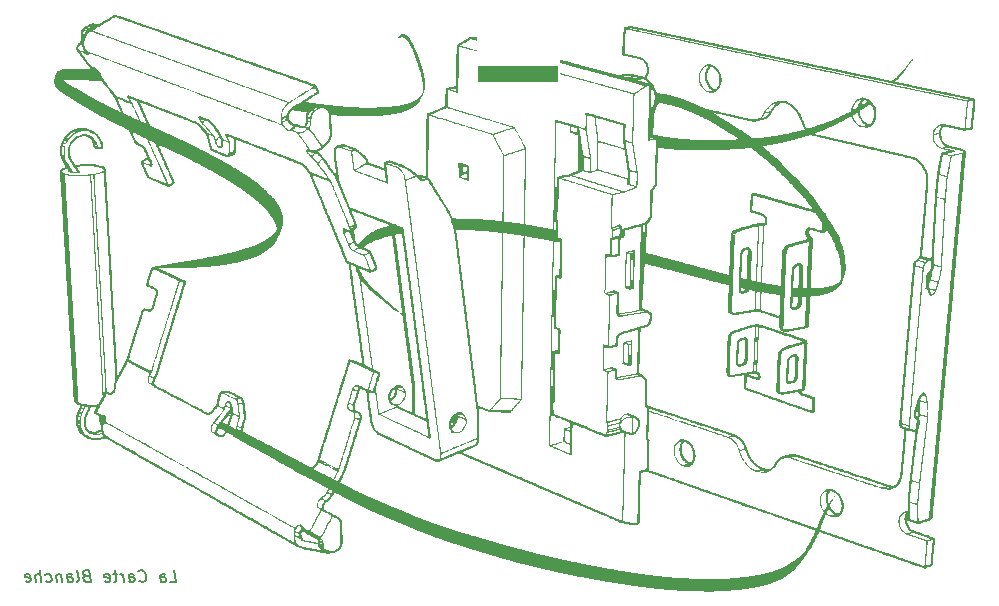
<source format=gbr>
%TF.GenerationSoftware,KiCad,Pcbnew,9.0.6*%
%TF.CreationDate,2025-12-18T00:43:41-05:00*%
%TF.ProjectId,secret-santa-2025,73656372-6574-42d7-9361-6e74612d3230,rev?*%
%TF.SameCoordinates,Original*%
%TF.FileFunction,Legend,Bot*%
%TF.FilePolarity,Positive*%
%FSLAX46Y46*%
G04 Gerber Fmt 4.6, Leading zero omitted, Abs format (unit mm)*
G04 Created by KiCad (PCBNEW 9.0.6) date 2025-12-18 00:43:41*
%MOMM*%
%LPD*%
G01*
G04 APERTURE LIST*
%ADD10C,0.150000*%
%ADD11C,0.000000*%
%ADD12R,0.250000X2.400000*%
%ADD13R,0.250000X2.050000*%
%ADD14R,0.250000X1.850000*%
G04 APERTURE END LIST*
D10*
X68550596Y-101869819D02*
X69026787Y-101869819D01*
X69026787Y-101869819D02*
X68901787Y-100869819D01*
X67788691Y-101869819D02*
X67723215Y-101346009D01*
X67723215Y-101346009D02*
X67758929Y-101250771D01*
X67758929Y-101250771D02*
X67848215Y-101203152D01*
X67848215Y-101203152D02*
X68038691Y-101203152D01*
X68038691Y-101203152D02*
X68139882Y-101250771D01*
X67782739Y-101822200D02*
X67883929Y-101869819D01*
X67883929Y-101869819D02*
X68122025Y-101869819D01*
X68122025Y-101869819D02*
X68211310Y-101822200D01*
X68211310Y-101822200D02*
X68247025Y-101726961D01*
X68247025Y-101726961D02*
X68235120Y-101631723D01*
X68235120Y-101631723D02*
X68175596Y-101536485D01*
X68175596Y-101536485D02*
X68074406Y-101488866D01*
X68074406Y-101488866D02*
X67836310Y-101488866D01*
X67836310Y-101488866D02*
X67735120Y-101441247D01*
X65967262Y-101774580D02*
X66020834Y-101822200D01*
X66020834Y-101822200D02*
X66169643Y-101869819D01*
X66169643Y-101869819D02*
X66264881Y-101869819D01*
X66264881Y-101869819D02*
X66401786Y-101822200D01*
X66401786Y-101822200D02*
X66485119Y-101726961D01*
X66485119Y-101726961D02*
X66520834Y-101631723D01*
X66520834Y-101631723D02*
X66544643Y-101441247D01*
X66544643Y-101441247D02*
X66526786Y-101298390D01*
X66526786Y-101298390D02*
X66455358Y-101107914D01*
X66455358Y-101107914D02*
X66395834Y-101012676D01*
X66395834Y-101012676D02*
X66288691Y-100917438D01*
X66288691Y-100917438D02*
X66139881Y-100869819D01*
X66139881Y-100869819D02*
X66044643Y-100869819D01*
X66044643Y-100869819D02*
X65907739Y-100917438D01*
X65907739Y-100917438D02*
X65866072Y-100965057D01*
X65122024Y-101869819D02*
X65056548Y-101346009D01*
X65056548Y-101346009D02*
X65092262Y-101250771D01*
X65092262Y-101250771D02*
X65181548Y-101203152D01*
X65181548Y-101203152D02*
X65372024Y-101203152D01*
X65372024Y-101203152D02*
X65473215Y-101250771D01*
X65116072Y-101822200D02*
X65217262Y-101869819D01*
X65217262Y-101869819D02*
X65455358Y-101869819D01*
X65455358Y-101869819D02*
X65544643Y-101822200D01*
X65544643Y-101822200D02*
X65580358Y-101726961D01*
X65580358Y-101726961D02*
X65568453Y-101631723D01*
X65568453Y-101631723D02*
X65508929Y-101536485D01*
X65508929Y-101536485D02*
X65407739Y-101488866D01*
X65407739Y-101488866D02*
X65169643Y-101488866D01*
X65169643Y-101488866D02*
X65068453Y-101441247D01*
X64645834Y-101869819D02*
X64562500Y-101203152D01*
X64586310Y-101393628D02*
X64526786Y-101298390D01*
X64526786Y-101298390D02*
X64473215Y-101250771D01*
X64473215Y-101250771D02*
X64372024Y-101203152D01*
X64372024Y-101203152D02*
X64276786Y-101203152D01*
X64086309Y-101203152D02*
X63705357Y-101203152D01*
X63901786Y-100869819D02*
X64008929Y-101726961D01*
X64008929Y-101726961D02*
X63973214Y-101822200D01*
X63973214Y-101822200D02*
X63883929Y-101869819D01*
X63883929Y-101869819D02*
X63788690Y-101869819D01*
X63068452Y-101822200D02*
X63169642Y-101869819D01*
X63169642Y-101869819D02*
X63360119Y-101869819D01*
X63360119Y-101869819D02*
X63449404Y-101822200D01*
X63449404Y-101822200D02*
X63485119Y-101726961D01*
X63485119Y-101726961D02*
X63437500Y-101346009D01*
X63437500Y-101346009D02*
X63377976Y-101250771D01*
X63377976Y-101250771D02*
X63276785Y-101203152D01*
X63276785Y-101203152D02*
X63086309Y-101203152D01*
X63086309Y-101203152D02*
X62997023Y-101250771D01*
X62997023Y-101250771D02*
X62961309Y-101346009D01*
X62961309Y-101346009D02*
X62973214Y-101441247D01*
X62973214Y-101441247D02*
X63461309Y-101536485D01*
X61437499Y-101346009D02*
X61300594Y-101393628D01*
X61300594Y-101393628D02*
X61258928Y-101441247D01*
X61258928Y-101441247D02*
X61223213Y-101536485D01*
X61223213Y-101536485D02*
X61241071Y-101679342D01*
X61241071Y-101679342D02*
X61300594Y-101774580D01*
X61300594Y-101774580D02*
X61354166Y-101822200D01*
X61354166Y-101822200D02*
X61455356Y-101869819D01*
X61455356Y-101869819D02*
X61836309Y-101869819D01*
X61836309Y-101869819D02*
X61711309Y-100869819D01*
X61711309Y-100869819D02*
X61377975Y-100869819D01*
X61377975Y-100869819D02*
X61288690Y-100917438D01*
X61288690Y-100917438D02*
X61247023Y-100965057D01*
X61247023Y-100965057D02*
X61211309Y-101060295D01*
X61211309Y-101060295D02*
X61223213Y-101155533D01*
X61223213Y-101155533D02*
X61282737Y-101250771D01*
X61282737Y-101250771D02*
X61336309Y-101298390D01*
X61336309Y-101298390D02*
X61437499Y-101346009D01*
X61437499Y-101346009D02*
X61770832Y-101346009D01*
X60693452Y-101869819D02*
X60782737Y-101822200D01*
X60782737Y-101822200D02*
X60818452Y-101726961D01*
X60818452Y-101726961D02*
X60711309Y-100869819D01*
X59883927Y-101869819D02*
X59818451Y-101346009D01*
X59818451Y-101346009D02*
X59854165Y-101250771D01*
X59854165Y-101250771D02*
X59943451Y-101203152D01*
X59943451Y-101203152D02*
X60133927Y-101203152D01*
X60133927Y-101203152D02*
X60235118Y-101250771D01*
X59877975Y-101822200D02*
X59979165Y-101869819D01*
X59979165Y-101869819D02*
X60217261Y-101869819D01*
X60217261Y-101869819D02*
X60306546Y-101822200D01*
X60306546Y-101822200D02*
X60342261Y-101726961D01*
X60342261Y-101726961D02*
X60330356Y-101631723D01*
X60330356Y-101631723D02*
X60270832Y-101536485D01*
X60270832Y-101536485D02*
X60169642Y-101488866D01*
X60169642Y-101488866D02*
X59931546Y-101488866D01*
X59931546Y-101488866D02*
X59830356Y-101441247D01*
X59324403Y-101203152D02*
X59407737Y-101869819D01*
X59336308Y-101298390D02*
X59282737Y-101250771D01*
X59282737Y-101250771D02*
X59181546Y-101203152D01*
X59181546Y-101203152D02*
X59038689Y-101203152D01*
X59038689Y-101203152D02*
X58949403Y-101250771D01*
X58949403Y-101250771D02*
X58913689Y-101346009D01*
X58913689Y-101346009D02*
X58979165Y-101869819D01*
X58068451Y-101822200D02*
X58169641Y-101869819D01*
X58169641Y-101869819D02*
X58360118Y-101869819D01*
X58360118Y-101869819D02*
X58449403Y-101822200D01*
X58449403Y-101822200D02*
X58491070Y-101774580D01*
X58491070Y-101774580D02*
X58526784Y-101679342D01*
X58526784Y-101679342D02*
X58491070Y-101393628D01*
X58491070Y-101393628D02*
X58431546Y-101298390D01*
X58431546Y-101298390D02*
X58377975Y-101250771D01*
X58377975Y-101250771D02*
X58276784Y-101203152D01*
X58276784Y-101203152D02*
X58086308Y-101203152D01*
X58086308Y-101203152D02*
X57997022Y-101250771D01*
X57645832Y-101869819D02*
X57520832Y-100869819D01*
X57217260Y-101869819D02*
X57151784Y-101346009D01*
X57151784Y-101346009D02*
X57187498Y-101250771D01*
X57187498Y-101250771D02*
X57276784Y-101203152D01*
X57276784Y-101203152D02*
X57419641Y-101203152D01*
X57419641Y-101203152D02*
X57520832Y-101250771D01*
X57520832Y-101250771D02*
X57574403Y-101298390D01*
X56354165Y-101822200D02*
X56455355Y-101869819D01*
X56455355Y-101869819D02*
X56645832Y-101869819D01*
X56645832Y-101869819D02*
X56735117Y-101822200D01*
X56735117Y-101822200D02*
X56770832Y-101726961D01*
X56770832Y-101726961D02*
X56723213Y-101346009D01*
X56723213Y-101346009D02*
X56663689Y-101250771D01*
X56663689Y-101250771D02*
X56562498Y-101203152D01*
X56562498Y-101203152D02*
X56372022Y-101203152D01*
X56372022Y-101203152D02*
X56282736Y-101250771D01*
X56282736Y-101250771D02*
X56247022Y-101346009D01*
X56247022Y-101346009D02*
X56258927Y-101441247D01*
X56258927Y-101441247D02*
X56747022Y-101536485D01*
D11*
%TO.C,J1*%
G36*
X101400000Y-59520609D02*
G01*
X94592000Y-59520609D01*
X94592000Y-58220609D01*
X101400000Y-58220609D01*
X101400000Y-59520609D01*
G37*
%TO.C,G\u002A\u002A\u002A*%
G36*
X93859841Y-67074435D02*
G01*
X93858423Y-67241240D01*
X93857891Y-67295582D01*
X93855828Y-67459722D01*
X93854742Y-67515236D01*
X93853273Y-67590369D01*
X93850042Y-67691099D01*
X93845956Y-67765490D01*
X93840834Y-67817121D01*
X93834493Y-67849569D01*
X93826752Y-67866411D01*
X93790398Y-67892427D01*
X93734835Y-67891055D01*
X93665849Y-67854178D01*
X93624922Y-67831824D01*
X93556462Y-67802350D01*
X93470464Y-67769886D01*
X93376535Y-67738280D01*
X93284631Y-67708971D01*
X93193340Y-67679296D01*
X93117449Y-67654058D01*
X93067450Y-67636705D01*
X92987023Y-67607316D01*
X92986142Y-67535329D01*
X93210058Y-67535329D01*
X93210705Y-67557412D01*
X93222276Y-67575332D01*
X93251125Y-67593007D01*
X93303603Y-67614350D01*
X93386062Y-67643279D01*
X93435555Y-67659893D01*
X93528702Y-67688422D01*
X93593790Y-67703116D01*
X93635667Y-67704884D01*
X93659181Y-67694640D01*
X93662939Y-67687603D01*
X93669537Y-67649066D01*
X93672753Y-67588258D01*
X93672871Y-67515236D01*
X93670177Y-67440058D01*
X93664955Y-67372781D01*
X93657489Y-67323463D01*
X93648065Y-67302160D01*
X93638268Y-67301396D01*
X93596005Y-67307442D01*
X93531632Y-67321978D01*
X93454671Y-67342994D01*
X93409709Y-67356922D01*
X93319561Y-67392254D01*
X93259866Y-67430841D01*
X93225193Y-67476942D01*
X93210113Y-67534815D01*
X93210058Y-67535329D01*
X92986142Y-67535329D01*
X92980351Y-67061868D01*
X92980068Y-67039702D01*
X92979101Y-66981686D01*
X93347941Y-66981686D01*
X93349363Y-67065282D01*
X93355658Y-67118812D01*
X93370366Y-67147323D01*
X93397030Y-67155862D01*
X93439191Y-67149476D01*
X93500391Y-67133212D01*
X93545957Y-67120840D01*
X93610071Y-67100751D01*
X93647720Y-67078471D01*
X93665497Y-67045243D01*
X93670000Y-66992312D01*
X93667824Y-66910919D01*
X93662356Y-66748508D01*
X93529173Y-66703632D01*
X93521670Y-66701132D01*
X93454353Y-66681112D01*
X93400782Y-66669227D01*
X93371971Y-66667973D01*
X93370435Y-66668734D01*
X93360005Y-66687790D01*
X93353045Y-66732623D01*
X93349160Y-66807321D01*
X93347953Y-66915973D01*
X93347941Y-66981686D01*
X92979101Y-66981686D01*
X92977707Y-66898054D01*
X92974616Y-66767629D01*
X92970991Y-66653804D01*
X92967024Y-66561957D01*
X92962909Y-66497465D01*
X92958842Y-66465704D01*
X92954019Y-66445327D01*
X92959491Y-66411989D01*
X92993542Y-66382528D01*
X93010276Y-66372122D01*
X93040993Y-66360391D01*
X93077043Y-66362848D01*
X93133588Y-66379125D01*
X93151880Y-66384974D01*
X93215376Y-66405150D01*
X93302224Y-66432644D01*
X93403410Y-66464601D01*
X93509918Y-66498172D01*
X93564948Y-66515845D01*
X93660741Y-66548337D01*
X93741619Y-66577964D01*
X93800384Y-66602035D01*
X93829841Y-66617857D01*
X93838720Y-66627493D01*
X93846388Y-66642980D01*
X93852190Y-66667718D01*
X93856316Y-66705828D01*
X93858956Y-66761432D01*
X93860297Y-66838654D01*
X93860529Y-66941614D01*
X93860266Y-66992312D01*
X93859841Y-67074435D01*
G37*
G36*
X121768188Y-82995884D02*
G01*
X121766327Y-83083507D01*
X121762965Y-83195393D01*
X121758027Y-83333840D01*
X121751440Y-83501149D01*
X121743128Y-83699619D01*
X121733017Y-83931550D01*
X121721033Y-84199241D01*
X121720414Y-84212716D01*
X121714102Y-84332506D01*
X121706965Y-84441842D01*
X121699554Y-84533815D01*
X121692418Y-84601518D01*
X121686108Y-84638043D01*
X121640635Y-84748980D01*
X121573413Y-84853353D01*
X121493141Y-84935253D01*
X121406092Y-84986864D01*
X121384932Y-84994129D01*
X121325600Y-85011920D01*
X121246994Y-85033656D01*
X121160359Y-85056167D01*
X121104425Y-85070562D01*
X121033693Y-85089889D01*
X120983327Y-85105069D01*
X120961663Y-85113688D01*
X120941899Y-85117367D01*
X120893352Y-85105859D01*
X120824922Y-85078245D01*
X120809514Y-85069087D01*
X120773963Y-85026354D01*
X120742390Y-84951688D01*
X120732508Y-84919616D01*
X120722220Y-84873679D01*
X120716052Y-84820730D01*
X120713533Y-84753010D01*
X120713687Y-84731935D01*
X120906429Y-84731935D01*
X120906839Y-84797351D01*
X120909090Y-84828543D01*
X120910798Y-84834834D01*
X120931103Y-84866535D01*
X120972959Y-84873321D01*
X121010457Y-84869321D01*
X121094892Y-84851232D01*
X121183950Y-84823746D01*
X121258799Y-84792206D01*
X121299829Y-84761025D01*
X121351173Y-84699554D01*
X121394993Y-84625060D01*
X121422294Y-84550824D01*
X121424648Y-84532807D01*
X121429089Y-84478331D01*
X121434626Y-84394052D01*
X121440982Y-84284791D01*
X121447881Y-84155369D01*
X121455045Y-84010606D01*
X121462199Y-83855325D01*
X121466328Y-83763309D01*
X121473753Y-83602274D01*
X121481069Y-83448769D01*
X121487973Y-83308905D01*
X121494159Y-83188790D01*
X121499325Y-83094531D01*
X121503166Y-83032239D01*
X121507980Y-82943214D01*
X121507179Y-82882043D01*
X121499983Y-82840858D01*
X121485685Y-82810718D01*
X121455959Y-82765351D01*
X121307170Y-82803630D01*
X121279792Y-82810976D01*
X121184672Y-82843782D01*
X121110573Y-82885637D01*
X121054660Y-82941351D01*
X121014098Y-83015730D01*
X120986052Y-83113582D01*
X120967687Y-83239717D01*
X120956168Y-83398941D01*
X120954253Y-83436770D01*
X120944485Y-83637911D01*
X120935547Y-83835509D01*
X120927566Y-84025729D01*
X120920668Y-84204737D01*
X120914979Y-84368696D01*
X120910625Y-84513772D01*
X120907733Y-84636130D01*
X120906429Y-84731935D01*
X120713687Y-84731935D01*
X120714192Y-84662761D01*
X120717560Y-84542227D01*
X120725321Y-84316617D01*
X120733656Y-84093128D01*
X120742109Y-83884005D01*
X120750516Y-83692638D01*
X120758713Y-83522417D01*
X120766538Y-83376732D01*
X120773826Y-83258972D01*
X120780414Y-83172529D01*
X120786138Y-83120791D01*
X120804600Y-83035506D01*
X120857658Y-82901471D01*
X120934374Y-82790367D01*
X121031538Y-82706360D01*
X121145941Y-82653620D01*
X121204787Y-82636335D01*
X121295599Y-82609554D01*
X121381806Y-82584032D01*
X121433760Y-82569366D01*
X121489574Y-82557982D01*
X121529986Y-82558401D01*
X121567151Y-82569683D01*
X121601269Y-82591770D01*
X121652272Y-82644318D01*
X121701916Y-82712601D01*
X121742081Y-82785082D01*
X121764643Y-82850224D01*
X121765506Y-82855595D01*
X121767703Y-82884227D01*
X121768622Y-82930224D01*
X121768536Y-82943214D01*
X121768188Y-82995884D01*
G37*
G36*
X117524686Y-81533435D02*
G01*
X117524182Y-81604369D01*
X117521606Y-81698726D01*
X117517081Y-81821389D01*
X117510728Y-81977240D01*
X117507275Y-82060188D01*
X117497459Y-82292237D01*
X117488734Y-82490284D01*
X117480855Y-82657411D01*
X117473579Y-82796702D01*
X117466663Y-82911239D01*
X117459862Y-83004105D01*
X117452932Y-83078383D01*
X117445631Y-83137155D01*
X117437714Y-83183504D01*
X117428938Y-83220514D01*
X117419059Y-83251266D01*
X117407834Y-83278844D01*
X117391965Y-83311361D01*
X117316441Y-83417251D01*
X117218470Y-83498793D01*
X117105267Y-83549532D01*
X117044141Y-83566619D01*
X116956374Y-83591072D01*
X116871059Y-83614773D01*
X116866736Y-83615969D01*
X116797344Y-83634360D01*
X116740840Y-83647959D01*
X116709093Y-83653898D01*
X116672143Y-83646438D01*
X116618207Y-83617098D01*
X116566664Y-83574560D01*
X116531100Y-83528404D01*
X116524236Y-83514779D01*
X116503441Y-83467219D01*
X116488346Y-83417357D01*
X116478457Y-83359244D01*
X116473281Y-83286927D01*
X116472803Y-83240729D01*
X116652116Y-83240729D01*
X116652299Y-83304672D01*
X116655005Y-83347481D01*
X116660518Y-83374419D01*
X116669120Y-83390746D01*
X116681096Y-83401725D01*
X116705078Y-83417155D01*
X116727026Y-83425429D01*
X116809218Y-83408221D01*
X116912306Y-83381397D01*
X116989124Y-83352401D01*
X117046864Y-83318295D01*
X117092718Y-83276145D01*
X117117574Y-83246042D01*
X117154601Y-83190920D01*
X117174620Y-83146533D01*
X117175454Y-83142668D01*
X117181259Y-83097767D01*
X117187840Y-83021095D01*
X117194986Y-82917637D01*
X117202485Y-82792382D01*
X117210129Y-82650316D01*
X117217706Y-82496427D01*
X117225007Y-82335701D01*
X117231820Y-82173125D01*
X117237935Y-82013688D01*
X117243143Y-81862375D01*
X117247232Y-81724175D01*
X117249993Y-81604074D01*
X117251215Y-81507059D01*
X117250687Y-81438117D01*
X117248199Y-81402236D01*
X117242782Y-81378405D01*
X117230259Y-81357314D01*
X117202901Y-81352230D01*
X117149294Y-81358053D01*
X117102329Y-81366082D01*
X117023590Y-81384903D01*
X116947797Y-81408219D01*
X116886479Y-81432337D01*
X116851168Y-81453562D01*
X116807659Y-81505889D01*
X116762919Y-81591134D01*
X116732354Y-81698373D01*
X116714681Y-81832501D01*
X116708620Y-81998416D01*
X116707499Y-82080851D01*
X116703580Y-82205360D01*
X116697587Y-82326598D01*
X116690265Y-82427148D01*
X116684678Y-82497893D01*
X116677831Y-82604755D01*
X116670948Y-82730368D01*
X116664587Y-82864473D01*
X116659306Y-82996812D01*
X116658189Y-83028396D01*
X116654174Y-83150391D01*
X116652116Y-83240729D01*
X116472803Y-83240729D01*
X116472324Y-83194455D01*
X116475093Y-83075875D01*
X116481094Y-82925235D01*
X116487979Y-82769461D01*
X116498446Y-82534094D01*
X116507626Y-82332191D01*
X116515778Y-82160855D01*
X116523164Y-82017188D01*
X116530041Y-81898293D01*
X116536670Y-81801272D01*
X116543311Y-81723228D01*
X116550222Y-81661263D01*
X116557663Y-81612481D01*
X116565894Y-81573982D01*
X116575175Y-81542871D01*
X116585764Y-81516249D01*
X116597922Y-81491218D01*
X116611908Y-81464883D01*
X116628159Y-81438168D01*
X116683482Y-81369059D01*
X116750169Y-81304857D01*
X116813894Y-81260088D01*
X116824067Y-81255164D01*
X116882127Y-81233194D01*
X116962080Y-81208389D01*
X117052333Y-81183776D01*
X117141293Y-81162378D01*
X117217365Y-81147222D01*
X117268959Y-81141334D01*
X117278492Y-81141923D01*
X117333740Y-81164428D01*
X117393128Y-81214299D01*
X117449463Y-81284356D01*
X117495547Y-81367419D01*
X117503564Y-81386271D01*
X117512559Y-81412341D01*
X117518996Y-81442304D01*
X117522998Y-81481040D01*
X117523836Y-81507059D01*
X117524686Y-81533435D01*
G37*
G36*
X113048265Y-91201854D02*
G01*
X113030017Y-91391078D01*
X112985811Y-91568289D01*
X112916632Y-91729533D01*
X112832276Y-91857492D01*
X112823467Y-91870855D01*
X112707303Y-91988302D01*
X112569126Y-92077918D01*
X112508320Y-92105770D01*
X112449084Y-92123378D01*
X112404971Y-92121763D01*
X112364372Y-92114434D01*
X112307443Y-92112249D01*
X112260381Y-92111473D01*
X112179556Y-92101450D01*
X112088127Y-92083938D01*
X112000279Y-92061740D01*
X111930192Y-92037661D01*
X111911880Y-92029503D01*
X111787495Y-91958173D01*
X111661893Y-91861815D01*
X111545857Y-91749576D01*
X111450172Y-91630599D01*
X111437897Y-91612335D01*
X111350462Y-91459148D01*
X111275731Y-91288456D01*
X111221738Y-91118273D01*
X111210244Y-91070221D01*
X111195245Y-90992226D01*
X111187277Y-90916473D01*
X111185209Y-90829570D01*
X111185848Y-90803169D01*
X111269067Y-90803169D01*
X111292178Y-91006766D01*
X111348175Y-91213999D01*
X111436810Y-91420997D01*
X111480666Y-91496243D01*
X111556188Y-91600771D01*
X111644703Y-91703707D01*
X111738575Y-91796993D01*
X111830169Y-91872570D01*
X111911849Y-91922378D01*
X111945117Y-91936672D01*
X111999701Y-91955669D01*
X112035705Y-91962394D01*
X112072001Y-91956289D01*
X112129607Y-91940215D01*
X112194236Y-91918277D01*
X112254953Y-91894496D01*
X112300824Y-91872894D01*
X112320916Y-91857492D01*
X112317824Y-91846054D01*
X112291864Y-91816477D01*
X112247497Y-91781273D01*
X112232767Y-91770341D01*
X112177605Y-91722168D01*
X112113532Y-91658578D01*
X112051597Y-91590342D01*
X111939952Y-91439638D01*
X111836258Y-91250998D01*
X111757808Y-91049102D01*
X111706887Y-90841371D01*
X111685780Y-90635227D01*
X111687121Y-90611169D01*
X111882615Y-90611169D01*
X111884873Y-90684415D01*
X111916013Y-90908088D01*
X111982615Y-91120880D01*
X112083347Y-91319254D01*
X112216879Y-91499669D01*
X112235767Y-91520039D01*
X112307079Y-91585799D01*
X112391060Y-91651793D01*
X112474996Y-91708497D01*
X112546172Y-91746383D01*
X112553235Y-91749268D01*
X112603588Y-91766480D01*
X112639319Y-91773510D01*
X112652518Y-91769402D01*
X112686676Y-91742090D01*
X112723411Y-91699587D01*
X112752760Y-91654222D01*
X112764757Y-91618320D01*
X112765875Y-91606990D01*
X112781003Y-91572482D01*
X112789035Y-91561593D01*
X112812331Y-91503754D01*
X112830277Y-91418468D01*
X112842403Y-91313694D01*
X112848237Y-91197389D01*
X112847307Y-91077513D01*
X112839143Y-90962024D01*
X112823272Y-90858881D01*
X112818483Y-90837246D01*
X112755329Y-90644062D01*
X112660033Y-90461797D01*
X112537053Y-90296553D01*
X112390850Y-90154430D01*
X112225880Y-90041528D01*
X112164201Y-90012283D01*
X112104370Y-90002474D01*
X112056475Y-90023326D01*
X112013099Y-90076043D01*
X111999622Y-90098251D01*
X111933501Y-90245835D01*
X111894715Y-90415920D01*
X111882615Y-90611169D01*
X111687121Y-90611169D01*
X111696772Y-90438093D01*
X111710475Y-90360602D01*
X111733953Y-90260819D01*
X111761465Y-90168178D01*
X111789912Y-90092880D01*
X111816194Y-90045125D01*
X111821918Y-90036837D01*
X111823985Y-90007532D01*
X111791531Y-89988895D01*
X111726610Y-89982362D01*
X111701072Y-89983863D01*
X111611538Y-90013203D01*
X111524991Y-90079103D01*
X111442718Y-90180372D01*
X111366008Y-90315820D01*
X111322494Y-90422370D01*
X111279090Y-90607080D01*
X111269067Y-90803169D01*
X111185848Y-90803169D01*
X111187907Y-90718123D01*
X111190728Y-90662313D01*
X111215567Y-90466874D01*
X111263664Y-90299253D01*
X111336389Y-90156571D01*
X111435114Y-90035950D01*
X111561211Y-89934513D01*
X111588746Y-89915288D01*
X111625945Y-89884877D01*
X111640526Y-89865991D01*
X111641232Y-89863197D01*
X111661959Y-89842407D01*
X111702454Y-89816794D01*
X111736100Y-89804035D01*
X111811448Y-89789937D01*
X111903606Y-89783098D01*
X111999981Y-89783751D01*
X112087978Y-89792127D01*
X112155004Y-89808459D01*
X112222853Y-89836511D01*
X112414697Y-89937649D01*
X112579226Y-90061852D01*
X112719291Y-90212012D01*
X112837743Y-90391019D01*
X112937433Y-90601765D01*
X113002936Y-90803185D01*
X113039567Y-91004572D01*
X113048068Y-91197389D01*
X113048265Y-91201854D01*
G37*
G36*
X115249060Y-59491381D02*
G01*
X115237514Y-59618456D01*
X115217974Y-59720361D01*
X115211203Y-59744147D01*
X115143021Y-59925669D01*
X115050135Y-60084106D01*
X114927473Y-60228330D01*
X114914609Y-60239830D01*
X114812651Y-60330979D01*
X114678884Y-60417891D01*
X114547513Y-60467695D01*
X114498860Y-60474823D01*
X114460631Y-60472597D01*
X114452994Y-60470615D01*
X114410680Y-60462256D01*
X114345193Y-60451007D01*
X114267160Y-60438729D01*
X114251765Y-60436271D01*
X114158673Y-60416759D01*
X114068265Y-60391260D01*
X113998162Y-60364626D01*
X113968790Y-60350031D01*
X113815955Y-60250360D01*
X113675940Y-60118823D01*
X113553033Y-59960014D01*
X113451522Y-59778532D01*
X113418488Y-59701578D01*
X113355691Y-59497944D01*
X113322305Y-59286234D01*
X113321289Y-59233705D01*
X113412300Y-59233705D01*
X113435535Y-59420431D01*
X113483353Y-59603444D01*
X113555878Y-59778150D01*
X113653233Y-59939954D01*
X113775541Y-60084264D01*
X113792235Y-60100441D01*
X113866717Y-60165358D01*
X113943500Y-60222998D01*
X114008753Y-60262774D01*
X114070180Y-60290922D01*
X114158647Y-60317749D01*
X114245271Y-60321988D01*
X114346302Y-60305707D01*
X114399690Y-60290308D01*
X114439675Y-60266549D01*
X114442088Y-60239830D01*
X114406692Y-60210521D01*
X114395793Y-60203804D01*
X114343161Y-60162257D01*
X114278543Y-60101649D01*
X114210637Y-60030924D01*
X114148139Y-59959024D01*
X114099746Y-59894890D01*
X114089549Y-59879524D01*
X113998385Y-59720684D01*
X113927473Y-59550098D01*
X113871501Y-59355201D01*
X113865936Y-59327204D01*
X113855711Y-59236900D01*
X113850504Y-59126223D01*
X113850331Y-59057250D01*
X114026838Y-59057250D01*
X114044975Y-59240962D01*
X114090270Y-59441590D01*
X114094218Y-59455413D01*
X114157505Y-59617597D01*
X114247332Y-59772365D01*
X114357727Y-59912069D01*
X114482720Y-60029056D01*
X114616340Y-60115678D01*
X114651807Y-60132974D01*
X114699081Y-60153609D01*
X114725145Y-60161657D01*
X114740996Y-60154985D01*
X114777307Y-60122529D01*
X114822849Y-60070018D01*
X114871546Y-60005200D01*
X114917322Y-59935825D01*
X114954102Y-59869641D01*
X114994310Y-59783425D01*
X115033127Y-59682621D01*
X115056794Y-59587375D01*
X115068619Y-59483252D01*
X115071912Y-59355816D01*
X115071408Y-59317530D01*
X115050200Y-59110538D01*
X114999611Y-58911648D01*
X114922130Y-58727031D01*
X114820248Y-58562860D01*
X114696456Y-58425307D01*
X114644709Y-58381249D01*
X114571102Y-58326534D01*
X114499302Y-58280569D01*
X114438169Y-58248913D01*
X114396561Y-58237126D01*
X114350936Y-58252938D01*
X114295625Y-58297563D01*
X114236972Y-58364158D01*
X114180290Y-58445867D01*
X114130897Y-58535835D01*
X114094108Y-58627206D01*
X114072223Y-58701112D01*
X114035905Y-58880589D01*
X114026838Y-59057250D01*
X113850331Y-59057250D01*
X113850205Y-59006818D01*
X113854702Y-58890329D01*
X113863884Y-58788398D01*
X113877640Y-58712671D01*
X113886668Y-58679699D01*
X113912646Y-58588636D01*
X113934852Y-58520853D01*
X113957475Y-58465776D01*
X113984702Y-58412835D01*
X114020722Y-58351454D01*
X114026042Y-58342639D01*
X114061057Y-58282083D01*
X114077519Y-58245326D01*
X114077674Y-58225228D01*
X114063770Y-58214647D01*
X113998763Y-58201068D01*
X113917720Y-58215755D01*
X113824470Y-58263495D01*
X113782223Y-58292632D01*
X113660552Y-58405165D01*
X113562723Y-58541548D01*
X113488859Y-58697188D01*
X113439086Y-58867490D01*
X113413525Y-59047860D01*
X113412300Y-59233705D01*
X113321289Y-59233705D01*
X113318183Y-59073083D01*
X113343179Y-58865126D01*
X113397146Y-58668998D01*
X113479937Y-58491333D01*
X113511733Y-58442843D01*
X113583584Y-58354585D01*
X113668092Y-58269063D01*
X113754824Y-58196444D01*
X113833347Y-58146897D01*
X113860713Y-58132824D01*
X113920430Y-58097824D01*
X113963865Y-58066797D01*
X114002281Y-58042678D01*
X114086190Y-58018807D01*
X114192890Y-58012594D01*
X114315258Y-58024888D01*
X114480010Y-58069944D01*
X114644416Y-58151159D01*
X114795893Y-58263935D01*
X114931592Y-58405276D01*
X115048660Y-58572187D01*
X115144247Y-58761671D01*
X115215501Y-58970734D01*
X115216111Y-58973041D01*
X115236139Y-59079966D01*
X115248333Y-59210053D01*
X115252654Y-59351219D01*
X115252536Y-59355816D01*
X115249060Y-59491381D01*
G37*
G36*
X107702210Y-81585932D02*
G01*
X107700255Y-81693540D01*
X107699308Y-81739516D01*
X107696230Y-81873126D01*
X107694436Y-81943232D01*
X107692382Y-82023524D01*
X107687911Y-82186137D01*
X107682969Y-82356392D01*
X107677703Y-82529714D01*
X107672265Y-82701531D01*
X107666803Y-82867268D01*
X107661467Y-83022351D01*
X107656406Y-83162207D01*
X107651770Y-83282262D01*
X107647709Y-83377943D01*
X107644373Y-83444675D01*
X107641910Y-83477885D01*
X107634311Y-83493993D01*
X107608518Y-83511084D01*
X107558271Y-83529278D01*
X107477060Y-83551483D01*
X107443335Y-83559706D01*
X107385814Y-83572070D01*
X107348620Y-83577854D01*
X107329462Y-83575690D01*
X107276300Y-83561388D01*
X107203552Y-83536918D01*
X107120439Y-83505908D01*
X107036182Y-83471986D01*
X106960002Y-83438781D01*
X106901121Y-83409922D01*
X106868761Y-83389036D01*
X106859546Y-83379790D01*
X106843285Y-83356135D01*
X106844802Y-83328151D01*
X106863341Y-83280773D01*
X106868298Y-83267591D01*
X106875991Y-83237383D01*
X106882663Y-83194860D01*
X106888549Y-83136337D01*
X106893880Y-83058131D01*
X106898891Y-82956556D01*
X106903031Y-82848388D01*
X107001836Y-82848388D01*
X107002003Y-82974590D01*
X107003353Y-83082872D01*
X107005982Y-83168194D01*
X107009986Y-83225517D01*
X107015460Y-83249802D01*
X107032882Y-83261989D01*
X107079638Y-83286208D01*
X107139543Y-83311932D01*
X107182174Y-83327764D01*
X107234636Y-83344720D01*
X107265272Y-83351304D01*
X107266126Y-83351266D01*
X107272039Y-83347990D01*
X107277294Y-83337443D01*
X107282045Y-83316823D01*
X107286444Y-83283327D01*
X107287544Y-83270457D01*
X107397143Y-83270457D01*
X107397991Y-83327265D01*
X107400132Y-83350158D01*
X107405072Y-83356789D01*
X107425784Y-83368149D01*
X107438595Y-83365786D01*
X107490352Y-83347323D01*
X107513674Y-83316734D01*
X107513905Y-83315903D01*
X107517676Y-83284311D01*
X107521694Y-83221058D01*
X107525849Y-83131126D01*
X107530035Y-83019497D01*
X107534142Y-82891153D01*
X107538062Y-82751077D01*
X107541687Y-82604250D01*
X107544907Y-82455655D01*
X107547615Y-82310274D01*
X107549702Y-82173088D01*
X107551060Y-82049080D01*
X107551580Y-81943232D01*
X107551154Y-81860526D01*
X107549673Y-81805945D01*
X107547029Y-81784469D01*
X107524274Y-81778335D01*
X107483509Y-81786362D01*
X107462312Y-81794421D01*
X107436115Y-81804381D01*
X107411881Y-82567169D01*
X107410121Y-82623722D01*
X107405438Y-82787524D01*
X107401736Y-82938269D01*
X107399078Y-83071788D01*
X107397526Y-83183908D01*
X107397143Y-83270457D01*
X107287544Y-83270457D01*
X107290645Y-83234155D01*
X107294800Y-83166502D01*
X107299064Y-83077568D01*
X107303589Y-82964549D01*
X107308529Y-82824644D01*
X107314036Y-82655050D01*
X107320265Y-82452964D01*
X107327367Y-82215586D01*
X107339857Y-81794421D01*
X107203045Y-81740744D01*
X107178996Y-81731474D01*
X107110131Y-81708189D01*
X107067405Y-81700942D01*
X107044796Y-81708505D01*
X107044135Y-81709364D01*
X107037746Y-81737615D01*
X107031582Y-81798337D01*
X107025737Y-81886492D01*
X107020308Y-81997040D01*
X107015391Y-82124942D01*
X107011081Y-82265159D01*
X107007475Y-82412651D01*
X107004668Y-82562379D01*
X107002757Y-82709305D01*
X107001836Y-82848388D01*
X106903031Y-82848388D01*
X106903814Y-82827930D01*
X106908882Y-82668568D01*
X106914328Y-82474785D01*
X106914895Y-82453702D01*
X106919295Y-82287714D01*
X106923331Y-82131517D01*
X106926888Y-81989829D01*
X106929851Y-81867366D01*
X106932108Y-81768847D01*
X106933541Y-81698987D01*
X106934039Y-81662506D01*
X106936546Y-81623095D01*
X107221540Y-81623095D01*
X107242138Y-81648582D01*
X107293487Y-81671469D01*
X107319025Y-81678281D01*
X107411801Y-81689850D01*
X107494671Y-81681065D01*
X107555984Y-81652756D01*
X107574615Y-81629748D01*
X107589243Y-81583176D01*
X107582484Y-81542109D01*
X107580173Y-81538881D01*
X107569756Y-81532296D01*
X107549631Y-81530621D01*
X107514331Y-81534659D01*
X107458387Y-81545213D01*
X107376331Y-81563088D01*
X107262694Y-81589086D01*
X107233708Y-81600399D01*
X107221540Y-81623095D01*
X106936546Y-81623095D01*
X106937292Y-81611360D01*
X106952309Y-81582263D01*
X106986400Y-81563988D01*
X107030624Y-81549666D01*
X107102811Y-81529767D01*
X107192484Y-81507093D01*
X107291872Y-81483400D01*
X107393208Y-81460445D01*
X107488720Y-81439984D01*
X107570640Y-81423773D01*
X107631198Y-81413569D01*
X107662624Y-81411128D01*
X107672497Y-81412730D01*
X107686327Y-81418409D01*
X107695427Y-81432664D01*
X107700583Y-81461399D01*
X107702582Y-81510520D01*
X107702224Y-81583176D01*
X107702210Y-81585932D01*
G37*
G36*
X93664083Y-88051858D02*
G01*
X93673419Y-88089953D01*
X93686392Y-88165060D01*
X93688961Y-88238725D01*
X93688380Y-88244987D01*
X93681080Y-88323639D01*
X93662703Y-88432486D01*
X93615366Y-88605226D01*
X93537404Y-88776466D01*
X93434744Y-88930812D01*
X93311408Y-89063208D01*
X93171422Y-89168594D01*
X93018809Y-89241912D01*
X93006018Y-89246300D01*
X92951445Y-89261158D01*
X92892992Y-89268836D01*
X92819333Y-89270257D01*
X92719146Y-89266345D01*
X92714799Y-89266109D01*
X92602602Y-89256944D01*
X92521524Y-89243776D01*
X92475003Y-89227158D01*
X92465254Y-89220613D01*
X92382891Y-89147609D01*
X92304026Y-89048700D01*
X92237158Y-88934350D01*
X92215395Y-88888722D01*
X92214693Y-88886980D01*
X92429284Y-88886980D01*
X92447817Y-88930512D01*
X92493297Y-88984769D01*
X92566440Y-89057106D01*
X92612953Y-89101121D01*
X92658917Y-89139871D01*
X92696936Y-89161567D01*
X92737776Y-89171910D01*
X92792205Y-89176598D01*
X92896322Y-89172135D01*
X93031464Y-89135417D01*
X93159724Y-89066816D01*
X93277651Y-88969881D01*
X93381794Y-88848159D01*
X93468701Y-88705199D01*
X93534923Y-88544549D01*
X93577006Y-88369757D01*
X93578917Y-88357883D01*
X93588802Y-88294057D01*
X93592239Y-88244987D01*
X93585214Y-88206268D01*
X93563714Y-88173491D01*
X93523724Y-88142249D01*
X93461231Y-88108137D01*
X93372221Y-88066746D01*
X93252679Y-88013669D01*
X93237848Y-88007094D01*
X93133270Y-87961066D01*
X93057793Y-87928787D01*
X93006447Y-87908409D01*
X92974262Y-87898084D01*
X92956267Y-87895965D01*
X92947492Y-87900203D01*
X92947118Y-87900685D01*
X92938279Y-87925537D01*
X92937627Y-87927369D01*
X92925115Y-87980216D01*
X92912184Y-88048304D01*
X92871521Y-88216021D01*
X92831951Y-88311173D01*
X92790576Y-88410664D01*
X92677870Y-88586832D01*
X92535582Y-88740520D01*
X92528200Y-88747196D01*
X92470192Y-88802677D01*
X92436982Y-88846820D01*
X92429284Y-88886980D01*
X92214693Y-88886980D01*
X92197078Y-88843241D01*
X92185698Y-88798595D01*
X92179638Y-88745047D01*
X92177281Y-88672864D01*
X92177010Y-88572310D01*
X92177384Y-88519826D01*
X92357105Y-88519826D01*
X92357201Y-88535224D01*
X92361840Y-88597332D01*
X92375714Y-88624430D01*
X92401960Y-88618794D01*
X92443718Y-88582703D01*
X92456833Y-88568936D01*
X92472532Y-88546562D01*
X92482355Y-88517438D01*
X92487637Y-88473724D01*
X92489710Y-88407582D01*
X92489909Y-88311173D01*
X92489824Y-88286986D01*
X92488424Y-88194586D01*
X92484120Y-88139585D01*
X92475200Y-88121404D01*
X92459949Y-88139463D01*
X92436655Y-88193184D01*
X92403603Y-88281986D01*
X92400909Y-88289532D01*
X92368719Y-88409085D01*
X92357105Y-88519826D01*
X92177384Y-88519826D01*
X92177385Y-88519680D01*
X92181586Y-88407597D01*
X92192582Y-88316811D01*
X92213048Y-88235348D01*
X92245658Y-88151235D01*
X92293083Y-88052500D01*
X92314717Y-88011703D01*
X92315712Y-88010194D01*
X92681036Y-88010194D01*
X92681284Y-88056971D01*
X92682729Y-88126033D01*
X92685179Y-88173540D01*
X92688301Y-88191214D01*
X92691132Y-88189728D01*
X92702698Y-88163735D01*
X92715205Y-88113581D01*
X92726636Y-88050004D01*
X92734973Y-87983743D01*
X92738200Y-87925537D01*
X92736296Y-87874298D01*
X92727502Y-87839273D01*
X92709618Y-87829174D01*
X92705473Y-87829572D01*
X92693269Y-87839981D01*
X92685800Y-87869295D01*
X92682059Y-87923903D01*
X92681036Y-88010194D01*
X92315712Y-88010194D01*
X92415786Y-87858478D01*
X92526866Y-87736676D01*
X92935686Y-87736676D01*
X92958727Y-87762130D01*
X93011485Y-87795183D01*
X93095938Y-87837784D01*
X93214069Y-87891885D01*
X93299018Y-87929420D01*
X93401114Y-87972903D01*
X93474632Y-88001499D01*
X93522956Y-88016368D01*
X93549469Y-88018669D01*
X93557555Y-88009561D01*
X93554104Y-87998921D01*
X93537506Y-87961781D01*
X93511804Y-87909523D01*
X93458571Y-87822789D01*
X93392936Y-87758474D01*
X93319371Y-87728017D01*
X93301106Y-87724497D01*
X93238670Y-87711176D01*
X93170919Y-87695465D01*
X93102030Y-87684309D01*
X93009082Y-87690002D01*
X92970829Y-87700761D01*
X92940380Y-87716870D01*
X92935686Y-87736676D01*
X92526866Y-87736676D01*
X92534109Y-87728734D01*
X92665601Y-87624792D01*
X92806176Y-87548974D01*
X92951749Y-87503602D01*
X93098235Y-87490998D01*
X93241546Y-87513484D01*
X93289585Y-87530168D01*
X93349891Y-87558992D01*
X93388385Y-87587261D01*
X93468052Y-87680610D01*
X93541063Y-87777118D01*
X93594574Y-87865269D01*
X93633832Y-87953902D01*
X93651021Y-88009561D01*
X93664083Y-88051858D01*
G37*
G36*
X107909877Y-73940502D02*
G01*
X107908619Y-73977051D01*
X107906200Y-74057373D01*
X107903037Y-74170051D01*
X107901804Y-74215780D01*
X107899217Y-74311777D01*
X107894821Y-74479245D01*
X107889936Y-74669149D01*
X107884644Y-74878180D01*
X107879031Y-75103032D01*
X107873180Y-75340398D01*
X107867175Y-75586972D01*
X107861101Y-75839446D01*
X107855042Y-76094513D01*
X107851602Y-76261990D01*
X107849984Y-76403079D01*
X107850447Y-76511987D01*
X107853042Y-76591720D01*
X107857820Y-76645283D01*
X107864831Y-76675683D01*
X107869362Y-76690735D01*
X107873379Y-76752888D01*
X107865568Y-76831237D01*
X107848534Y-76912212D01*
X107824884Y-76982243D01*
X107797222Y-77027760D01*
X107771354Y-77045153D01*
X107715704Y-77069282D01*
X107648553Y-77089625D01*
X107594936Y-77102488D01*
X107546870Y-77113834D01*
X107524725Y-77118809D01*
X107523558Y-77118740D01*
X107497452Y-77111773D01*
X107443520Y-77095209D01*
X107368829Y-77071264D01*
X107280447Y-77042156D01*
X107255025Y-77033622D01*
X107150359Y-76996028D01*
X107077992Y-76963491D01*
X107034070Y-76932402D01*
X107014739Y-76899149D01*
X107016145Y-76860122D01*
X107034433Y-76811711D01*
X107038768Y-76801395D01*
X107043178Y-76787170D01*
X107047251Y-76767995D01*
X107051060Y-76741799D01*
X107054680Y-76706509D01*
X107058187Y-76660054D01*
X107059913Y-76630337D01*
X107169164Y-76630337D01*
X107169912Y-76717777D01*
X107171758Y-76774107D01*
X107174726Y-76795836D01*
X107196090Y-76807742D01*
X107244231Y-76828174D01*
X107306836Y-76851411D01*
X107363635Y-76870413D01*
X107414911Y-76885826D01*
X107442061Y-76891739D01*
X107557948Y-76891739D01*
X107605976Y-76891739D01*
X107639532Y-76885115D01*
X107664685Y-76863902D01*
X107666995Y-76856995D01*
X107677554Y-76802376D01*
X107687631Y-76712856D01*
X107697068Y-76591077D01*
X107705711Y-76439680D01*
X107713404Y-76261307D01*
X107719991Y-76058600D01*
X107725318Y-75834200D01*
X107728691Y-75669705D01*
X107733060Y-75467894D01*
X107737819Y-75257417D01*
X107742699Y-75049967D01*
X107747429Y-74857235D01*
X107751739Y-74690914D01*
X107752193Y-74673839D01*
X107755530Y-74535392D01*
X107757970Y-74409494D01*
X107759459Y-74301254D01*
X107759943Y-74215780D01*
X107759367Y-74158179D01*
X107757677Y-74133562D01*
X107748607Y-74121385D01*
X107715539Y-74109744D01*
X107697117Y-74112636D01*
X107662383Y-74133562D01*
X107661475Y-74134786D01*
X107654236Y-74153582D01*
X107647572Y-74189321D01*
X107641367Y-74244354D01*
X107638265Y-74284922D01*
X107635504Y-74321034D01*
X107629865Y-74421710D01*
X107624333Y-74548736D01*
X107618791Y-74704462D01*
X107613122Y-74891240D01*
X107607209Y-75111422D01*
X107600935Y-75367358D01*
X107596504Y-75550966D01*
X107591724Y-75742053D01*
X107586859Y-75930442D01*
X107582097Y-76109052D01*
X107577626Y-76270803D01*
X107573637Y-76408615D01*
X107570317Y-76515408D01*
X107557948Y-76891739D01*
X107442061Y-76891739D01*
X107445633Y-76884758D01*
X107451722Y-76843082D01*
X107458025Y-76764505D01*
X107464502Y-76649777D01*
X107471113Y-76499650D01*
X107477818Y-76314875D01*
X107484577Y-76096203D01*
X107489674Y-75919770D01*
X107495873Y-75706843D01*
X107502284Y-75488054D01*
X107508650Y-75272193D01*
X107514710Y-75068052D01*
X107520206Y-74884423D01*
X107524878Y-74730096D01*
X107525167Y-74720572D01*
X107530101Y-74540178D01*
X107532844Y-74395654D01*
X107533385Y-74284922D01*
X107531712Y-74205904D01*
X107527816Y-74156521D01*
X107521684Y-74134695D01*
X107520937Y-74133855D01*
X107492121Y-74116099D01*
X107440702Y-74094321D01*
X107378221Y-74072295D01*
X107316217Y-74053796D01*
X107266230Y-74042600D01*
X107239799Y-74042482D01*
X107236925Y-74052082D01*
X107232163Y-74094856D01*
X107227217Y-74166854D01*
X107222383Y-74262710D01*
X107217958Y-74377054D01*
X107214240Y-74504521D01*
X107212675Y-74567939D01*
X107209329Y-74703618D01*
X107205302Y-74866999D01*
X107200756Y-75051501D01*
X107195855Y-75250546D01*
X107190759Y-75457553D01*
X107185630Y-75665943D01*
X107180632Y-75869136D01*
X107176723Y-76039313D01*
X107173296Y-76216276D01*
X107170879Y-76376095D01*
X107169494Y-76515279D01*
X107169164Y-76630337D01*
X107059913Y-76630337D01*
X107061654Y-76600362D01*
X107065157Y-76525361D01*
X107068770Y-76432979D01*
X107072568Y-76321143D01*
X107076626Y-76187783D01*
X107081018Y-76030827D01*
X107085818Y-75848201D01*
X107091103Y-75637836D01*
X107096945Y-75397658D01*
X107103421Y-75125596D01*
X107110604Y-74819577D01*
X107118569Y-74477531D01*
X107118678Y-74472882D01*
X107122332Y-74335810D01*
X107126498Y-74211059D01*
X107130938Y-74103785D01*
X107135413Y-74019145D01*
X107138972Y-73971778D01*
X107434898Y-73971778D01*
X107455988Y-73993741D01*
X107468495Y-74000824D01*
X107514889Y-74014574D01*
X107575080Y-74023487D01*
X107662491Y-74025387D01*
X107735371Y-74010827D01*
X107777748Y-73977317D01*
X107791464Y-73924009D01*
X107788563Y-73894299D01*
X107771713Y-73883215D01*
X107729536Y-73888875D01*
X107692115Y-73896330D01*
X107623092Y-73909818D01*
X107548515Y-73924185D01*
X107530300Y-73927724D01*
X107467602Y-73942116D01*
X107437285Y-73955685D01*
X107434898Y-73971778D01*
X107138972Y-73971778D01*
X107139685Y-73962295D01*
X107143515Y-73938392D01*
X107145212Y-73936639D01*
X107174146Y-73923616D01*
X107231579Y-73905388D01*
X107310147Y-73884127D01*
X107402486Y-73862004D01*
X107405321Y-73861364D01*
X107508240Y-73838117D01*
X107607523Y-73815640D01*
X107691987Y-73796469D01*
X107750454Y-73783136D01*
X107752246Y-73782726D01*
X107825996Y-73769471D01*
X107873471Y-73773525D01*
X107899835Y-73799985D01*
X107910250Y-73853945D01*
X107909948Y-73924009D01*
X107909877Y-73940502D01*
G37*
G36*
X122520102Y-81874560D02*
G01*
X122514436Y-82006889D01*
X122501587Y-82300206D01*
X122489856Y-82557632D01*
X122479165Y-82780723D01*
X122469434Y-82971033D01*
X122460586Y-83130118D01*
X122452542Y-83259532D01*
X122445224Y-83360832D01*
X122445121Y-83362129D01*
X122439509Y-83443273D01*
X122432954Y-83554738D01*
X122425843Y-83688913D01*
X122418563Y-83838188D01*
X122411500Y-83994955D01*
X122405042Y-84151604D01*
X122395524Y-84390672D01*
X122385059Y-84641444D01*
X122375387Y-84857920D01*
X122366375Y-85042163D01*
X122357887Y-85196237D01*
X122349790Y-85322206D01*
X122341947Y-85422133D01*
X122334226Y-85498080D01*
X122326491Y-85552112D01*
X122318608Y-85586292D01*
X122310442Y-85602684D01*
X122269755Y-85630816D01*
X122195609Y-85662108D01*
X122105067Y-85686118D01*
X122081462Y-85691913D01*
X122040229Y-85715860D01*
X122032566Y-85754672D01*
X122056964Y-85812304D01*
X122060171Y-85817743D01*
X122070293Y-85832994D01*
X122083430Y-85847156D01*
X122102886Y-85861566D01*
X122131969Y-85877560D01*
X122173986Y-85896476D01*
X122232242Y-85919649D01*
X122310044Y-85948418D01*
X122410698Y-85984117D01*
X122537510Y-86028084D01*
X122693788Y-86081655D01*
X122882836Y-86146167D01*
X122914583Y-86157157D01*
X123006130Y-86190768D01*
X123083412Y-86221922D01*
X123139092Y-86247547D01*
X123165831Y-86264575D01*
X123171812Y-86279120D01*
X123178908Y-86332023D01*
X123182372Y-86418021D01*
X123182343Y-86449037D01*
X123182262Y-86534086D01*
X123178635Y-86677192D01*
X123171549Y-86844310D01*
X123161063Y-87032414D01*
X123147233Y-87238476D01*
X123140045Y-87334349D01*
X123131625Y-87420702D01*
X123121108Y-87479916D01*
X123105927Y-87517955D01*
X123083510Y-87540784D01*
X123051288Y-87554365D01*
X123006692Y-87564662D01*
X123001173Y-87565794D01*
X122954099Y-87573973D01*
X122914182Y-87575310D01*
X122870724Y-87568134D01*
X122813029Y-87550779D01*
X122730398Y-87521577D01*
X122675229Y-87501773D01*
X122581285Y-87468357D01*
X122468610Y-87428511D01*
X122346799Y-87385625D01*
X122225447Y-87343092D01*
X122122823Y-87307215D01*
X121970364Y-87253914D01*
X121806706Y-87196699D01*
X121645743Y-87140426D01*
X121501366Y-87089951D01*
X121391982Y-87051679D01*
X121231748Y-86995536D01*
X121064815Y-86936974D01*
X120905409Y-86880982D01*
X120767758Y-86832555D01*
X120670396Y-86798313D01*
X120535119Y-86750874D01*
X120401854Y-86704275D01*
X120281908Y-86662469D01*
X120186587Y-86629408D01*
X120180961Y-86627464D01*
X120090877Y-86596080D01*
X120011748Y-86568072D01*
X119951940Y-86546429D01*
X119919821Y-86534138D01*
X119894795Y-86523848D01*
X119843602Y-86504396D01*
X119800059Y-86489062D01*
X119725633Y-86462897D01*
X119626547Y-86428089D01*
X119508508Y-86386639D01*
X119377220Y-86340551D01*
X119238390Y-86291828D01*
X119097723Y-86242472D01*
X118960924Y-86194486D01*
X118833699Y-86149874D01*
X118724189Y-86111467D01*
X118563978Y-86055241D01*
X118397079Y-85996634D01*
X118237711Y-85940637D01*
X118100091Y-85892245D01*
X118008745Y-85860150D01*
X117867252Y-85810561D01*
X117724270Y-85760578D01*
X117592275Y-85714560D01*
X117483740Y-85676866D01*
X117447406Y-85664066D01*
X117353734Y-85628995D01*
X117273666Y-85596118D01*
X117214746Y-85568640D01*
X117184518Y-85549766D01*
X117184287Y-85549533D01*
X117174288Y-85537706D01*
X117166632Y-85522088D01*
X117161213Y-85498392D01*
X117157930Y-85462332D01*
X117156677Y-85409622D01*
X117157290Y-85342795D01*
X117355808Y-85342795D01*
X117357677Y-85398707D01*
X117361693Y-85423184D01*
X117361861Y-85423395D01*
X117392535Y-85445004D01*
X117440000Y-85464062D01*
X117445502Y-85465713D01*
X117491681Y-85480809D01*
X117563219Y-85505286D01*
X117651417Y-85536137D01*
X117747578Y-85570357D01*
X117758710Y-85574350D01*
X117860544Y-85610706D01*
X117958486Y-85645394D01*
X118041886Y-85674657D01*
X118100091Y-85694736D01*
X118103296Y-85695822D01*
X118194954Y-85727305D01*
X118316578Y-85769726D01*
X118462556Y-85821108D01*
X118627274Y-85879477D01*
X118805117Y-85942856D01*
X118883282Y-85970673D01*
X118987696Y-86007545D01*
X119083725Y-86041168D01*
X119157630Y-86066715D01*
X119230567Y-86091866D01*
X119324672Y-86124801D01*
X119405342Y-86153512D01*
X119443664Y-86167229D01*
X119520926Y-86194646D01*
X119619122Y-86229321D01*
X119729574Y-86268190D01*
X119843602Y-86308191D01*
X119920088Y-86334998D01*
X120040854Y-86377400D01*
X120156115Y-86417951D01*
X120255716Y-86453078D01*
X120329498Y-86479204D01*
X120359277Y-86489766D01*
X120436018Y-86516787D01*
X120499777Y-86538965D01*
X120539101Y-86552308D01*
X120559378Y-86559180D01*
X120613878Y-86578129D01*
X120692156Y-86605617D01*
X120787104Y-86639144D01*
X120891614Y-86676214D01*
X120965954Y-86702598D01*
X121064463Y-86737424D01*
X121148400Y-86766943D01*
X121210657Y-86788657D01*
X121244127Y-86800070D01*
X121264384Y-86806916D01*
X121318878Y-86825815D01*
X121397160Y-86853238D01*
X121492118Y-86886690D01*
X121596640Y-86923678D01*
X121688074Y-86956050D01*
X121828147Y-87005509D01*
X121981038Y-87059376D01*
X122133700Y-87113056D01*
X122273084Y-87161952D01*
X122290643Y-87168104D01*
X122408042Y-87209296D01*
X122517484Y-87247798D01*
X122611967Y-87281139D01*
X122684484Y-87306847D01*
X122728030Y-87322452D01*
X122778380Y-87340315D01*
X122826170Y-87352178D01*
X122856083Y-87345700D01*
X122873236Y-87315961D01*
X122882749Y-87258041D01*
X122889740Y-87167021D01*
X122895174Y-87081734D01*
X122901591Y-86966973D01*
X122907449Y-86847859D01*
X122912527Y-86730451D01*
X122916602Y-86620807D01*
X122919455Y-86524983D01*
X122920863Y-86449037D01*
X122920605Y-86399028D01*
X122918460Y-86381012D01*
X122899250Y-86375260D01*
X122849706Y-86358882D01*
X122775664Y-86333836D01*
X122682916Y-86302081D01*
X122577253Y-86265576D01*
X122491275Y-86235762D01*
X122370016Y-86193750D01*
X122255270Y-86154034D01*
X122156866Y-86120015D01*
X122084634Y-86095094D01*
X121968513Y-86048245D01*
X121882961Y-85996000D01*
X121820692Y-85932600D01*
X121774291Y-85852242D01*
X121770608Y-85844289D01*
X121736254Y-85789892D01*
X121702609Y-85771259D01*
X121691753Y-85771895D01*
X121649641Y-85777522D01*
X121579461Y-85789306D01*
X121478905Y-85807662D01*
X121345666Y-85833007D01*
X121177435Y-85865754D01*
X121117646Y-85877476D01*
X121016485Y-85897237D01*
X120928587Y-85914264D01*
X120841270Y-85930990D01*
X120741854Y-85949853D01*
X120617659Y-85973289D01*
X120343704Y-86024911D01*
X120212998Y-85982814D01*
X120181935Y-85972424D01*
X120090130Y-85934745D01*
X120017909Y-85889995D01*
X119963418Y-85833822D01*
X119924805Y-85761875D01*
X119900215Y-85669803D01*
X119888456Y-85559455D01*
X120159399Y-85559455D01*
X120162011Y-85639966D01*
X120169284Y-85697869D01*
X120182154Y-85738067D01*
X120201561Y-85765463D01*
X120228439Y-85784958D01*
X120263728Y-85801455D01*
X120314377Y-85819936D01*
X120358698Y-85824773D01*
X120415245Y-85816041D01*
X120439938Y-85811162D01*
X120496982Y-85800267D01*
X120574465Y-85785678D01*
X120662956Y-85769177D01*
X120721836Y-85758225D01*
X120830289Y-85737956D01*
X120933547Y-85718554D01*
X121015470Y-85703047D01*
X121097960Y-85687428D01*
X121189024Y-85670354D01*
X121263182Y-85656618D01*
X121323580Y-85645487D01*
X121494668Y-85613203D01*
X121650008Y-85582779D01*
X121785964Y-85554992D01*
X121898906Y-85530616D01*
X121985199Y-85510429D01*
X122041210Y-85495206D01*
X122063306Y-85485723D01*
X122064047Y-85483294D01*
X122067762Y-85451388D01*
X122072733Y-85386715D01*
X122078717Y-85293477D01*
X122085468Y-85175874D01*
X122092742Y-85038108D01*
X122100296Y-84884380D01*
X122107885Y-84718890D01*
X122115159Y-84555574D01*
X122123572Y-84368847D01*
X122131952Y-84184899D01*
X122139974Y-84010788D01*
X122147312Y-83853574D01*
X122153640Y-83720315D01*
X122158634Y-83618071D01*
X122160423Y-83582022D01*
X122167020Y-83445913D01*
X122174537Y-83286967D01*
X122182436Y-83116793D01*
X122190175Y-82946998D01*
X122197215Y-82789189D01*
X122199921Y-82728238D01*
X122207022Y-82572465D01*
X122214460Y-82414351D01*
X122221748Y-82263999D01*
X122228399Y-82131513D01*
X122233927Y-82026998D01*
X122236519Y-81977426D01*
X122240655Y-81882282D01*
X122242927Y-81804135D01*
X122243167Y-81749999D01*
X122241202Y-81726886D01*
X122235810Y-81720740D01*
X122211106Y-81713776D01*
X122165963Y-81718727D01*
X122095428Y-81736411D01*
X121994550Y-81767646D01*
X121970680Y-81775400D01*
X121837854Y-81818269D01*
X121689711Y-81865714D01*
X121539137Y-81913633D01*
X121399017Y-81957920D01*
X121282236Y-81994475D01*
X121158266Y-82033053D01*
X120987264Y-82086696D01*
X120846986Y-82131584D01*
X120733895Y-82169135D01*
X120644456Y-82200767D01*
X120575130Y-82227898D01*
X120522383Y-82251946D01*
X120482678Y-82274330D01*
X120452477Y-82296468D01*
X120428245Y-82319777D01*
X120406444Y-82345677D01*
X120390053Y-82367046D01*
X120365955Y-82402055D01*
X120345301Y-82439396D01*
X120327662Y-82482319D01*
X120312612Y-82534075D01*
X120299722Y-82597915D01*
X120288565Y-82677088D01*
X120278714Y-82774846D01*
X120269740Y-82894440D01*
X120261218Y-83039119D01*
X120252718Y-83212135D01*
X120243813Y-83416739D01*
X120234076Y-83656181D01*
X120230067Y-83755208D01*
X120222996Y-83924691D01*
X120215558Y-84097545D01*
X120208209Y-84263406D01*
X120201404Y-84411912D01*
X120195598Y-84532700D01*
X120190586Y-84638233D01*
X120183678Y-84796210D01*
X120176755Y-84966498D01*
X120170401Y-85134622D01*
X120165200Y-85286110D01*
X120164410Y-85311003D01*
X120160511Y-85451435D01*
X120159399Y-85559455D01*
X119888456Y-85559455D01*
X119887795Y-85553253D01*
X119885692Y-85407874D01*
X119892052Y-85229315D01*
X119894566Y-85178814D01*
X119900391Y-85057191D01*
X119907257Y-84909250D01*
X119914813Y-84742714D01*
X119922711Y-84565306D01*
X119930603Y-84384750D01*
X119938140Y-84208769D01*
X119946280Y-84016479D01*
X119957862Y-83743986D01*
X119968141Y-83505479D01*
X119977313Y-83298460D01*
X119985574Y-83120430D01*
X119993120Y-82968891D01*
X120000145Y-82841344D01*
X120006846Y-82735291D01*
X120013419Y-82648233D01*
X120020059Y-82577672D01*
X120026963Y-82521109D01*
X120034325Y-82476046D01*
X120042341Y-82439984D01*
X120051208Y-82410425D01*
X120061121Y-82384870D01*
X120072275Y-82360821D01*
X120084867Y-82335780D01*
X120116250Y-82282544D01*
X120181642Y-82198335D01*
X120256092Y-82125293D01*
X120328198Y-82075609D01*
X120357371Y-82062965D01*
X120426635Y-82037183D01*
X120528099Y-82002069D01*
X120659265Y-81958450D01*
X120817638Y-81907154D01*
X121000721Y-81849007D01*
X121206017Y-81784836D01*
X121244880Y-81772726D01*
X121331941Y-81745425D01*
X121431897Y-81713927D01*
X121529948Y-81682891D01*
X121584433Y-81665652D01*
X121687866Y-81633162D01*
X121786029Y-81602584D01*
X121863407Y-81578766D01*
X121914840Y-81562931D01*
X122003044Y-81534352D01*
X122060681Y-81512916D01*
X122092086Y-81496911D01*
X122101591Y-81484624D01*
X122098550Y-81481528D01*
X122068296Y-81466913D01*
X122010788Y-81444171D01*
X121932419Y-81415754D01*
X121839588Y-81384117D01*
X121799829Y-81370973D01*
X121714055Y-81342677D01*
X121598255Y-81304518D01*
X121456087Y-81257701D01*
X121291208Y-81203428D01*
X121107274Y-81142901D01*
X120907943Y-81077323D01*
X120696873Y-81007897D01*
X120477720Y-80935825D01*
X120254142Y-80862310D01*
X120029796Y-80788556D01*
X119808340Y-80715764D01*
X119593429Y-80645137D01*
X119388722Y-80577879D01*
X119197876Y-80515191D01*
X119024548Y-80458276D01*
X118872396Y-80408338D01*
X118858801Y-80403880D01*
X118720435Y-80358995D01*
X118613881Y-80325663D01*
X118535302Y-80302956D01*
X118480863Y-80289946D01*
X118446727Y-80285704D01*
X118429059Y-80289301D01*
X118424022Y-80299809D01*
X118423674Y-80310213D01*
X118421947Y-80352596D01*
X118421860Y-80354743D01*
X118418673Y-80429770D01*
X118414312Y-80530697D01*
X118408976Y-80652926D01*
X118402863Y-80791862D01*
X118396173Y-80942907D01*
X118395766Y-80952067D01*
X118387697Y-81135363D01*
X118379083Y-81333708D01*
X118370377Y-81536479D01*
X118362033Y-81733053D01*
X118354504Y-81912803D01*
X118348245Y-82065108D01*
X118345885Y-82122982D01*
X118338795Y-82293757D01*
X118331111Y-82475068D01*
X118323356Y-82654762D01*
X118316052Y-82820685D01*
X118309722Y-82960682D01*
X118304393Y-83079463D01*
X118297438Y-83242109D01*
X118290643Y-83408483D01*
X118284572Y-83564655D01*
X118279793Y-83696694D01*
X118268307Y-84032556D01*
X118350146Y-84087520D01*
X118405830Y-84131298D01*
X118483991Y-84223028D01*
X118536785Y-84328224D01*
X118562958Y-84439948D01*
X118562454Y-84472856D01*
X118561253Y-84551260D01*
X118530412Y-84655220D01*
X118469180Y-84744889D01*
X118442262Y-84767556D01*
X118383722Y-84794775D01*
X118325144Y-84800806D01*
X118280158Y-84782909D01*
X118258870Y-84770883D01*
X118210421Y-84750376D01*
X118147728Y-84727529D01*
X118115209Y-84716432D01*
X118039883Y-84690564D01*
X117943241Y-84657250D01*
X117834281Y-84619595D01*
X117722003Y-84580701D01*
X117637382Y-84551978D01*
X117545016Y-84522231D01*
X117470292Y-84499982D01*
X117419285Y-84487024D01*
X117398072Y-84485148D01*
X117394030Y-84497879D01*
X117387917Y-84544105D01*
X117381682Y-84617416D01*
X117375577Y-84711310D01*
X117369855Y-84819286D01*
X117364768Y-84934840D01*
X117360567Y-85051470D01*
X117357505Y-85162674D01*
X117355835Y-85261950D01*
X117355808Y-85342795D01*
X117157290Y-85342795D01*
X117157352Y-85335976D01*
X117159849Y-85237108D01*
X117164065Y-85108733D01*
X117169897Y-84946564D01*
X117171628Y-84898179D01*
X117176161Y-84758583D01*
X117179562Y-84633140D01*
X117181747Y-84526635D01*
X117182629Y-84443853D01*
X117182125Y-84389578D01*
X117180149Y-84368597D01*
X117178667Y-84368144D01*
X117150386Y-84369804D01*
X117090408Y-84377109D01*
X117003543Y-84389358D01*
X116894601Y-84405850D01*
X116768392Y-84425886D01*
X116629726Y-84448764D01*
X116089813Y-84539442D01*
X115978783Y-84506531D01*
X115899827Y-84475735D01*
X115800297Y-84411337D01*
X115724579Y-84329189D01*
X115679648Y-84235610D01*
X115676012Y-84222162D01*
X115671514Y-84202362D01*
X115667908Y-84179375D01*
X115665237Y-84150293D01*
X115663541Y-84112208D01*
X115662864Y-84062211D01*
X115663090Y-84023863D01*
X115930020Y-84023863D01*
X115930028Y-84115015D01*
X115931890Y-84178342D01*
X115935569Y-84215372D01*
X115958111Y-84275325D01*
X116003975Y-84313522D01*
X116005907Y-84314485D01*
X116049622Y-84327994D01*
X116109599Y-84337883D01*
X116172464Y-84343024D01*
X116224845Y-84342290D01*
X116253367Y-84334553D01*
X116269720Y-84329837D01*
X116318223Y-84319343D01*
X116392665Y-84304542D01*
X116484120Y-84287180D01*
X117604667Y-84287180D01*
X117606007Y-84294397D01*
X117615290Y-84305676D01*
X117637435Y-84319126D01*
X117677093Y-84336746D01*
X117738915Y-84360533D01*
X117827551Y-84392489D01*
X117947653Y-84434610D01*
X118011163Y-84456463D01*
X118111502Y-84489859D01*
X118199036Y-84517643D01*
X118266076Y-84537403D01*
X118304929Y-84546724D01*
X118331276Y-84550226D01*
X118356273Y-84546932D01*
X118365495Y-84524265D01*
X118366786Y-84472856D01*
X118361966Y-84417449D01*
X118328752Y-84329884D01*
X118266288Y-84264290D01*
X118177275Y-84223028D01*
X118064418Y-84208465D01*
X118042844Y-84208979D01*
X117977955Y-84214191D01*
X117899562Y-84223832D01*
X117816227Y-84236437D01*
X117736510Y-84250540D01*
X117668971Y-84264675D01*
X117622170Y-84277377D01*
X117604667Y-84287180D01*
X116484120Y-84287180D01*
X116486896Y-84286653D01*
X116594764Y-84266894D01*
X116682138Y-84251117D01*
X116792742Y-84231035D01*
X116890367Y-84213189D01*
X116966835Y-84199074D01*
X117013969Y-84190188D01*
X117061338Y-84181187D01*
X117142247Y-84166245D01*
X117223572Y-84151604D01*
X117283371Y-84140860D01*
X117366408Y-84125552D01*
X117433174Y-84112828D01*
X117457170Y-84108200D01*
X117527627Y-84095002D01*
X117615444Y-84078886D01*
X117707064Y-84062350D01*
X117735248Y-84057224D01*
X117815724Y-84040721D01*
X117867170Y-84025670D01*
X117896486Y-84009619D01*
X117910576Y-83990120D01*
X117912115Y-83982556D01*
X117916334Y-83940125D01*
X117921643Y-83864976D01*
X117926452Y-83784233D01*
X118027146Y-83784233D01*
X118027147Y-83865050D01*
X118028988Y-83924565D01*
X118032631Y-83965344D01*
X118038041Y-83989955D01*
X118045179Y-84000962D01*
X118055962Y-84006714D01*
X118100674Y-84017114D01*
X118142956Y-84012708D01*
X118166110Y-83994403D01*
X118166128Y-83994347D01*
X118168906Y-83969337D01*
X118172829Y-83911500D01*
X118177620Y-83826047D01*
X118183007Y-83718188D01*
X118188713Y-83593138D01*
X118194465Y-83456106D01*
X118197583Y-83379007D01*
X118204743Y-83204219D01*
X118212382Y-83020322D01*
X118220005Y-82839113D01*
X118227118Y-82672390D01*
X118233225Y-82531950D01*
X118235643Y-82476713D01*
X118242261Y-82322588D01*
X118249636Y-82147505D01*
X118257265Y-81963545D01*
X118264647Y-81782790D01*
X118271278Y-81617321D01*
X118274344Y-81541081D01*
X118281380Y-81372929D01*
X118288983Y-81198750D01*
X118296657Y-81029573D01*
X118303908Y-80876423D01*
X118310239Y-80750329D01*
X118315108Y-80658306D01*
X118322032Y-80526424D01*
X118326629Y-80425933D01*
X118328425Y-80352596D01*
X118326947Y-80302171D01*
X118321723Y-80270421D01*
X118312279Y-80253106D01*
X118298143Y-80245986D01*
X118278841Y-80244823D01*
X118253900Y-80245378D01*
X118179052Y-80245378D01*
X118169155Y-80345415D01*
X118168946Y-80347600D01*
X118166881Y-80376774D01*
X118165558Y-80395465D01*
X118161158Y-80474938D01*
X118156026Y-80579999D01*
X118150444Y-80704628D01*
X118144695Y-80842806D01*
X118139059Y-80988514D01*
X118137501Y-81030281D01*
X118124962Y-81357473D01*
X118111436Y-81694727D01*
X118096633Y-82049040D01*
X118080261Y-82427407D01*
X118062029Y-82836826D01*
X118056042Y-82970829D01*
X118046285Y-83196639D01*
X118038555Y-83388319D01*
X118032813Y-83548434D01*
X118029022Y-83679550D01*
X118027146Y-83784233D01*
X117926452Y-83784233D01*
X117927850Y-83760771D01*
X117934764Y-83631174D01*
X117942195Y-83479845D01*
X117949953Y-83310449D01*
X117957845Y-83126646D01*
X117965682Y-82932100D01*
X117974789Y-82698865D01*
X117987127Y-82384498D01*
X117998238Y-82103663D01*
X118008236Y-81853642D01*
X118017234Y-81631722D01*
X118025345Y-81435188D01*
X118032684Y-81261325D01*
X118039364Y-81107418D01*
X118045498Y-80970752D01*
X118051201Y-80848612D01*
X118056586Y-80738283D01*
X118061767Y-80637051D01*
X118065767Y-80554260D01*
X118069522Y-80456364D01*
X118071445Y-80376774D01*
X118071390Y-80322070D01*
X118069214Y-80298829D01*
X118066082Y-80294712D01*
X118048262Y-80286060D01*
X118015419Y-80286459D01*
X117962332Y-80296839D01*
X117883781Y-80318130D01*
X117774543Y-80351260D01*
X117592158Y-80407972D01*
X117332283Y-80488414D01*
X117080937Y-80565808D01*
X116852004Y-80635871D01*
X116686243Y-80686745D01*
X116542257Y-80732307D01*
X116427049Y-80771322D01*
X116336601Y-80805919D01*
X116266897Y-80838223D01*
X116213920Y-80870359D01*
X116173651Y-80904456D01*
X116142075Y-80942638D01*
X116115173Y-80987032D01*
X116088929Y-81039765D01*
X116077952Y-81063523D01*
X116066384Y-81092126D01*
X116056954Y-81123300D01*
X116049208Y-81161484D01*
X116042693Y-81211117D01*
X116036957Y-81276638D01*
X116031547Y-81362484D01*
X116026008Y-81473095D01*
X116019890Y-81612910D01*
X116012738Y-81786366D01*
X116011614Y-81813906D01*
X116004070Y-81998642D01*
X115996017Y-82195516D01*
X115987865Y-82394483D01*
X115980028Y-82585501D01*
X115972916Y-82758527D01*
X115966941Y-82903517D01*
X115959072Y-83097142D01*
X115949260Y-83350383D01*
X115941486Y-83568144D01*
X115935712Y-83751958D01*
X115931902Y-83903354D01*
X115930020Y-84023863D01*
X115663090Y-84023863D01*
X115663246Y-83997395D01*
X115664729Y-83914852D01*
X115667356Y-83811673D01*
X115671169Y-83684950D01*
X115676209Y-83531776D01*
X115682518Y-83349242D01*
X115690139Y-83134440D01*
X115699112Y-82884463D01*
X115702159Y-82799545D01*
X115708570Y-82619851D01*
X115715595Y-82421822D01*
X115722781Y-82218284D01*
X115729674Y-82022061D01*
X115735822Y-81845978D01*
X115740510Y-81713754D01*
X115746889Y-81547765D01*
X115753023Y-81412647D01*
X115759357Y-81304094D01*
X115766338Y-81217799D01*
X115774410Y-81149455D01*
X115784019Y-81094756D01*
X115795612Y-81049394D01*
X115809634Y-81009064D01*
X115826530Y-80969459D01*
X115852733Y-80914424D01*
X115891158Y-80845919D01*
X115934362Y-80787224D01*
X115986373Y-80735981D01*
X116051223Y-80689832D01*
X116132942Y-80646417D01*
X116235558Y-80603379D01*
X116363102Y-80558359D01*
X116519604Y-80508999D01*
X116709093Y-80452940D01*
X116743171Y-80443020D01*
X116871743Y-80405129D01*
X116987065Y-80370422D01*
X117083282Y-80340702D01*
X117154542Y-80317769D01*
X117194989Y-80303426D01*
X117207513Y-80298668D01*
X117258074Y-80281897D01*
X117318845Y-80263857D01*
X117360745Y-80251905D01*
X117440179Y-80228584D01*
X117518920Y-80204857D01*
X117601636Y-80179976D01*
X117731485Y-80142417D01*
X117859236Y-80107022D01*
X117973484Y-80076927D01*
X118062826Y-80055268D01*
X118080539Y-80051605D01*
X118211011Y-80040480D01*
X118364279Y-80052763D01*
X118542531Y-80088752D01*
X118747953Y-80148745D01*
X118755983Y-80151379D01*
X118857048Y-80184372D01*
X118966623Y-80219933D01*
X119062356Y-80250806D01*
X119070811Y-80253525D01*
X119168602Y-80285529D01*
X119277958Y-80322067D01*
X119376760Y-80355756D01*
X119399817Y-80363681D01*
X119485997Y-80392539D01*
X119565807Y-80418238D01*
X119624472Y-80435991D01*
X119668904Y-80449377D01*
X119744029Y-80473344D01*
X119834515Y-80503111D01*
X119929348Y-80535099D01*
X120011177Y-80562909D01*
X120105472Y-80594594D01*
X120186849Y-80621569D01*
X120243752Y-80639977D01*
X120290320Y-80654972D01*
X120368804Y-80680832D01*
X120461938Y-80711933D01*
X120558155Y-80744433D01*
X120628726Y-80768100D01*
X120746095Y-80806454D01*
X120861648Y-80843206D01*
X120958305Y-80872873D01*
X120987935Y-80881810D01*
X121091593Y-80914270D01*
X121195912Y-80948410D01*
X121282236Y-80978166D01*
X121330031Y-80995018D01*
X121425591Y-81027718D01*
X121532305Y-81063354D01*
X121634749Y-81096738D01*
X121734475Y-81128906D01*
X121925440Y-81191653D01*
X122090102Y-81247415D01*
X122226403Y-81295457D01*
X122332288Y-81335045D01*
X122405698Y-81365443D01*
X122444577Y-81385918D01*
X122460146Y-81397748D01*
X122486846Y-81423055D01*
X122506089Y-81453490D01*
X122518721Y-81494540D01*
X122525591Y-81551687D01*
X122527546Y-81630416D01*
X122525434Y-81736213D01*
X122524903Y-81749999D01*
X122520102Y-81874560D01*
G37*
G36*
X81034891Y-59989257D02*
G01*
X81079572Y-60095303D01*
X81102852Y-60151984D01*
X81143889Y-60255857D01*
X81168488Y-60326400D01*
X81170712Y-60332777D01*
X81184411Y-60388083D01*
X81186077Y-60427113D01*
X81176799Y-60455206D01*
X81157668Y-60477701D01*
X81152815Y-60481899D01*
X81109054Y-60514409D01*
X81033127Y-60565789D01*
X80924895Y-60636129D01*
X80784223Y-60725516D01*
X80610972Y-60834039D01*
X80405005Y-60961787D01*
X80341293Y-61001399D01*
X80240843Y-61064947D01*
X80154821Y-61120742D01*
X80087762Y-61165773D01*
X80044201Y-61197033D01*
X80028673Y-61211511D01*
X80028773Y-61212608D01*
X80047267Y-61225471D01*
X80086640Y-61232321D01*
X80130938Y-61230238D01*
X80131642Y-61230133D01*
X80161150Y-61233834D01*
X80207157Y-61245978D01*
X80233676Y-61253105D01*
X80299824Y-61266632D01*
X80371659Y-61277564D01*
X80411303Y-61282423D01*
X80481287Y-61291002D01*
X80533624Y-61297419D01*
X80582402Y-61304161D01*
X80638425Y-61313409D01*
X80661570Y-61317576D01*
X80731152Y-61329175D01*
X80820257Y-61343299D01*
X80917457Y-61358209D01*
X81011327Y-61372166D01*
X81090442Y-61383430D01*
X81143377Y-61390262D01*
X81189262Y-61395679D01*
X81264336Y-61404891D01*
X81356499Y-61416418D01*
X81455142Y-61428942D01*
X81548936Y-61440699D01*
X81642363Y-61451938D01*
X81719478Y-61460733D01*
X81769546Y-61465824D01*
X81773060Y-61466132D01*
X81823504Y-61471130D01*
X81901988Y-61479471D01*
X81999690Y-61490165D01*
X82107787Y-61502219D01*
X82217457Y-61514644D01*
X82319878Y-61526449D01*
X82406227Y-61536642D01*
X82467683Y-61544233D01*
X82507551Y-61548814D01*
X82585240Y-61556704D01*
X82686243Y-61566321D01*
X82802404Y-61576945D01*
X82925568Y-61587856D01*
X83047580Y-61598333D01*
X83160284Y-61607657D01*
X83255525Y-61615106D01*
X83325147Y-61619962D01*
X83407001Y-61625509D01*
X83486055Y-61631755D01*
X83544277Y-61637289D01*
X83593679Y-61642776D01*
X83657309Y-61649507D01*
X83718228Y-61655320D01*
X83781535Y-61660536D01*
X83806781Y-61662298D01*
X83852329Y-61665477D01*
X83935706Y-61670463D01*
X84036765Y-61675815D01*
X84160605Y-61681855D01*
X84312322Y-61688904D01*
X84497015Y-61697282D01*
X84528534Y-61698507D01*
X84627418Y-61701036D01*
X84754968Y-61703035D01*
X84904546Y-61704507D01*
X85069514Y-61705451D01*
X85243235Y-61705868D01*
X85419069Y-61705756D01*
X85590379Y-61705116D01*
X85750527Y-61703948D01*
X85892874Y-61702252D01*
X86010783Y-61700029D01*
X86097615Y-61697278D01*
X86284318Y-61688896D01*
X86455082Y-61680717D01*
X86597619Y-61673304D01*
X86709466Y-61666792D01*
X86788156Y-61661316D01*
X86831224Y-61657012D01*
X86846155Y-61655158D01*
X86900024Y-61650120D01*
X86975072Y-61644277D01*
X87059881Y-61638550D01*
X87103454Y-61635653D01*
X87180036Y-61629649D01*
X87238742Y-61623854D01*
X87269483Y-61619201D01*
X87273027Y-61618368D01*
X87309363Y-61612407D01*
X87373810Y-61603440D01*
X87458434Y-61592536D01*
X87555305Y-61580760D01*
X87574918Y-61578435D01*
X87672649Y-61566600D01*
X87758554Y-61555813D01*
X87823958Y-61547183D01*
X87860181Y-61541816D01*
X87865678Y-61540830D01*
X87912708Y-61532415D01*
X87981861Y-61520059D01*
X88060256Y-61506066D01*
X88068086Y-61504661D01*
X88154350Y-61488328D01*
X88236755Y-61471420D01*
X88298440Y-61457384D01*
X88313887Y-61453555D01*
X88391797Y-61435036D01*
X88464184Y-61418817D01*
X88469106Y-61417750D01*
X88550081Y-61396722D01*
X88647214Y-61366486D01*
X88754691Y-61329401D01*
X88866698Y-61287825D01*
X88977423Y-61244120D01*
X89081052Y-61200643D01*
X89171772Y-61159754D01*
X89243769Y-61123813D01*
X89291231Y-61095179D01*
X89308343Y-61076211D01*
X89308760Y-61074367D01*
X89328890Y-61057018D01*
X89369918Y-61036349D01*
X89376652Y-61033374D01*
X89441134Y-60992071D01*
X89518621Y-60925072D01*
X89603661Y-60838850D01*
X89690802Y-60739881D01*
X89774590Y-60634637D01*
X89849574Y-60529593D01*
X89910301Y-60431223D01*
X89951318Y-60346002D01*
X89957607Y-60324918D01*
X89968943Y-60255326D01*
X89976783Y-60161404D01*
X89981016Y-60052519D01*
X89981527Y-59938039D01*
X89978206Y-59827332D01*
X89970940Y-59729766D01*
X89959615Y-59654708D01*
X89952711Y-59622820D01*
X89936830Y-59547505D01*
X89917869Y-59455949D01*
X89898575Y-59361357D01*
X89891860Y-59328567D01*
X89855134Y-59160287D01*
X89812793Y-58981227D01*
X89766709Y-58798264D01*
X89718756Y-58618275D01*
X89670806Y-58448140D01*
X89624733Y-58294736D01*
X89582409Y-58164941D01*
X89545709Y-58065633D01*
X89530880Y-58026578D01*
X89506260Y-57957940D01*
X89476442Y-57872324D01*
X89444979Y-57779811D01*
X89396198Y-57637329D01*
X89293737Y-57354707D01*
X89189225Y-57087513D01*
X89084123Y-56838860D01*
X88979893Y-56611863D01*
X88877998Y-56409633D01*
X88779899Y-56235284D01*
X88687059Y-56091929D01*
X88600940Y-55982682D01*
X88538030Y-55917010D01*
X88433850Y-55829797D01*
X88332714Y-55776566D01*
X88229369Y-55755779D01*
X88118563Y-55765899D01*
X87995043Y-55805389D01*
X87929964Y-55830508D01*
X87876891Y-55848440D01*
X87847368Y-55855280D01*
X87822512Y-55844845D01*
X87822106Y-55815317D01*
X87843345Y-55771618D01*
X87882140Y-55718683D01*
X87934395Y-55661446D01*
X87996021Y-55604842D01*
X88062922Y-55553807D01*
X88131008Y-55513273D01*
X88233521Y-55472924D01*
X88344599Y-55457211D01*
X88452003Y-55474354D01*
X88557645Y-55525312D01*
X88663438Y-55611045D01*
X88771293Y-55732512D01*
X88883121Y-55890672D01*
X88898114Y-55914171D01*
X88989164Y-56069361D01*
X89087283Y-56255904D01*
X89190336Y-56469088D01*
X89296189Y-56704201D01*
X89402709Y-56956530D01*
X89507761Y-57221364D01*
X89609211Y-57493990D01*
X89657523Y-57629204D01*
X89777569Y-57975346D01*
X89881008Y-58290499D01*
X89968335Y-58576837D01*
X90040046Y-58836538D01*
X90096635Y-59071775D01*
X90138600Y-59284727D01*
X90166434Y-59477567D01*
X90180635Y-59652473D01*
X90181696Y-59811621D01*
X90170113Y-59957185D01*
X90147619Y-60100376D01*
X90076727Y-60386429D01*
X89974170Y-60661876D01*
X89842345Y-60922823D01*
X89683648Y-61165378D01*
X89500476Y-61385649D01*
X89295226Y-61579741D01*
X89070294Y-61743762D01*
X89025750Y-61770736D01*
X88868961Y-61853040D01*
X88686295Y-61933734D01*
X88486871Y-62009521D01*
X88279807Y-62077104D01*
X88074222Y-62133185D01*
X87879236Y-62174466D01*
X87832924Y-62184458D01*
X87774434Y-62200148D01*
X87753684Y-62205261D01*
X87695540Y-62216914D01*
X87612512Y-62231922D01*
X87512366Y-62248900D01*
X87402866Y-62266460D01*
X87396801Y-62267405D01*
X87270398Y-62286946D01*
X87171031Y-62301833D01*
X87088541Y-62313436D01*
X87012769Y-62323125D01*
X86933559Y-62332267D01*
X86840751Y-62342233D01*
X86833127Y-62343053D01*
X86765851Y-62351318D01*
X86707368Y-62359954D01*
X86694061Y-62361902D01*
X86638015Y-62367980D01*
X86561251Y-62374581D01*
X86476314Y-62380585D01*
X86451958Y-62382164D01*
X86342379Y-62390032D01*
X86222521Y-62399549D01*
X86114274Y-62408999D01*
X85954912Y-62421653D01*
X85727704Y-62434428D01*
X85473300Y-62444004D01*
X85197666Y-62450414D01*
X84906766Y-62453691D01*
X84606565Y-62453867D01*
X84303027Y-62450974D01*
X84002117Y-62445046D01*
X83709800Y-62436116D01*
X83432040Y-62424215D01*
X83174803Y-62409377D01*
X82944052Y-62391634D01*
X82907509Y-62388451D01*
X82787894Y-62378698D01*
X82662598Y-62369249D01*
X82553429Y-62361773D01*
X82507020Y-62358833D01*
X82417113Y-62353112D01*
X82339345Y-62348131D01*
X82286662Y-62344720D01*
X82210443Y-62339718D01*
X82222859Y-63027544D01*
X82225420Y-63160627D01*
X82228965Y-63322991D01*
X82232740Y-63475533D01*
X82236585Y-63612597D01*
X82240338Y-63728525D01*
X82243838Y-63817663D01*
X82246925Y-63874351D01*
X82247627Y-63901570D01*
X82249822Y-63986743D01*
X82241901Y-64119556D01*
X82223477Y-64243443D01*
X82196091Y-64344178D01*
X82174710Y-64392540D01*
X82129114Y-64468596D01*
X82063453Y-64555807D01*
X81975200Y-64657205D01*
X81861830Y-64775820D01*
X81720815Y-64914687D01*
X81706329Y-64928600D01*
X81663634Y-64968616D01*
X81602270Y-65026129D01*
X81499468Y-65118661D01*
X81404309Y-65200674D01*
X81323180Y-65266644D01*
X81262469Y-65311047D01*
X81227386Y-65334428D01*
X81169559Y-65374691D01*
X81129667Y-65404850D01*
X81114794Y-65419692D01*
X81120277Y-65428352D01*
X81147661Y-65459575D01*
X81192847Y-65506940D01*
X81218868Y-65533014D01*
X81249983Y-65564193D01*
X81285088Y-65600990D01*
X81351589Y-65677157D01*
X81433555Y-65776338D01*
X81527226Y-65893683D01*
X81609178Y-65999058D01*
X81628843Y-66024343D01*
X81734648Y-66163466D01*
X81840882Y-66306203D01*
X81943785Y-66447701D01*
X82039599Y-66583112D01*
X82055827Y-66606336D01*
X82124213Y-66702860D01*
X82202533Y-66811761D01*
X82285466Y-66925787D01*
X82367694Y-67037688D01*
X82443894Y-67140214D01*
X82508748Y-67226114D01*
X82556934Y-67288139D01*
X82625429Y-67373885D01*
X82613350Y-67278611D01*
X82610622Y-67257924D01*
X82600194Y-67184640D01*
X82586640Y-67094464D01*
X82572185Y-67002317D01*
X82571695Y-66999270D01*
X82542386Y-66808659D01*
X82514510Y-66609796D01*
X82485980Y-66387801D01*
X82484429Y-66375285D01*
X82461793Y-66193009D01*
X82442474Y-66038335D01*
X82425267Y-65901637D01*
X82408964Y-65773285D01*
X82406399Y-65751710D01*
X82397515Y-65629052D01*
X82396854Y-65567072D01*
X82572569Y-65567072D01*
X82590738Y-65755034D01*
X82603838Y-65849277D01*
X82622153Y-65980861D01*
X82641140Y-66117121D01*
X82658303Y-66240127D01*
X82660161Y-66253442D01*
X82677183Y-66376032D01*
X82696750Y-66517783D01*
X82716585Y-66662182D01*
X82734416Y-66792715D01*
X82738174Y-66820324D01*
X82755309Y-66945993D01*
X82772934Y-67074981D01*
X82789177Y-67193594D01*
X82802165Y-67288139D01*
X82808357Y-67333210D01*
X82823384Y-67443337D01*
X82838072Y-67551838D01*
X82849972Y-67640652D01*
X82855025Y-67677044D01*
X82880875Y-67829935D01*
X82912170Y-67973271D01*
X82946639Y-68097543D01*
X82982009Y-68193240D01*
X82992741Y-68217220D01*
X83016329Y-68270354D01*
X83038004Y-68320205D01*
X83060443Y-68373221D01*
X83086318Y-68435845D01*
X83118306Y-68514524D01*
X83159081Y-68615703D01*
X83211317Y-68745828D01*
X83255930Y-68856720D01*
X83298563Y-68962050D01*
X83335742Y-69053276D01*
X83364575Y-69123303D01*
X83382171Y-69165033D01*
X83399419Y-69205983D01*
X83428059Y-69275690D01*
X83465053Y-69366702D01*
X83507513Y-69471919D01*
X83552554Y-69584238D01*
X83596668Y-69694001D01*
X83640168Y-69801097D01*
X83678662Y-69894740D01*
X83709138Y-69967606D01*
X83728583Y-70012368D01*
X83740310Y-70038303D01*
X83765828Y-70096580D01*
X83783145Y-70138624D01*
X83804064Y-70166825D01*
X83852546Y-70189150D01*
X83884447Y-70198003D01*
X83946390Y-70218648D01*
X84030740Y-70248548D01*
X84130776Y-70285320D01*
X84239776Y-70326577D01*
X84249388Y-70330267D01*
X84405441Y-70390062D01*
X84571893Y-70453668D01*
X84742176Y-70518588D01*
X84909721Y-70582327D01*
X85067961Y-70642389D01*
X85210328Y-70696276D01*
X85330254Y-70741495D01*
X85421171Y-70775547D01*
X85469999Y-70793832D01*
X85557077Y-70826660D01*
X85663453Y-70866924D01*
X85779986Y-70911163D01*
X85897540Y-70955919D01*
X85962544Y-70980695D01*
X86122958Y-71041756D01*
X86292841Y-71106323D01*
X86467182Y-71172499D01*
X86640974Y-71238389D01*
X86809206Y-71302096D01*
X86966870Y-71361723D01*
X87108955Y-71415375D01*
X87230454Y-71461155D01*
X87326355Y-71497167D01*
X87391651Y-71521515D01*
X87413721Y-71529471D01*
X87486542Y-71552820D01*
X87546441Y-71567853D01*
X87582199Y-71571619D01*
X87611427Y-71574741D01*
X87650578Y-71599009D01*
X87663774Y-71607582D01*
X87707746Y-71629216D01*
X87759128Y-71652301D01*
X87774936Y-71659403D01*
X87858127Y-71695181D01*
X87950103Y-71733586D01*
X88043648Y-71771653D01*
X88131546Y-71806420D01*
X88206580Y-71834923D01*
X88261534Y-71854198D01*
X88289192Y-71861282D01*
X88294996Y-71865900D01*
X88308959Y-71899667D01*
X88324591Y-71959736D01*
X88340042Y-72038425D01*
X88353460Y-72128049D01*
X88360149Y-72180244D01*
X88373719Y-72285076D01*
X88388763Y-72400343D01*
X88403082Y-72509144D01*
X88411932Y-72576228D01*
X88426658Y-72688507D01*
X88440588Y-72795400D01*
X88451605Y-72880712D01*
X88463541Y-72973099D01*
X88477149Y-73077163D01*
X88488988Y-73166533D01*
X88490802Y-73180092D01*
X88496993Y-73226452D01*
X88503415Y-73274733D01*
X88510658Y-73329417D01*
X88519313Y-73394987D01*
X88529971Y-73475928D01*
X88543222Y-73576721D01*
X88559655Y-73701851D01*
X88579863Y-73855800D01*
X88604435Y-74043052D01*
X88611326Y-74095551D01*
X88629004Y-74230081D01*
X88645840Y-74358009D01*
X88660807Y-74471539D01*
X88672877Y-74562876D01*
X88681024Y-74624223D01*
X88691375Y-74702961D01*
X88705373Y-74811989D01*
X88717645Y-74910044D01*
X88727472Y-74988784D01*
X88741417Y-75097811D01*
X88754277Y-75195866D01*
X88761518Y-75250424D01*
X88773501Y-75341363D01*
X88788140Y-75452909D01*
X88804221Y-75575811D01*
X88820529Y-75700817D01*
X88832203Y-75790371D01*
X88859907Y-76002475D01*
X88888708Y-76222461D01*
X88917110Y-76438910D01*
X88943613Y-76640403D01*
X88966721Y-76815520D01*
X88967164Y-76818870D01*
X88974149Y-76871744D01*
X88980962Y-76923436D01*
X88988331Y-76979514D01*
X88996984Y-77045546D01*
X89007651Y-77127097D01*
X89021060Y-77229736D01*
X89037941Y-77359030D01*
X89059021Y-77520547D01*
X89068565Y-77593656D01*
X89092294Y-77775286D01*
X89117062Y-77964639D01*
X89144180Y-78171734D01*
X89174959Y-78406593D01*
X89182213Y-78461770D01*
X89194659Y-78556111D01*
X89208810Y-78663123D01*
X89222796Y-78768634D01*
X89233335Y-78848146D01*
X89247940Y-78958641D01*
X89261419Y-79060919D01*
X89271821Y-79140202D01*
X89282164Y-79218924D01*
X89296606Y-79327960D01*
X89309705Y-79426023D01*
X89320114Y-79504778D01*
X89334162Y-79613797D01*
X89346452Y-79711844D01*
X89356280Y-79790584D01*
X89370224Y-79899611D01*
X89383085Y-79997666D01*
X89390990Y-80057111D01*
X89403197Y-80149329D01*
X89418064Y-80261928D01*
X89434399Y-80385876D01*
X89451009Y-80512145D01*
X89466423Y-80629237D01*
X89482852Y-80753658D01*
X89497919Y-80867383D01*
X89510426Y-80961381D01*
X89519178Y-81026623D01*
X89530987Y-81114972D01*
X89545227Y-81223294D01*
X89557986Y-81321972D01*
X89569821Y-81414366D01*
X89583206Y-81518427D01*
X89594753Y-81607793D01*
X89605736Y-81693248D01*
X89618943Y-81797193D01*
X89631060Y-81893615D01*
X89638862Y-81954950D01*
X89651178Y-82049870D01*
X89666259Y-82164806D01*
X89682885Y-82290482D01*
X89699840Y-82417621D01*
X89715639Y-82535959D01*
X89731904Y-82658555D01*
X89746550Y-82769705D01*
X89758421Y-82860636D01*
X89766362Y-82922572D01*
X89776081Y-82998951D01*
X89789596Y-83103262D01*
X89802208Y-83198866D01*
X89805587Y-83224279D01*
X89816520Y-83307282D01*
X89830297Y-83412620D01*
X89845491Y-83529381D01*
X89860679Y-83646653D01*
X89863112Y-83665480D01*
X89881121Y-83804497D01*
X89901032Y-83957700D01*
X89920590Y-84107761D01*
X89937541Y-84237351D01*
X89941130Y-84264728D01*
X89956482Y-84381958D01*
X89971594Y-84497547D01*
X89984891Y-84599447D01*
X89994799Y-84675610D01*
X90006906Y-84768014D01*
X90020738Y-84872070D01*
X90032804Y-84961432D01*
X90047638Y-85070802D01*
X90069848Y-85236622D01*
X90094849Y-85425065D01*
X90121527Y-85627643D01*
X90148770Y-85835871D01*
X90175463Y-86041263D01*
X90200496Y-86235332D01*
X90222753Y-86409594D01*
X90232677Y-86487733D01*
X90250659Y-86628868D01*
X90265260Y-86742638D01*
X90277397Y-86836145D01*
X90287990Y-86916487D01*
X90297958Y-86990764D01*
X90306107Y-87051331D01*
X90320699Y-87160698D01*
X90337894Y-87290324D01*
X90356600Y-87431918D01*
X90375727Y-87577191D01*
X90394183Y-87717851D01*
X90410878Y-87845608D01*
X90424721Y-87952171D01*
X90433205Y-88018235D01*
X90434620Y-88029249D01*
X90452335Y-88168531D01*
X90469106Y-88299685D01*
X90483135Y-88408402D01*
X90495483Y-88502891D01*
X90507210Y-88591364D01*
X90514788Y-88648209D01*
X90527829Y-88746152D01*
X90542440Y-88855987D01*
X90556654Y-88962932D01*
X90567388Y-89043682D01*
X90581751Y-89151603D01*
X90594878Y-89250090D01*
X90604879Y-89324973D01*
X90612203Y-89380094D01*
X90626301Y-89490953D01*
X90627386Y-89500868D01*
X90635154Y-89571852D01*
X90639028Y-89628282D01*
X90638192Y-89665732D01*
X90632913Y-89689695D01*
X90623460Y-89705660D01*
X90602887Y-89721961D01*
X90554732Y-89734088D01*
X90505473Y-89726419D01*
X90472343Y-89699642D01*
X90469251Y-89695511D01*
X90442240Y-89675002D01*
X90388499Y-89643644D01*
X90306644Y-89600746D01*
X90195289Y-89545618D01*
X90053051Y-89477570D01*
X89878544Y-89395913D01*
X89670383Y-89299956D01*
X89662037Y-89296129D01*
X89579551Y-89258207D01*
X89483889Y-89214100D01*
X89394089Y-89172584D01*
X89311147Y-89134206D01*
X89184413Y-89075653D01*
X89046426Y-89011977D01*
X88908645Y-88948461D01*
X88782529Y-88890391D01*
X88679536Y-88843050D01*
X88643750Y-88826570D01*
X88558745Y-88787197D01*
X88461958Y-88742159D01*
X88368135Y-88698309D01*
X88304647Y-88668733D01*
X88238887Y-88638546D01*
X88192958Y-88618003D01*
X88174175Y-88610419D01*
X88168609Y-88608332D01*
X88134855Y-88593279D01*
X88075947Y-88566078D01*
X87997992Y-88529562D01*
X87907096Y-88486563D01*
X87859249Y-88463872D01*
X87774365Y-88423857D01*
X87705631Y-88391771D01*
X87659127Y-88370445D01*
X87640935Y-88362707D01*
X87640130Y-88362494D01*
X87616868Y-88352470D01*
X87566880Y-88329663D01*
X87496795Y-88297125D01*
X87413243Y-88257906D01*
X87399126Y-88251253D01*
X87317202Y-88212895D01*
X87249734Y-88181714D01*
X87203378Y-88160766D01*
X87184792Y-88153105D01*
X87174249Y-88149079D01*
X87135236Y-88131918D01*
X87074686Y-88104375D01*
X87000116Y-88069838D01*
X86861127Y-88004989D01*
X86652712Y-87907825D01*
X86476369Y-87825722D01*
X86330574Y-87757971D01*
X86318700Y-87752412D01*
X86239717Y-87711509D01*
X86193112Y-87678131D01*
X86183502Y-87662939D01*
X86385147Y-87662939D01*
X86405832Y-87685724D01*
X86462128Y-87715837D01*
X86500063Y-87733212D01*
X86574001Y-87767426D01*
X86662050Y-87808433D01*
X86752386Y-87850740D01*
X86825148Y-87884729D01*
X86891325Y-87915226D01*
X86937222Y-87935895D01*
X86955754Y-87943502D01*
X86955775Y-87943503D01*
X86974530Y-87951237D01*
X87020763Y-87972071D01*
X87087552Y-88002844D01*
X87167975Y-88040396D01*
X87243202Y-88075652D01*
X87331752Y-88116975D01*
X87407669Y-88152219D01*
X87460031Y-88176303D01*
X87471899Y-88181715D01*
X87529457Y-88208094D01*
X87609820Y-88245045D01*
X87704001Y-88288434D01*
X87803017Y-88334125D01*
X87833868Y-88348370D01*
X87932340Y-88393787D01*
X88023176Y-88435612D01*
X88097392Y-88469710D01*
X88146002Y-88491947D01*
X88187473Y-88510996D01*
X88260146Y-88544698D01*
X88347315Y-88585344D01*
X88438058Y-88627854D01*
X88438740Y-88628174D01*
X88519081Y-88665685D01*
X88585732Y-88696391D01*
X88631772Y-88717132D01*
X88650279Y-88724748D01*
X88666251Y-88731233D01*
X88710237Y-88750985D01*
X88775065Y-88780821D01*
X88853647Y-88817510D01*
X88919418Y-88848345D01*
X89007391Y-88889408D01*
X89083663Y-88924817D01*
X89136850Y-88949274D01*
X89178321Y-88968319D01*
X89250994Y-89002016D01*
X89338163Y-89042660D01*
X89428906Y-89085168D01*
X89429591Y-89085490D01*
X89509929Y-89123000D01*
X89576575Y-89153705D01*
X89622609Y-89174446D01*
X89641109Y-89182062D01*
X89651588Y-89186126D01*
X89690486Y-89203376D01*
X89750927Y-89231039D01*
X89825422Y-89265718D01*
X89863596Y-89283605D01*
X89972516Y-89334567D01*
X90088593Y-89388793D01*
X90192409Y-89437211D01*
X90255536Y-89465886D01*
X90327166Y-89496488D01*
X90381263Y-89517341D01*
X90409429Y-89525048D01*
X90409534Y-89525048D01*
X90418192Y-89525561D01*
X90424801Y-89524376D01*
X90429044Y-89517482D01*
X90430608Y-89500868D01*
X90429179Y-89470524D01*
X90424441Y-89422438D01*
X90416082Y-89352599D01*
X90403786Y-89256997D01*
X90387239Y-89131621D01*
X90366127Y-88972460D01*
X90350516Y-88854167D01*
X90334451Y-88731558D01*
X90319999Y-88620394D01*
X90308301Y-88529452D01*
X90300498Y-88467508D01*
X90300461Y-88467214D01*
X90290507Y-88395984D01*
X90280174Y-88337276D01*
X90271696Y-88303774D01*
X90258129Y-88287629D01*
X90216805Y-88258395D01*
X90160154Y-88228749D01*
X90149812Y-88224083D01*
X90079207Y-88192037D01*
X89993366Y-88152859D01*
X89908568Y-88113976D01*
X89801583Y-88064823D01*
X89707094Y-88021539D01*
X89617226Y-87980549D01*
X89524099Y-87938276D01*
X89419835Y-87891145D01*
X89296554Y-87835579D01*
X89146377Y-87768000D01*
X89128193Y-87759817D01*
X89002027Y-87702850D01*
X88876199Y-87645738D01*
X88759321Y-87592408D01*
X88660005Y-87546788D01*
X88586862Y-87512807D01*
X88531705Y-87487034D01*
X88466746Y-87457073D01*
X88421301Y-87436603D01*
X88402839Y-87429024D01*
X88392595Y-87425052D01*
X88353925Y-87407990D01*
X88293634Y-87380569D01*
X88219219Y-87346172D01*
X88142760Y-87310666D01*
X88011120Y-87250136D01*
X87907960Y-87203846D01*
X87829366Y-87170229D01*
X87771429Y-87147717D01*
X87730237Y-87134744D01*
X87701879Y-87129743D01*
X87682444Y-87131148D01*
X87679872Y-87131849D01*
X87643600Y-87144318D01*
X87579130Y-87168542D01*
X87491358Y-87202540D01*
X87385179Y-87244330D01*
X87265490Y-87291932D01*
X87137184Y-87343364D01*
X87005159Y-87396646D01*
X86874309Y-87449795D01*
X86749531Y-87500831D01*
X86635719Y-87547772D01*
X86537770Y-87588638D01*
X86460579Y-87621447D01*
X86409042Y-87644218D01*
X86388053Y-87654970D01*
X86385147Y-87662939D01*
X86183502Y-87662939D01*
X86175085Y-87649632D01*
X86174214Y-87644712D01*
X86167460Y-87601281D01*
X86157895Y-87534824D01*
X86147295Y-87457606D01*
X86134906Y-87365745D01*
X86120165Y-87257355D01*
X86107118Y-87162257D01*
X86096609Y-87086040D01*
X86076517Y-86939686D01*
X86055519Y-86786054D01*
X86034633Y-86632650D01*
X86014878Y-86486979D01*
X85997273Y-86356545D01*
X85982838Y-86248854D01*
X85972591Y-86171409D01*
X85970567Y-86156094D01*
X85957967Y-86066491D01*
X85944943Y-85981607D01*
X85934015Y-85917996D01*
X85929573Y-85892883D01*
X85919869Y-85822527D01*
X85915470Y-85765558D01*
X85914345Y-85704568D01*
X85872419Y-85790314D01*
X85864219Y-85806228D01*
X85827328Y-85859137D01*
X85792561Y-85880761D01*
X85774132Y-85880257D01*
X85721482Y-85872885D01*
X85648171Y-85859049D01*
X85564082Y-85840488D01*
X85506343Y-85827290D01*
X85435095Y-85812377D01*
X85384114Y-85803419D01*
X85361765Y-85802008D01*
X85358675Y-85809439D01*
X85358323Y-85845340D01*
X85364614Y-85899445D01*
X85366904Y-85914028D01*
X85377215Y-85983981D01*
X85389471Y-86071773D01*
X85401491Y-86161882D01*
X85404182Y-86182521D01*
X85417014Y-86279036D01*
X85429889Y-86373367D01*
X85440383Y-86447703D01*
X85456148Y-86556355D01*
X85474656Y-86685124D01*
X85491069Y-86801318D01*
X85507142Y-86917530D01*
X85524630Y-87046349D01*
X85545287Y-87200367D01*
X85558494Y-87298978D01*
X85574806Y-87420248D01*
X85589825Y-87531355D01*
X85602305Y-87623095D01*
X85611002Y-87686263D01*
X85611769Y-87691770D01*
X85624053Y-87780649D01*
X85638251Y-87884370D01*
X85651442Y-87981612D01*
X85658857Y-88035363D01*
X85687670Y-88218844D01*
X85719001Y-88373701D01*
X85755110Y-88507447D01*
X85798258Y-88627598D01*
X85850702Y-88741667D01*
X85914703Y-88857169D01*
X85939965Y-88898774D01*
X85981701Y-88961751D01*
X86025484Y-89017787D01*
X86074974Y-89069337D01*
X86133827Y-89118857D01*
X86205700Y-89168803D01*
X86294252Y-89221630D01*
X86403139Y-89279792D01*
X86536019Y-89345746D01*
X86696549Y-89421948D01*
X86888388Y-89510851D01*
X86904272Y-89518200D01*
X86969427Y-89548672D01*
X87056258Y-89589591D01*
X87155344Y-89636509D01*
X87257265Y-89684981D01*
X87308284Y-89709257D01*
X87393307Y-89749488D01*
X87462023Y-89781711D01*
X87508411Y-89803110D01*
X87526448Y-89810869D01*
X87536028Y-89814862D01*
X87574898Y-89832706D01*
X87638209Y-89862384D01*
X87720163Y-89901174D01*
X87814960Y-89946351D01*
X87867023Y-89971210D01*
X87973563Y-90021917D01*
X88073694Y-90069374D01*
X88158098Y-90109172D01*
X88217458Y-90136899D01*
X88274610Y-90163321D01*
X88369557Y-90207206D01*
X88455642Y-90246985D01*
X88493245Y-90264426D01*
X88576545Y-90303306D01*
X88671922Y-90348038D01*
X88765282Y-90392020D01*
X88771087Y-90394762D01*
X88989529Y-90497652D01*
X89186650Y-90589913D01*
X89355980Y-90668517D01*
X89381180Y-90680227D01*
X89452545Y-90713737D01*
X89544523Y-90757220D01*
X89647963Y-90806346D01*
X89753714Y-90856783D01*
X89822071Y-90889389D01*
X89908348Y-90930312D01*
X89977666Y-90962915D01*
X90024225Y-90984473D01*
X90042226Y-90992265D01*
X90048170Y-90994628D01*
X90082393Y-91010159D01*
X90141689Y-91037794D01*
X90220035Y-91074716D01*
X90311409Y-91118109D01*
X90348370Y-91135704D01*
X90448836Y-91183356D01*
X90542094Y-91227357D01*
X90619087Y-91263442D01*
X90670758Y-91287347D01*
X90693633Y-91297823D01*
X90764951Y-91330835D01*
X90850863Y-91370927D01*
X90937525Y-91411649D01*
X91018168Y-91447986D01*
X91111592Y-91482622D01*
X91186351Y-91498202D01*
X91250038Y-91496070D01*
X91310245Y-91477568D01*
X91351005Y-91453374D01*
X91390178Y-91407727D01*
X91416590Y-91341931D01*
X91420100Y-91319739D01*
X91523249Y-91319739D01*
X91526595Y-91354017D01*
X91535745Y-91368874D01*
X91551780Y-91371496D01*
X91551969Y-91371484D01*
X91580021Y-91363468D01*
X91636841Y-91342738D01*
X91716322Y-91311680D01*
X91812359Y-91272678D01*
X91918845Y-91228117D01*
X92005785Y-91191401D01*
X92138482Y-91135767D01*
X92290034Y-91072569D01*
X92451336Y-91005591D01*
X92613286Y-90938620D01*
X92766782Y-90875442D01*
X92779145Y-90870366D01*
X93286755Y-90870366D01*
X93295654Y-90882714D01*
X93322967Y-90899550D01*
X93372910Y-90923355D01*
X93449701Y-90956609D01*
X93557555Y-91001792D01*
X93623154Y-91029395D01*
X93699052Y-91061910D01*
X93757630Y-91087617D01*
X93799480Y-91106093D01*
X93873207Y-91137909D01*
X93948178Y-91169624D01*
X94021253Y-91200300D01*
X94122187Y-91243022D01*
X94223860Y-91286377D01*
X94317301Y-91326523D01*
X94393538Y-91359616D01*
X94443602Y-91381816D01*
X94486143Y-91400573D01*
X94552430Y-91428960D01*
X94624622Y-91459265D01*
X94690191Y-91486759D01*
X94766106Y-91519143D01*
X94824697Y-91544723D01*
X94841535Y-91552156D01*
X94899396Y-91577283D01*
X94980165Y-91612040D01*
X95075538Y-91652857D01*
X95177210Y-91696167D01*
X95227950Y-91717754D01*
X95324432Y-91758935D01*
X95408823Y-91795126D01*
X95473458Y-91823034D01*
X95510668Y-91839366D01*
X95553219Y-91858015D01*
X95619503Y-91886311D01*
X95691689Y-91916579D01*
X95757251Y-91944084D01*
X95833170Y-91976514D01*
X95891764Y-92002159D01*
X95920856Y-92014929D01*
X95983636Y-92042080D01*
X96071146Y-92079696D01*
X96177712Y-92125341D01*
X96297654Y-92176581D01*
X96425297Y-92230980D01*
X96621599Y-92314594D01*
X96838761Y-92407249D01*
X97021173Y-92485279D01*
X97168743Y-92548643D01*
X97281377Y-92597301D01*
X97358980Y-92631213D01*
X97375829Y-92638588D01*
X97433692Y-92663595D01*
X97514459Y-92698254D01*
X97609827Y-92739004D01*
X97711494Y-92782289D01*
X97762233Y-92803875D01*
X97858715Y-92845059D01*
X97943106Y-92881253D01*
X98007741Y-92909166D01*
X98044952Y-92925505D01*
X98053174Y-92929101D01*
X98094475Y-92946931D01*
X98168056Y-92978585D01*
X98272122Y-93023295D01*
X98404881Y-93080291D01*
X98564539Y-93148804D01*
X98749305Y-93228066D01*
X98957384Y-93317308D01*
X99186983Y-93415761D01*
X99436311Y-93522656D01*
X99703573Y-93637224D01*
X99986978Y-93758696D01*
X100284731Y-93886304D01*
X100595039Y-94019278D01*
X100916111Y-94156851D01*
X101246152Y-94298251D01*
X101423819Y-94374368D01*
X101749281Y-94513813D01*
X102064814Y-94649016D01*
X102368625Y-94779208D01*
X102658920Y-94903621D01*
X102933907Y-95021485D01*
X103191792Y-95132033D01*
X103430783Y-95234494D01*
X103649086Y-95328101D01*
X103844909Y-95412084D01*
X104016459Y-95485675D01*
X104161942Y-95548105D01*
X104279566Y-95598605D01*
X104367538Y-95636407D01*
X104424064Y-95660741D01*
X104447353Y-95670839D01*
X104449728Y-95671897D01*
X104484646Y-95687082D01*
X104549770Y-95715145D01*
X104640883Y-95754279D01*
X104753774Y-95802675D01*
X104884226Y-95858529D01*
X105028027Y-95920032D01*
X105180961Y-95985378D01*
X105204354Y-95995369D01*
X105356186Y-96060256D01*
X105498251Y-96121033D01*
X105626334Y-96175892D01*
X105736222Y-96223027D01*
X105823700Y-96260628D01*
X105884554Y-96286890D01*
X105914569Y-96300005D01*
X105927173Y-96305576D01*
X105976034Y-96326775D01*
X106051228Y-96359144D01*
X106146905Y-96400173D01*
X106257214Y-96447349D01*
X106376303Y-96498162D01*
X106440901Y-96525536D01*
X106552573Y-96572088D01*
X106650641Y-96611993D01*
X106729762Y-96643127D01*
X106784595Y-96663366D01*
X106809799Y-96670584D01*
X106819913Y-96667463D01*
X106829361Y-96650660D01*
X106835096Y-96613875D01*
X106837931Y-96551073D01*
X106838680Y-96456218D01*
X106838693Y-96447165D01*
X106839498Y-96366712D01*
X106841433Y-96256432D01*
X106844332Y-96123507D01*
X106848027Y-95975119D01*
X106852353Y-95818450D01*
X106857143Y-95660682D01*
X106861005Y-95536742D01*
X106866488Y-95354281D01*
X106872445Y-95150097D01*
X106878618Y-94933296D01*
X106884748Y-94712986D01*
X106890576Y-94498274D01*
X106895843Y-94298266D01*
X106902875Y-94026318D01*
X106912532Y-93653342D01*
X106921375Y-93312505D01*
X106929496Y-93000253D01*
X106936989Y-92713030D01*
X106943947Y-92447280D01*
X106950464Y-92199449D01*
X106956631Y-91965980D01*
X106962543Y-91743318D01*
X106968292Y-91527909D01*
X106973972Y-91316196D01*
X106975442Y-91261456D01*
X106984409Y-90921993D01*
X106992133Y-90618948D01*
X106998638Y-90350873D01*
X107003946Y-90116316D01*
X107008079Y-89913829D01*
X107011061Y-89741961D01*
X107012913Y-89599263D01*
X107013660Y-89484285D01*
X107013324Y-89395576D01*
X107011927Y-89331688D01*
X107009492Y-89291170D01*
X107006042Y-89272572D01*
X106989948Y-89253757D01*
X106950278Y-89239226D01*
X106936061Y-89241197D01*
X106886768Y-89251492D01*
X106808627Y-89269514D01*
X106706502Y-89294045D01*
X106585254Y-89323864D01*
X106449745Y-89357754D01*
X106304838Y-89394495D01*
X106155394Y-89432867D01*
X106006276Y-89471652D01*
X105862347Y-89509631D01*
X105728468Y-89545584D01*
X105657569Y-89564328D01*
X105580544Y-89583450D01*
X105522376Y-89596463D01*
X105491982Y-89601267D01*
X105486629Y-89600155D01*
X105450758Y-89588299D01*
X105387104Y-89565166D01*
X105301081Y-89532864D01*
X105198097Y-89493505D01*
X105083566Y-89449199D01*
X104962897Y-89402054D01*
X104841502Y-89354183D01*
X104724792Y-89307693D01*
X104618177Y-89264697D01*
X104527070Y-89227303D01*
X104456880Y-89197622D01*
X104443435Y-89191771D01*
X104431449Y-89186588D01*
X104417511Y-89180709D01*
X104397906Y-89172640D01*
X104368920Y-89160885D01*
X104326838Y-89143950D01*
X104267945Y-89120340D01*
X104188526Y-89088561D01*
X104084866Y-89047116D01*
X103953250Y-88994511D01*
X103789963Y-88929252D01*
X103653026Y-88874536D01*
X103447312Y-88792423D01*
X103272769Y-88722918D01*
X103126757Y-88665021D01*
X103006636Y-88617731D01*
X102909767Y-88580046D01*
X102833511Y-88550965D01*
X102775229Y-88529488D01*
X102732281Y-88514614D01*
X102702027Y-88505341D01*
X102681829Y-88500670D01*
X102669047Y-88499598D01*
X102661042Y-88501125D01*
X102657413Y-88503656D01*
X102650584Y-88517456D01*
X102644801Y-88545515D01*
X102644027Y-88552694D01*
X102639871Y-88591240D01*
X102635602Y-88658038D01*
X102631802Y-88749317D01*
X102628276Y-88868482D01*
X102625875Y-88973391D01*
X102624833Y-89018942D01*
X102621280Y-89204103D01*
X102619770Y-89287664D01*
X102617000Y-89440903D01*
X102611838Y-89723534D01*
X102607192Y-89972018D01*
X102602974Y-90188610D01*
X102599101Y-90375566D01*
X102598098Y-90419859D01*
X102595486Y-90535144D01*
X102592044Y-90669598D01*
X102588689Y-90781185D01*
X102585336Y-90872162D01*
X102581899Y-90944784D01*
X102578292Y-91001308D01*
X102574431Y-91043991D01*
X102570229Y-91075088D01*
X102565601Y-91096856D01*
X102560462Y-91111550D01*
X102554725Y-91121428D01*
X102548306Y-91128745D01*
X102506728Y-91158140D01*
X102463023Y-91156384D01*
X102414028Y-91119060D01*
X102405687Y-91111394D01*
X102386374Y-91097412D01*
X102357613Y-91080497D01*
X102316814Y-91059519D01*
X102261385Y-91033349D01*
X102188736Y-91000858D01*
X102096277Y-90960915D01*
X101981417Y-90912393D01*
X101841565Y-90854160D01*
X101674130Y-90785089D01*
X101476523Y-90704049D01*
X101246152Y-90609911D01*
X101164005Y-90576302D01*
X101030528Y-90521325D01*
X100910514Y-90471441D01*
X100808335Y-90428493D01*
X100728362Y-90394323D01*
X100674968Y-90370774D01*
X100652524Y-90359689D01*
X100645905Y-90348847D01*
X100643838Y-90336689D01*
X100880383Y-90336689D01*
X100889306Y-90346126D01*
X100911719Y-90360032D01*
X100950355Y-90379626D01*
X101007950Y-90406124D01*
X101087238Y-90440742D01*
X101190952Y-90484698D01*
X101321827Y-90539208D01*
X101482597Y-90605489D01*
X101675996Y-90684757D01*
X101687622Y-90689512D01*
X101836517Y-90750142D01*
X101974430Y-90805826D01*
X102097319Y-90854966D01*
X102201142Y-90895966D01*
X102281858Y-90927229D01*
X102335425Y-90947157D01*
X102357801Y-90954155D01*
X102358550Y-90954152D01*
X102371289Y-90951818D01*
X102380881Y-90941713D01*
X102387999Y-90918781D01*
X102393315Y-90877969D01*
X102397499Y-90814221D01*
X102401224Y-90722482D01*
X102405161Y-90597699D01*
X102406891Y-90532451D01*
X102408260Y-90419859D01*
X102406378Y-90340743D01*
X102401125Y-90292037D01*
X102392380Y-90270673D01*
X102390143Y-90269082D01*
X102359208Y-90253046D01*
X102301626Y-90226685D01*
X102224733Y-90193277D01*
X102135866Y-90156097D01*
X101901348Y-90059730D01*
X101602332Y-90137219D01*
X101566388Y-90146532D01*
X101440337Y-90179160D01*
X101311353Y-90212510D01*
X101192710Y-90243150D01*
X101097680Y-90267650D01*
X101025740Y-90286660D01*
X100953903Y-90306811D01*
X100903165Y-90322425D01*
X100881468Y-90331168D01*
X100880383Y-90336689D01*
X100643838Y-90336689D01*
X100638639Y-90306100D01*
X100636263Y-90230556D01*
X100638632Y-90119698D01*
X100639553Y-90091541D01*
X100641404Y-90023772D01*
X100740558Y-90023772D01*
X100740869Y-90104356D01*
X100742369Y-90162925D01*
X100745166Y-90202953D01*
X100749372Y-90227917D01*
X100755094Y-90241292D01*
X100762444Y-90246554D01*
X100771531Y-90247178D01*
X100781528Y-90246641D01*
X100793830Y-90245500D01*
X100810168Y-90242772D01*
X100835232Y-90237314D01*
X100873715Y-90227979D01*
X100930310Y-90213621D01*
X101009707Y-90193095D01*
X101116600Y-90165254D01*
X101255680Y-90128954D01*
X101399214Y-90091445D01*
X101528049Y-90057599D01*
X101627702Y-90031084D01*
X101702239Y-90010727D01*
X101755727Y-89995355D01*
X101792232Y-89983795D01*
X101815822Y-89974875D01*
X101830563Y-89967421D01*
X101840522Y-89960260D01*
X101846030Y-89952489D01*
X101853791Y-89924027D01*
X101859601Y-89873112D01*
X101863720Y-89795832D01*
X101866408Y-89688276D01*
X101867923Y-89546533D01*
X101867975Y-89538635D01*
X101868219Y-89516528D01*
X101960706Y-89516528D01*
X101960706Y-89977093D01*
X102156017Y-90058071D01*
X102223237Y-90085919D01*
X102294814Y-90115517D01*
X102347532Y-90137252D01*
X102373220Y-90147751D01*
X102381361Y-90149791D01*
X102404706Y-90140863D01*
X102405989Y-90132204D01*
X102408281Y-90091014D01*
X102410679Y-90021865D01*
X102413080Y-89931100D01*
X102415381Y-89825059D01*
X102417481Y-89710084D01*
X102419276Y-89592515D01*
X102420665Y-89478695D01*
X102421545Y-89374964D01*
X102421813Y-89287664D01*
X102421367Y-89223135D01*
X102420105Y-89187720D01*
X102419564Y-89184608D01*
X102408990Y-89169182D01*
X102381640Y-89150533D01*
X102332747Y-89126237D01*
X102257542Y-89093867D01*
X102151254Y-89050999D01*
X102116747Y-89037450D01*
X102057371Y-89015914D01*
X102021107Y-89007548D01*
X101999606Y-89011060D01*
X101984524Y-89025154D01*
X101978217Y-89039727D01*
X101971492Y-89078456D01*
X101966536Y-89142241D01*
X101963192Y-89234343D01*
X101961301Y-89358019D01*
X101960706Y-89516528D01*
X101868219Y-89516528D01*
X101869406Y-89409025D01*
X101871777Y-89282898D01*
X101874856Y-89168911D01*
X101878412Y-89075719D01*
X101882214Y-89011980D01*
X101889679Y-88922462D01*
X102137763Y-88922462D01*
X102139470Y-88926795D01*
X102150840Y-88940985D01*
X102176174Y-88956797D01*
X102222712Y-88978148D01*
X102297697Y-89008952D01*
X102324439Y-89019697D01*
X102373447Y-89038735D01*
X102400137Y-89046450D01*
X102413961Y-89044858D01*
X102424372Y-89035976D01*
X102431765Y-89017792D01*
X102436509Y-88973391D01*
X102435804Y-88920186D01*
X102430044Y-88873735D01*
X102419627Y-88849597D01*
X102407912Y-88847157D01*
X102367360Y-88850458D01*
X102310712Y-88861158D01*
X102248698Y-88876482D01*
X102192048Y-88893657D01*
X102151493Y-88909908D01*
X102137763Y-88922462D01*
X101889679Y-88922462D01*
X101894014Y-88870481D01*
X102094089Y-88819036D01*
X102157419Y-88802810D01*
X102239793Y-88781877D01*
X102305823Y-88765299D01*
X102345232Y-88755668D01*
X102351398Y-88754173D01*
X102403454Y-88733416D01*
X102435490Y-88698070D01*
X102451663Y-88640546D01*
X102456130Y-88553255D01*
X102456130Y-88552694D01*
X102451804Y-88466373D01*
X102436288Y-88409583D01*
X102405655Y-88374483D01*
X102355979Y-88353230D01*
X102319540Y-88341522D01*
X102265582Y-88320851D01*
X102254745Y-88316211D01*
X102236756Y-88308566D01*
X102216657Y-88300173D01*
X102190749Y-88289545D01*
X102155335Y-88275196D01*
X102106715Y-88255641D01*
X102041191Y-88229393D01*
X101955065Y-88194967D01*
X101844637Y-88150877D01*
X101706211Y-88095637D01*
X101536086Y-88027760D01*
X101533106Y-88026570D01*
X101354942Y-87954657D01*
X101204481Y-87892232D01*
X101083341Y-87840011D01*
X100993142Y-87798711D01*
X100935503Y-87769048D01*
X100912043Y-87751738D01*
X100902894Y-87716964D01*
X100896197Y-87656686D01*
X100893639Y-87584607D01*
X100891324Y-87516419D01*
X100877381Y-87432276D01*
X100847372Y-87351999D01*
X100801104Y-87252136D01*
X100791169Y-87316761D01*
X100788978Y-87343227D01*
X100786066Y-87405598D01*
X100782922Y-87497119D01*
X100779681Y-87612946D01*
X100776476Y-87748236D01*
X100773441Y-87898146D01*
X100770709Y-88057831D01*
X100769135Y-88158572D01*
X100765915Y-88362663D01*
X100762324Y-88588223D01*
X100758533Y-88824578D01*
X100754714Y-89061058D01*
X100751039Y-89286990D01*
X100747677Y-89491702D01*
X100745656Y-89615167D01*
X100743061Y-89782653D01*
X100741325Y-89917696D01*
X100740558Y-90023772D01*
X100641404Y-90023772D01*
X100641736Y-90011636D01*
X100644430Y-89900357D01*
X100647540Y-89762100D01*
X100650973Y-89601262D01*
X100654638Y-89422239D01*
X100658440Y-89229427D01*
X100662287Y-89027222D01*
X100666087Y-88820022D01*
X100667472Y-88743163D01*
X100673724Y-88399023D01*
X100680689Y-88019929D01*
X100688317Y-87608421D01*
X100696562Y-87167040D01*
X100698970Y-87038941D01*
X101004008Y-87038941D01*
X101004788Y-87125977D01*
X101008309Y-87189513D01*
X101015311Y-87237106D01*
X101026535Y-87276314D01*
X101042718Y-87314695D01*
X101058566Y-87361885D01*
X101074064Y-87435492D01*
X101083792Y-87514431D01*
X101093714Y-87647475D01*
X103246902Y-88509575D01*
X103469447Y-88598657D01*
X103734698Y-88704777D01*
X103988345Y-88806192D01*
X104228227Y-88902042D01*
X104452184Y-88991465D01*
X104658055Y-89073601D01*
X104843678Y-89147587D01*
X105006892Y-89212563D01*
X105145538Y-89267667D01*
X105257453Y-89312038D01*
X105340476Y-89344815D01*
X105392448Y-89365137D01*
X105411206Y-89372143D01*
X105422268Y-89370223D01*
X105441472Y-89342304D01*
X105442566Y-89331400D01*
X105546802Y-89331400D01*
X105555175Y-89363480D01*
X105571584Y-89382935D01*
X105578259Y-89382847D01*
X105616404Y-89376304D01*
X105677725Y-89362452D01*
X105752604Y-89343391D01*
X105790203Y-89333370D01*
X105887059Y-89307719D01*
X105998374Y-89278407D01*
X106117736Y-89247105D01*
X106238730Y-89215486D01*
X106354942Y-89185220D01*
X106459958Y-89157980D01*
X106547365Y-89135438D01*
X106610749Y-89119265D01*
X106643696Y-89111132D01*
X106651171Y-89109337D01*
X106688670Y-89092892D01*
X106690852Y-89068314D01*
X106658661Y-89030522D01*
X106652277Y-89024330D01*
X106639949Y-89012451D01*
X106627093Y-89003905D01*
X106609659Y-88999351D01*
X106583598Y-88999448D01*
X106544863Y-89004856D01*
X106489405Y-89016233D01*
X106413176Y-89034239D01*
X106312126Y-89059533D01*
X106182207Y-89092775D01*
X106019371Y-89134624D01*
X105949320Y-89152780D01*
X105831939Y-89184028D01*
X105729358Y-89212371D01*
X105647123Y-89236226D01*
X105590775Y-89254010D01*
X105565857Y-89264141D01*
X105551385Y-89287580D01*
X105546802Y-89331400D01*
X105442566Y-89331400D01*
X105447728Y-89279966D01*
X105458035Y-89220693D01*
X105500128Y-89158049D01*
X105552529Y-89103369D01*
X105552529Y-89095907D01*
X105638275Y-89095907D01*
X105638546Y-89100525D01*
X105652912Y-89118824D01*
X105692534Y-89120572D01*
X105762131Y-89106158D01*
X105886196Y-89073950D01*
X106062259Y-89028181D01*
X106206585Y-88990491D01*
X106322376Y-88959954D01*
X106412833Y-88935642D01*
X106481158Y-88916627D01*
X106530553Y-88901984D01*
X106564221Y-88890783D01*
X106585362Y-88882098D01*
X106597179Y-88875002D01*
X106602874Y-88868567D01*
X106605648Y-88861866D01*
X106606743Y-88858100D01*
X106604863Y-88841997D01*
X106587215Y-88833620D01*
X106550321Y-88833433D01*
X106490705Y-88841899D01*
X106404889Y-88859482D01*
X106289396Y-88886645D01*
X106140747Y-88923853D01*
X106081349Y-88939005D01*
X105944358Y-88974282D01*
X105838800Y-89002303D01*
X105760617Y-89024460D01*
X105705751Y-89042141D01*
X105670142Y-89056737D01*
X105649733Y-89069636D01*
X105640463Y-89082230D01*
X105638275Y-89095907D01*
X105552529Y-89095907D01*
X105552529Y-88820692D01*
X105657330Y-88820692D01*
X105657337Y-88833404D01*
X105658614Y-88891010D01*
X105665005Y-88920760D01*
X105680661Y-88931465D01*
X105709731Y-88931934D01*
X105730695Y-88929890D01*
X105790801Y-88919314D01*
X105857405Y-88903370D01*
X105885887Y-88895662D01*
X105955693Y-88877082D01*
X106048263Y-88852667D01*
X106154944Y-88824697D01*
X106267083Y-88795450D01*
X106581486Y-88713679D01*
X106587284Y-88602107D01*
X106588182Y-88552749D01*
X106587828Y-88547555D01*
X106687431Y-88547555D01*
X106687779Y-88552749D01*
X106695837Y-88673180D01*
X106741188Y-88799315D01*
X106780167Y-88858100D01*
X106823475Y-88923414D01*
X106866956Y-88965259D01*
X106958101Y-89024916D01*
X107048423Y-89068314D01*
X107080901Y-89083919D01*
X107231623Y-89140542D01*
X107406534Y-89193057D01*
X107444006Y-89202150D01*
X107514568Y-89215089D01*
X107569548Y-89220172D01*
X107631595Y-89220172D01*
X107638908Y-89006776D01*
X107739249Y-89006776D01*
X107739886Y-89077089D01*
X107742063Y-89125602D01*
X107745952Y-89156334D01*
X107751731Y-89173308D01*
X107759572Y-89180544D01*
X107769652Y-89182062D01*
X107801697Y-89171183D01*
X107852317Y-89133503D01*
X107910433Y-89075534D01*
X107969813Y-89004237D01*
X108024224Y-88926573D01*
X108067432Y-88849502D01*
X108083457Y-88814652D01*
X108144075Y-88640842D01*
X108167859Y-88476805D01*
X108154809Y-88322543D01*
X108104924Y-88178053D01*
X108038439Y-88082535D01*
X107945619Y-88010949D01*
X107833944Y-87970101D01*
X107802120Y-87965361D01*
X107776591Y-87972828D01*
X107765010Y-88003232D01*
X107764305Y-88008056D01*
X107761473Y-88047876D01*
X107761186Y-88054256D01*
X107758262Y-88119156D01*
X107754840Y-88216712D01*
X107751377Y-88335358D01*
X107748042Y-88469910D01*
X107745006Y-88615183D01*
X107744823Y-88624824D01*
X107741893Y-88784664D01*
X107739976Y-88910641D01*
X107739249Y-89006776D01*
X107638908Y-89006776D01*
X107652649Y-88605823D01*
X107655576Y-88517569D01*
X107659879Y-88374712D01*
X107663193Y-88246787D01*
X107665428Y-88138425D01*
X107666494Y-88054256D01*
X107666304Y-87998910D01*
X107664767Y-87977016D01*
X107652542Y-87969345D01*
X107607728Y-87962869D01*
X107539808Y-87963492D01*
X107457574Y-87970633D01*
X107369820Y-87983708D01*
X107285337Y-88002137D01*
X107268208Y-88006725D01*
X107089892Y-88069857D01*
X106941848Y-88153629D01*
X106868687Y-88217993D01*
X106821618Y-88259403D01*
X106781481Y-88308010D01*
X106715977Y-88424983D01*
X106687431Y-88547555D01*
X106587828Y-88547555D01*
X106584637Y-88500801D01*
X106576733Y-88474188D01*
X106573783Y-88473337D01*
X106542250Y-88476409D01*
X106482105Y-88487348D01*
X106399646Y-88504632D01*
X106301169Y-88526733D01*
X106192973Y-88552130D01*
X106081354Y-88579295D01*
X105972609Y-88606706D01*
X105873037Y-88632837D01*
X105788933Y-88656164D01*
X105726595Y-88675163D01*
X105692320Y-88688308D01*
X105687612Y-88691073D01*
X105669076Y-88712596D01*
X105659838Y-88752563D01*
X105657330Y-88820692D01*
X105552529Y-88820692D01*
X105552529Y-88804494D01*
X105552498Y-88760938D01*
X105551804Y-88658222D01*
X105549559Y-88584197D01*
X105544927Y-88531868D01*
X105537071Y-88494241D01*
X105525154Y-88464324D01*
X105509915Y-88437858D01*
X105623131Y-88437858D01*
X105635841Y-88495479D01*
X105648497Y-88531717D01*
X105670302Y-88563307D01*
X105700968Y-88571268D01*
X105707752Y-88570567D01*
X105749648Y-88562556D01*
X105820205Y-88546760D01*
X105913362Y-88524609D01*
X106023056Y-88497533D01*
X106143227Y-88466962D01*
X106190692Y-88454733D01*
X106304396Y-88425609D01*
X106403342Y-88400504D01*
X106481997Y-88380808D01*
X106534829Y-88367911D01*
X106556307Y-88363203D01*
X106576039Y-88355547D01*
X106602745Y-88321606D01*
X106621938Y-88271663D01*
X106630776Y-88217993D01*
X106626414Y-88172872D01*
X106606011Y-88148577D01*
X106606002Y-88148574D01*
X106580511Y-88150718D01*
X106524450Y-88161488D01*
X106443964Y-88179312D01*
X106345193Y-88202616D01*
X106234281Y-88229827D01*
X106117371Y-88259372D01*
X106000605Y-88289677D01*
X105890125Y-88319170D01*
X105792074Y-88346277D01*
X105712595Y-88369424D01*
X105657830Y-88387039D01*
X105633922Y-88397548D01*
X105628510Y-88404499D01*
X105623131Y-88437858D01*
X105509915Y-88437858D01*
X105508339Y-88435121D01*
X105464149Y-88364624D01*
X105470026Y-88173838D01*
X105571117Y-88173838D01*
X105573144Y-88232982D01*
X105579796Y-88266404D01*
X105591583Y-88279960D01*
X105600345Y-88280905D01*
X105631225Y-88277490D01*
X105684584Y-88267381D01*
X105762803Y-88250018D01*
X105868262Y-88224843D01*
X106003342Y-88191298D01*
X106170422Y-88148824D01*
X106331887Y-88107179D01*
X106724397Y-88107179D01*
X106726488Y-88136995D01*
X106742208Y-88168128D01*
X106773011Y-88164399D01*
X106818530Y-88125737D01*
X106875259Y-88077498D01*
X106976478Y-88018000D01*
X107104436Y-87962937D01*
X107252774Y-87914963D01*
X107415132Y-87876732D01*
X107443366Y-87865407D01*
X107465125Y-87842296D01*
X107466473Y-87820065D01*
X107442692Y-87810119D01*
X107422750Y-87805411D01*
X107375985Y-87787262D01*
X107317564Y-87760144D01*
X107267192Y-87737271D01*
X107203089Y-87719559D01*
X107141988Y-87720267D01*
X107102636Y-87728802D01*
X107017235Y-87765040D01*
X106931123Y-87820953D01*
X106851542Y-87889833D01*
X106785733Y-87964970D01*
X106740938Y-88039655D01*
X106724397Y-88107179D01*
X106331887Y-88107179D01*
X106371884Y-88096863D01*
X106445560Y-88077959D01*
X106511921Y-88061278D01*
X106555856Y-88050621D01*
X106587189Y-88035042D01*
X106640872Y-87987796D01*
X106704848Y-87913745D01*
X106788861Y-87818317D01*
X106906460Y-87721868D01*
X107039084Y-87654569D01*
X107194997Y-87611321D01*
X107362731Y-87578898D01*
X107683075Y-87702914D01*
X107689166Y-87705274D01*
X107840215Y-87764979D01*
X107960119Y-87815897D01*
X107968707Y-87820065D01*
X108053671Y-87861303D01*
X108125663Y-87904473D01*
X108180889Y-87948681D01*
X108224142Y-87997203D01*
X108260214Y-88053312D01*
X108293898Y-88120285D01*
X108323001Y-88195124D01*
X108354218Y-88347706D01*
X108355623Y-88476805D01*
X108355976Y-88509205D01*
X108330697Y-88673911D01*
X108280801Y-88836118D01*
X108208711Y-88990115D01*
X108116847Y-89130196D01*
X108007633Y-89250650D01*
X107883489Y-89345772D01*
X107746836Y-89409851D01*
X107691660Y-89419493D01*
X107600702Y-89419208D01*
X107491743Y-89407061D01*
X107374310Y-89384184D01*
X107257930Y-89351711D01*
X107211634Y-89338614D01*
X107162459Y-89330285D01*
X107136986Y-89333517D01*
X107135064Y-89337029D01*
X107131958Y-89350610D01*
X107128880Y-89375654D01*
X107125757Y-89414213D01*
X107122520Y-89468333D01*
X107121759Y-89484285D01*
X107119097Y-89540065D01*
X107115416Y-89631456D01*
X107111408Y-89744556D01*
X107107000Y-89881413D01*
X107102123Y-90044077D01*
X107096703Y-90234595D01*
X107090672Y-90455018D01*
X107083956Y-90707393D01*
X107076487Y-90993769D01*
X107068191Y-91316196D01*
X107064435Y-91462427D01*
X107058638Y-91686514D01*
X107052455Y-91924047D01*
X107046155Y-92164717D01*
X107040008Y-92398217D01*
X107034284Y-92614236D01*
X107029253Y-92802467D01*
X107026219Y-92915693D01*
X107020656Y-93124587D01*
X107014571Y-93354391D01*
X107008246Y-93594455D01*
X107001961Y-93834125D01*
X106995995Y-94062752D01*
X106990630Y-94269684D01*
X106986986Y-94409438D01*
X106981272Y-94624339D01*
X106975172Y-94849625D01*
X106968953Y-95075598D01*
X106962882Y-95292563D01*
X106957228Y-95490823D01*
X106952257Y-95660682D01*
X106950578Y-95717962D01*
X106946089Y-95880872D01*
X106942084Y-96040185D01*
X106938712Y-96189001D01*
X106936125Y-96320424D01*
X106934473Y-96427553D01*
X106933905Y-96503492D01*
X106934086Y-96577205D01*
X106935418Y-96648548D01*
X106939127Y-96693390D01*
X106946449Y-96718407D01*
X106958619Y-96730271D01*
X106976872Y-96735658D01*
X106995951Y-96739432D01*
X107032896Y-96746415D01*
X107082864Y-96755462D01*
X107151990Y-96767663D01*
X107246410Y-96784108D01*
X107372259Y-96805886D01*
X107446888Y-96818779D01*
X107546084Y-96835917D01*
X107633476Y-96851017D01*
X107696190Y-96861854D01*
X107754253Y-96870633D01*
X107876570Y-96877422D01*
X107979307Y-96862868D01*
X108071522Y-96826107D01*
X108072913Y-96825392D01*
X108080397Y-96822187D01*
X108086906Y-96818798D01*
X108092578Y-96812697D01*
X108097554Y-96801358D01*
X108101972Y-96782254D01*
X108105971Y-96752856D01*
X108109692Y-96710637D01*
X108113274Y-96653071D01*
X108116855Y-96577630D01*
X108120575Y-96481787D01*
X108124573Y-96363014D01*
X108128989Y-96218784D01*
X108133962Y-96046570D01*
X108139631Y-95843845D01*
X108146135Y-95608081D01*
X108153615Y-95336751D01*
X108154895Y-95290451D01*
X108165619Y-94903938D01*
X108175421Y-94553651D01*
X108184358Y-94237910D01*
X108192487Y-93955038D01*
X108199866Y-93703354D01*
X108206553Y-93481178D01*
X108212606Y-93286832D01*
X108218082Y-93118636D01*
X108223039Y-92974910D01*
X108227535Y-92853976D01*
X108231627Y-92754153D01*
X108235374Y-92673762D01*
X108238832Y-92611124D01*
X108242061Y-92564560D01*
X108245116Y-92532390D01*
X108248056Y-92512934D01*
X108250939Y-92504514D01*
X108262234Y-92494066D01*
X108294718Y-92475664D01*
X108347928Y-92454740D01*
X108425996Y-92429911D01*
X108533051Y-92399793D01*
X108673224Y-92363000D01*
X108706904Y-92354080D01*
X108781034Y-92332451D01*
X108838677Y-92312899D01*
X108869536Y-92298791D01*
X108875224Y-92292590D01*
X108883054Y-92273638D01*
X108889708Y-92240063D01*
X108895501Y-92187950D01*
X108900748Y-92113388D01*
X108905763Y-92012463D01*
X108910859Y-91881261D01*
X108916352Y-91715870D01*
X108921573Y-91551530D01*
X108927935Y-91353478D01*
X108934837Y-91140410D01*
X108941894Y-90924126D01*
X108948724Y-90716424D01*
X108954943Y-90529103D01*
X108959071Y-90407137D01*
X108963962Y-90260920D01*
X108967257Y-90145227D01*
X108968560Y-90055589D01*
X108967473Y-89987538D01*
X108963598Y-89936604D01*
X108956537Y-89898318D01*
X108945893Y-89868213D01*
X108931267Y-89841818D01*
X108912263Y-89814666D01*
X108888483Y-89782287D01*
X108883341Y-89773422D01*
X108876562Y-89751710D01*
X108871899Y-89717557D01*
X108870361Y-89687788D01*
X109044173Y-89687788D01*
X109096544Y-89750027D01*
X109148915Y-89812267D01*
X109142592Y-90055589D01*
X109122815Y-90816707D01*
X109121933Y-90850819D01*
X109116844Y-91054056D01*
X109112107Y-91253958D01*
X109107823Y-91445559D01*
X109104092Y-91623893D01*
X109101016Y-91783996D01*
X109098693Y-91920900D01*
X109097226Y-92029641D01*
X109096715Y-92105253D01*
X109096715Y-92389358D01*
X109230098Y-92436030D01*
X109256865Y-92445403D01*
X109335757Y-92473065D01*
X109435782Y-92508171D01*
X109546840Y-92547175D01*
X109658830Y-92586532D01*
X109715467Y-92606419D01*
X109823425Y-92644208D01*
X109922727Y-92678822D01*
X110004277Y-92707096D01*
X110058980Y-92725861D01*
X110103479Y-92741080D01*
X110187616Y-92770140D01*
X110299318Y-92808915D01*
X110433935Y-92855782D01*
X110586818Y-92909118D01*
X110753317Y-92967302D01*
X110928782Y-93028710D01*
X111108564Y-93091720D01*
X111288013Y-93154710D01*
X111293289Y-93156563D01*
X111411664Y-93198051D01*
X111524645Y-93237485D01*
X111624595Y-93272210D01*
X111703877Y-93299573D01*
X111754854Y-93316921D01*
X111783545Y-93326628D01*
X111854943Y-93351163D01*
X111948134Y-93383478D01*
X112054277Y-93420503D01*
X112164532Y-93459169D01*
X112233424Y-93483378D01*
X112338913Y-93520369D01*
X112433194Y-93553340D01*
X112508023Y-93579410D01*
X112555155Y-93595697D01*
X112578978Y-93603882D01*
X112648060Y-93627824D01*
X112733441Y-93657593D01*
X112821921Y-93688591D01*
X112851489Y-93698965D01*
X112931052Y-93726821D01*
X113037463Y-93764031D01*
X113164778Y-93808516D01*
X113307051Y-93858201D01*
X113458338Y-93911008D01*
X113612694Y-93964860D01*
X113665367Y-93983235D01*
X113832929Y-94041726D01*
X114004004Y-94101493D01*
X114170692Y-94159774D01*
X114325093Y-94213804D01*
X114459306Y-94260821D01*
X114565432Y-94298063D01*
X114671884Y-94335421D01*
X114780118Y-94373304D01*
X114874910Y-94406379D01*
X114948759Y-94432031D01*
X114994164Y-94447643D01*
X114996341Y-94448381D01*
X115043396Y-94464556D01*
X115118680Y-94490651D01*
X115214998Y-94524163D01*
X115325154Y-94562589D01*
X115441951Y-94603425D01*
X115548395Y-94640665D01*
X115686323Y-94688876D01*
X115822113Y-94736295D01*
X115944490Y-94778986D01*
X116042176Y-94813012D01*
X116074573Y-94824283D01*
X116373456Y-94928352D01*
X116662430Y-95029123D01*
X116934963Y-95124315D01*
X117184527Y-95211649D01*
X117404592Y-95288843D01*
X117409841Y-95290687D01*
X117528222Y-95332202D01*
X117641209Y-95371701D01*
X117741166Y-95406525D01*
X117820453Y-95434011D01*
X117871434Y-95451499D01*
X117900143Y-95461310D01*
X117971543Y-95486015D01*
X118064729Y-95518494D01*
X118170865Y-95555661D01*
X118281111Y-95594434D01*
X118347299Y-95617720D01*
X118456130Y-95655823D01*
X118555546Y-95690418D01*
X118636711Y-95718432D01*
X118690788Y-95736796D01*
X118719605Y-95746540D01*
X118791015Y-95771159D01*
X118884179Y-95803641D01*
X118990271Y-95840904D01*
X119100466Y-95879865D01*
X119174754Y-95906187D01*
X119273280Y-95940980D01*
X119357233Y-95970491D01*
X119419503Y-95992224D01*
X119452979Y-96003681D01*
X119460054Y-96006049D01*
X119502638Y-96020649D01*
X119573088Y-96045032D01*
X119665365Y-96077100D01*
X119773428Y-96114757D01*
X119891239Y-96155904D01*
X119922136Y-96166703D01*
X120043866Y-96209165D01*
X120158367Y-96248981D01*
X120258456Y-96283663D01*
X120336949Y-96310718D01*
X120386662Y-96327657D01*
X120386771Y-96327694D01*
X120459141Y-96352404D01*
X120548085Y-96383360D01*
X120634374Y-96413869D01*
X120660784Y-96423281D01*
X120754456Y-96456476D01*
X120859683Y-96493560D01*
X120958305Y-96528127D01*
X120984630Y-96537320D01*
X121062902Y-96564660D01*
X121168222Y-96601449D01*
X121294569Y-96645586D01*
X121435921Y-96694965D01*
X121586255Y-96747484D01*
X121739551Y-96801039D01*
X121806757Y-96824516D01*
X121962828Y-96879018D01*
X122115228Y-96932217D01*
X122257497Y-96981858D01*
X122383173Y-97025686D01*
X122485797Y-97061449D01*
X122558905Y-97086892D01*
X122646503Y-97117372D01*
X122772742Y-97161377D01*
X122903250Y-97206939D01*
X123020566Y-97247966D01*
X123032847Y-97252252D01*
X123138890Y-97287639D01*
X123213260Y-97308791D01*
X123258996Y-97316454D01*
X123279135Y-97311374D01*
X123285736Y-97299415D01*
X123306245Y-97255994D01*
X123336717Y-97187999D01*
X123374282Y-97101869D01*
X123416071Y-97004043D01*
X123442968Y-96940665D01*
X123482452Y-96848424D01*
X123515825Y-96771417D01*
X123540205Y-96716277D01*
X123552708Y-96689639D01*
X123558331Y-96679093D01*
X123582350Y-96631276D01*
X123616269Y-96561425D01*
X123657161Y-96475807D01*
X123702097Y-96380690D01*
X123748152Y-96282343D01*
X123792397Y-96187034D01*
X123831906Y-96101031D01*
X123863750Y-96030601D01*
X123873914Y-96007366D01*
X124151916Y-96007366D01*
X124154684Y-96042762D01*
X124169332Y-96071258D01*
X124202790Y-96101696D01*
X124261987Y-96142917D01*
X124349818Y-96193732D01*
X124434957Y-96220637D01*
X124522240Y-96220121D01*
X124624393Y-96193977D01*
X124629545Y-96192238D01*
X124709442Y-96163234D01*
X124755395Y-96139866D01*
X124770175Y-96118291D01*
X124756554Y-96094667D01*
X124717303Y-96065149D01*
X124699611Y-96052963D01*
X124618231Y-95987687D01*
X124529472Y-95905010D01*
X124444795Y-95816102D01*
X124375663Y-95732137D01*
X124344850Y-95692350D01*
X124312896Y-95655747D01*
X124295268Y-95641627D01*
X124280326Y-95657213D01*
X124257177Y-95700200D01*
X124229841Y-95761356D01*
X124201989Y-95831430D01*
X124177290Y-95901168D01*
X124159417Y-95961318D01*
X124152041Y-96002629D01*
X124151916Y-96007366D01*
X123873914Y-96007366D01*
X123885004Y-95982014D01*
X123892739Y-95961536D01*
X123891853Y-95956944D01*
X123876026Y-95926024D01*
X123846648Y-95883304D01*
X123824726Y-95853357D01*
X123728819Y-95692299D01*
X123651372Y-95511003D01*
X123594576Y-95318361D01*
X123560624Y-95123266D01*
X123554012Y-94983353D01*
X123656619Y-94983353D01*
X123659615Y-95093646D01*
X123678444Y-95261401D01*
X123717409Y-95417506D01*
X123779792Y-95573685D01*
X123868874Y-95741664D01*
X123902449Y-95796171D01*
X123930599Y-95836015D01*
X123946430Y-95851229D01*
X123946997Y-95851098D01*
X123962588Y-95832846D01*
X123992303Y-95788187D01*
X124032102Y-95723457D01*
X124077945Y-95644990D01*
X124195704Y-95438751D01*
X124147989Y-95288496D01*
X124099378Y-95097987D01*
X124072302Y-94878845D01*
X124073711Y-94808254D01*
X124255245Y-94808254D01*
X124255584Y-94846601D01*
X124258679Y-94923967D01*
X124266458Y-94996155D01*
X124280722Y-95077142D01*
X124303273Y-95180903D01*
X124313762Y-95207994D01*
X124330115Y-95219012D01*
X124339573Y-95210025D01*
X124369010Y-95174448D01*
X124413606Y-95116841D01*
X124469297Y-95042483D01*
X124532021Y-94956653D01*
X124557857Y-94920962D01*
X124652027Y-94792210D01*
X124730050Y-94687818D01*
X124790823Y-94609186D01*
X124833245Y-94557713D01*
X124856213Y-94534799D01*
X124858626Y-94541844D01*
X124857100Y-94545524D01*
X124839400Y-94580178D01*
X124807072Y-94638785D01*
X124764144Y-94714151D01*
X124714641Y-94799083D01*
X124661179Y-94890997D01*
X124596964Y-95003742D01*
X124536157Y-95112671D01*
X124486880Y-95203367D01*
X124465873Y-95243027D01*
X124430944Y-95311334D01*
X124410907Y-95357786D01*
X124403453Y-95390412D01*
X124406277Y-95417240D01*
X124417070Y-95446299D01*
X124418442Y-95449488D01*
X124487886Y-95573533D01*
X124585754Y-95698237D01*
X124703705Y-95815294D01*
X124833396Y-95916400D01*
X124966485Y-95993249D01*
X125027033Y-96020711D01*
X125094231Y-96046015D01*
X125141413Y-96053680D01*
X125176330Y-96044554D01*
X125206739Y-96019482D01*
X125244494Y-95969794D01*
X125293411Y-95881471D01*
X125338500Y-95776203D01*
X125374882Y-95665692D01*
X125397675Y-95561642D01*
X125407442Y-95450284D01*
X125397127Y-95259296D01*
X125356479Y-95064163D01*
X125288243Y-94872027D01*
X125195163Y-94690029D01*
X125079984Y-94525312D01*
X124945452Y-94385018D01*
X124917212Y-94361845D01*
X124838987Y-94307809D01*
X124750619Y-94257007D01*
X124662165Y-94214480D01*
X124583682Y-94185268D01*
X124525226Y-94174410D01*
X124484864Y-94180511D01*
X124481699Y-94182726D01*
X124450192Y-94204778D01*
X124410928Y-94255393D01*
X124354489Y-94348275D01*
X124297168Y-94485088D01*
X124264994Y-94635193D01*
X124255245Y-94808254D01*
X124073711Y-94808254D01*
X124076538Y-94666555D01*
X124111930Y-94466296D01*
X124178323Y-94283242D01*
X124194305Y-94247259D01*
X124210032Y-94203598D01*
X124212282Y-94182726D01*
X124210975Y-94181757D01*
X124183582Y-94175044D01*
X124136614Y-94170956D01*
X124083819Y-94176884D01*
X124000100Y-94213870D01*
X123916187Y-94280493D01*
X123836590Y-94372114D01*
X123765816Y-94484091D01*
X123708373Y-94611785D01*
X123707049Y-94615391D01*
X123684437Y-94681614D01*
X123669685Y-94740056D01*
X123661196Y-94802182D01*
X123657373Y-94879460D01*
X123656619Y-94983353D01*
X123554012Y-94983353D01*
X123551709Y-94934609D01*
X123570022Y-94761282D01*
X123579609Y-94716962D01*
X123639756Y-94525923D01*
X123724789Y-94363641D01*
X123834827Y-94229928D01*
X123969987Y-94124597D01*
X123972946Y-94122765D01*
X124028647Y-94085871D01*
X124068227Y-94055242D01*
X124083287Y-94037346D01*
X124090820Y-94021999D01*
X124129063Y-93999908D01*
X124192873Y-93981710D01*
X124274619Y-93969359D01*
X124366671Y-93964808D01*
X124422850Y-93966512D01*
X124608264Y-93996547D01*
X124788581Y-94063195D01*
X124961288Y-94165335D01*
X125123872Y-94301850D01*
X125175294Y-94355431D01*
X125290711Y-94500117D01*
X125392801Y-94661617D01*
X125474761Y-94828417D01*
X125529791Y-94989001D01*
X125532636Y-95000121D01*
X125551740Y-95074535D01*
X125569558Y-95143650D01*
X125579870Y-95205901D01*
X125586160Y-95300597D01*
X125587118Y-95410188D01*
X125585631Y-95450284D01*
X125582946Y-95522646D01*
X125573847Y-95625945D01*
X125560024Y-95708059D01*
X125522688Y-95831342D01*
X125446675Y-95994218D01*
X125360707Y-96118291D01*
X125347454Y-96137418D01*
X125229135Y-96255326D01*
X125224246Y-96258517D01*
X125095830Y-96342326D01*
X125074746Y-96352801D01*
X125024006Y-96376122D01*
X124980772Y-96389877D01*
X124933660Y-96395861D01*
X124871284Y-96395863D01*
X124782258Y-96391677D01*
X124694723Y-96384954D01*
X124508675Y-96353613D01*
X124346205Y-96299091D01*
X124326243Y-96288138D01*
X124702566Y-96288138D01*
X124762456Y-96288814D01*
X124806449Y-96282422D01*
X124833313Y-96260907D01*
X124834177Y-96258517D01*
X124830965Y-96236591D01*
X124801593Y-96237388D01*
X124750203Y-96260907D01*
X124702566Y-96288138D01*
X124326243Y-96288138D01*
X124201396Y-96219636D01*
X124081108Y-96138974D01*
X124042690Y-96228522D01*
X124034565Y-96248024D01*
X124009910Y-96309411D01*
X123974568Y-96399057D01*
X123930399Y-96512157D01*
X123879268Y-96643905D01*
X123823036Y-96789497D01*
X123763566Y-96944127D01*
X123702720Y-97102990D01*
X123642362Y-97261282D01*
X123635821Y-97278642D01*
X123611481Y-97346516D01*
X123594397Y-97399421D01*
X123587932Y-97427115D01*
X123588178Y-97429262D01*
X123607977Y-97449824D01*
X123649791Y-97468047D01*
X123672582Y-97475219D01*
X123731225Y-97494854D01*
X123775721Y-97510152D01*
X123813115Y-97523008D01*
X123910742Y-97557090D01*
X124016595Y-97594512D01*
X124090946Y-97620923D01*
X124189451Y-97655794D01*
X124273385Y-97685367D01*
X124335640Y-97707139D01*
X124369108Y-97718610D01*
X124376188Y-97720980D01*
X124418775Y-97735586D01*
X124489225Y-97759981D01*
X124581501Y-97792066D01*
X124689561Y-97829743D01*
X124807368Y-97870911D01*
X124941429Y-97917778D01*
X125108731Y-97976201D01*
X125284941Y-98037679D01*
X125455954Y-98097293D01*
X125607668Y-98150122D01*
X125636271Y-98160076D01*
X125771501Y-98207157D01*
X125907333Y-98254481D01*
X126034617Y-98298858D01*
X126144206Y-98337098D01*
X126226947Y-98366012D01*
X126232570Y-98367979D01*
X126319518Y-98398381D01*
X126432062Y-98437707D01*
X126560592Y-98482600D01*
X126695499Y-98529703D01*
X126827173Y-98575661D01*
X126837477Y-98579256D01*
X126969769Y-98625428D01*
X127104516Y-98672471D01*
X127232110Y-98717028D01*
X127342940Y-98755744D01*
X127427398Y-98785263D01*
X127547915Y-98827392D01*
X127718077Y-98886841D01*
X127896628Y-98949186D01*
X128076173Y-99011847D01*
X128249319Y-99072247D01*
X128408673Y-99127804D01*
X128546841Y-99175939D01*
X128656430Y-99214072D01*
X128667329Y-99217861D01*
X128758186Y-99249465D01*
X128849692Y-99281327D01*
X128946892Y-99315209D01*
X129054832Y-99352874D01*
X129178558Y-99396081D01*
X129323117Y-99446594D01*
X129493553Y-99506172D01*
X129694914Y-99576577D01*
X129707978Y-99581145D01*
X129844013Y-99628639D01*
X130002248Y-99683790D01*
X130170235Y-99742264D01*
X130335531Y-99799729D01*
X130485687Y-99851852D01*
X130549894Y-99874140D01*
X130676542Y-99918230D01*
X130794611Y-99959490D01*
X130897242Y-99995515D01*
X130977574Y-100023900D01*
X131028748Y-100042242D01*
X131078592Y-100060219D01*
X131168349Y-100091912D01*
X131247878Y-100119281D01*
X131257254Y-100122456D01*
X131314872Y-100142203D01*
X131399472Y-100171420D01*
X131503867Y-100207617D01*
X131620872Y-100248304D01*
X131743302Y-100290989D01*
X131774166Y-100301760D01*
X131895903Y-100344141D01*
X132010413Y-100383859D01*
X132110510Y-100418429D01*
X132189009Y-100445370D01*
X132238725Y-100462198D01*
X132283376Y-100477225D01*
X132340751Y-100497113D01*
X132376712Y-100510313D01*
X132386785Y-100514008D01*
X132400142Y-100515163D01*
X132410666Y-100506259D01*
X132419384Y-100482646D01*
X132424828Y-100453185D01*
X132525854Y-100453185D01*
X132532144Y-100484332D01*
X132553136Y-100496997D01*
X132594199Y-100492802D01*
X132660700Y-100473369D01*
X132758006Y-100440322D01*
X132807900Y-100423594D01*
X132858620Y-100405418D01*
X132894248Y-100386349D01*
X132918109Y-100360236D01*
X132933530Y-100320929D01*
X132943837Y-100262277D01*
X132952356Y-100178128D01*
X132962413Y-100062332D01*
X132970039Y-99977783D01*
X132981217Y-99856042D01*
X132992163Y-99738935D01*
X133001331Y-99643127D01*
X133007991Y-99573706D01*
X133018609Y-99460323D01*
X133029823Y-99338172D01*
X133040092Y-99223923D01*
X133050136Y-99112930D01*
X133062725Y-98977494D01*
X133075961Y-98838025D01*
X133088224Y-98711744D01*
X133090187Y-98691785D01*
X133102476Y-98562485D01*
X133110433Y-98465800D01*
X133113999Y-98397092D01*
X133113117Y-98351725D01*
X133107728Y-98325061D01*
X133097775Y-98312463D01*
X133083200Y-98309294D01*
X133078326Y-98309504D01*
X133032565Y-98318753D01*
X132967003Y-98338653D01*
X132892929Y-98364984D01*
X132821633Y-98393527D01*
X132764406Y-98420061D01*
X132732537Y-98440365D01*
X132727776Y-98446756D01*
X132717551Y-98472777D01*
X132709082Y-98510941D01*
X132707506Y-98518041D01*
X132697114Y-98586307D01*
X132685846Y-98681331D01*
X132673175Y-98806871D01*
X132658572Y-98966683D01*
X132649595Y-99068293D01*
X132636899Y-99211979D01*
X132624889Y-99347902D01*
X132614230Y-99468513D01*
X132605591Y-99566262D01*
X132599639Y-99633600D01*
X132597806Y-99654316D01*
X132581817Y-99833627D01*
X132566615Y-100001742D01*
X132552815Y-100151967D01*
X132541030Y-100277608D01*
X132531875Y-100371972D01*
X132528898Y-100401934D01*
X132525854Y-100453185D01*
X132424828Y-100453185D01*
X132427325Y-100439671D01*
X132435516Y-100372686D01*
X132444986Y-100277039D01*
X132456760Y-100148079D01*
X132467956Y-100024338D01*
X132485444Y-99833036D01*
X132503072Y-99642982D01*
X132522052Y-99441121D01*
X132543601Y-99214395D01*
X132555342Y-99090620D01*
X132570531Y-98926991D01*
X132582235Y-98795140D01*
X132590731Y-98691339D01*
X132596298Y-98611858D01*
X132599213Y-98552968D01*
X132599755Y-98510941D01*
X132598202Y-98482049D01*
X132591239Y-98416619D01*
X132324472Y-98325145D01*
X132324101Y-98325018D01*
X132233884Y-98294201D01*
X132115424Y-98253912D01*
X131976561Y-98206808D01*
X131825137Y-98155546D01*
X131668991Y-98102782D01*
X131515965Y-98051175D01*
X131486413Y-98041193D01*
X131344322Y-97992470D01*
X131209587Y-97945138D01*
X131087977Y-97901302D01*
X130985261Y-97863064D01*
X130907208Y-97832529D01*
X130895650Y-97827498D01*
X131181609Y-97827498D01*
X131192186Y-97840840D01*
X131195635Y-97842011D01*
X131231723Y-97854138D01*
X131290888Y-97873934D01*
X131362206Y-97897741D01*
X131380431Y-97903843D01*
X131447499Y-97926463D01*
X131542482Y-97958637D01*
X131659616Y-97998409D01*
X131793137Y-98043819D01*
X131937282Y-98092910D01*
X132086287Y-98143724D01*
X132667458Y-98342052D01*
X132798980Y-98297363D01*
X132859623Y-98276400D01*
X132912066Y-98256185D01*
X132937929Y-98241344D01*
X132942769Y-98228392D01*
X132932142Y-98213844D01*
X132921297Y-98208324D01*
X132878109Y-98191126D01*
X132806823Y-98164630D01*
X132712244Y-98130492D01*
X132599178Y-98090366D01*
X132472430Y-98045907D01*
X132336806Y-97998769D01*
X132197111Y-97950607D01*
X132058150Y-97903075D01*
X131924729Y-97857829D01*
X131801654Y-97816523D01*
X131693729Y-97780812D01*
X131605761Y-97752349D01*
X131542554Y-97732790D01*
X131508915Y-97723790D01*
X131478640Y-97722171D01*
X131423652Y-97728900D01*
X131360874Y-97743649D01*
X131297795Y-97763649D01*
X131241900Y-97786135D01*
X131200675Y-97808341D01*
X131181609Y-97827498D01*
X130895650Y-97827498D01*
X130859586Y-97811800D01*
X130764121Y-97757715D01*
X130610391Y-97638138D01*
X130478047Y-97491921D01*
X130369943Y-97323857D01*
X130288932Y-97138739D01*
X130237866Y-96941361D01*
X130225531Y-96803033D01*
X130315331Y-96803033D01*
X130320452Y-96888284D01*
X130331026Y-96948799D01*
X130335480Y-96963496D01*
X130353560Y-97023928D01*
X130373032Y-97089789D01*
X130381564Y-97116895D01*
X130443576Y-97259114D01*
X130530445Y-97398363D01*
X130635163Y-97525888D01*
X130750727Y-97632939D01*
X130870129Y-97710764D01*
X130904437Y-97726619D01*
X130962616Y-97747303D01*
X131004296Y-97754416D01*
X131046129Y-97747808D01*
X131107925Y-97730699D01*
X131174530Y-97707285D01*
X131235540Y-97681611D01*
X131280553Y-97657727D01*
X131299163Y-97639681D01*
X131288272Y-97617143D01*
X131253961Y-97579700D01*
X131203889Y-97536511D01*
X131200192Y-97533609D01*
X131056292Y-97396591D01*
X130934383Y-97231594D01*
X130837622Y-97043692D01*
X130769166Y-96837956D01*
X130742658Y-96684631D01*
X130736201Y-96512932D01*
X130751941Y-96346195D01*
X130789455Y-96197721D01*
X130810102Y-96136169D01*
X130822930Y-96090216D01*
X130825109Y-96069971D01*
X130822673Y-96067971D01*
X130787766Y-96059153D01*
X130733615Y-96059719D01*
X130675474Y-96068540D01*
X130628598Y-96084489D01*
X130604957Y-96098390D01*
X130520196Y-96170196D01*
X130442750Y-96267903D01*
X130379298Y-96381948D01*
X130336521Y-96502765D01*
X130331089Y-96528441D01*
X130320809Y-96610154D01*
X130315504Y-96706004D01*
X130315331Y-96803033D01*
X130225531Y-96803033D01*
X130219599Y-96736516D01*
X130232971Y-96548226D01*
X130276541Y-96378629D01*
X130351233Y-96229817D01*
X130457948Y-96100005D01*
X130597590Y-95987403D01*
X130620558Y-95972090D01*
X130694070Y-95924687D01*
X130748858Y-95894259D01*
X130794793Y-95876799D01*
X130841742Y-95868297D01*
X130899574Y-95864747D01*
X131009693Y-95860757D01*
X131010166Y-95327223D01*
X131010443Y-95280617D01*
X131199158Y-95280617D01*
X131199172Y-95370266D01*
X131200488Y-95480494D01*
X131202938Y-95605980D01*
X131206352Y-95741402D01*
X131210562Y-95881438D01*
X131215399Y-96020764D01*
X131220694Y-96154060D01*
X131226278Y-96276003D01*
X131231983Y-96381272D01*
X131237640Y-96464543D01*
X131243079Y-96520494D01*
X131248132Y-96543805D01*
X131251344Y-96546122D01*
X131283313Y-96560712D01*
X131342412Y-96583631D01*
X131421594Y-96612225D01*
X131513811Y-96643842D01*
X131539144Y-96652252D01*
X131631683Y-96681868D01*
X131711750Y-96705840D01*
X131771499Y-96721892D01*
X131803083Y-96727748D01*
X131813472Y-96727191D01*
X131824795Y-96721765D01*
X131832053Y-96705913D01*
X131835752Y-96674105D01*
X131836399Y-96620809D01*
X131834500Y-96540497D01*
X131830561Y-96427636D01*
X131827692Y-96347599D01*
X131822829Y-96207056D01*
X131817612Y-96051682D01*
X131812504Y-95895320D01*
X131807967Y-95751817D01*
X131805605Y-95682381D01*
X131799380Y-95548196D01*
X131792070Y-95448672D01*
X131783774Y-95384957D01*
X131774589Y-95358196D01*
X131774046Y-95357761D01*
X131742193Y-95341007D01*
X131684490Y-95317963D01*
X131608654Y-95291023D01*
X131522401Y-95262579D01*
X131433445Y-95235023D01*
X131349504Y-95210748D01*
X131278292Y-95192147D01*
X131227525Y-95181613D01*
X131204920Y-95181539D01*
X131203713Y-95184349D01*
X131200616Y-95216871D01*
X131199158Y-95280617D01*
X131010443Y-95280617D01*
X131010979Y-95190336D01*
X131013316Y-95042159D01*
X131015359Y-94963761D01*
X131196965Y-94963761D01*
X131197097Y-95012083D01*
X131202372Y-95039828D01*
X131212896Y-95053252D01*
X131218049Y-95055921D01*
X131255017Y-95070906D01*
X131318472Y-95094245D01*
X131401106Y-95123299D01*
X131495612Y-95155425D01*
X131528957Y-95166515D01*
X131619661Y-95196006D01*
X131695820Y-95219799D01*
X131750260Y-95235690D01*
X131775807Y-95241477D01*
X131782169Y-95240410D01*
X131792246Y-95230941D01*
X131800896Y-95207644D01*
X131808946Y-95165682D01*
X131817224Y-95100218D01*
X131826558Y-95006415D01*
X131837777Y-94879436D01*
X131844388Y-94802753D01*
X131864864Y-94570799D01*
X131888020Y-94316267D01*
X131914550Y-94031499D01*
X131925456Y-93914384D01*
X131936274Y-93792773D01*
X131943482Y-93701053D01*
X131947223Y-93634697D01*
X131947641Y-93589174D01*
X131944879Y-93559958D01*
X131939081Y-93542520D01*
X131930391Y-93532332D01*
X131927988Y-93530609D01*
X131894306Y-93514382D01*
X131835366Y-93491618D01*
X131758815Y-93464729D01*
X131672298Y-93436126D01*
X131583461Y-93408220D01*
X131499952Y-93383422D01*
X131429417Y-93364144D01*
X131379501Y-93352795D01*
X131357851Y-93351789D01*
X131356283Y-93353898D01*
X131350367Y-93371489D01*
X131343712Y-93407258D01*
X131335937Y-93464507D01*
X131326660Y-93546537D01*
X131315503Y-93656650D01*
X131302082Y-93798149D01*
X131286017Y-93974335D01*
X131262987Y-94228247D01*
X131237098Y-94508889D01*
X131208817Y-94810609D01*
X131201871Y-94888603D01*
X131196965Y-94963761D01*
X131015359Y-94963761D01*
X131016941Y-94903042D01*
X131021618Y-94780246D01*
X131027114Y-94681035D01*
X131033195Y-94612670D01*
X131039024Y-94565197D01*
X131044872Y-94515294D01*
X131050678Y-94462391D01*
X131056853Y-94402117D01*
X131063808Y-94330100D01*
X131071956Y-94241968D01*
X131081708Y-94133352D01*
X131093475Y-93999879D01*
X131107670Y-93837177D01*
X131124703Y-93640877D01*
X131133184Y-93546619D01*
X131156379Y-93312474D01*
X131169015Y-93196646D01*
X131362206Y-93196646D01*
X131364143Y-93208562D01*
X131376260Y-93224773D01*
X131404066Y-93242014D01*
X131452773Y-93262738D01*
X131527593Y-93289399D01*
X131633737Y-93324448D01*
X131678022Y-93338672D01*
X131771598Y-93367794D01*
X131850778Y-93391184D01*
X131908310Y-93406740D01*
X131936938Y-93412359D01*
X131943412Y-93412229D01*
X131953484Y-93409705D01*
X131961948Y-93400454D01*
X131969698Y-93380034D01*
X131977629Y-93344002D01*
X131986636Y-93287916D01*
X131997613Y-93207332D01*
X132011454Y-93097810D01*
X132029055Y-92954905D01*
X132032235Y-92929018D01*
X132051641Y-92771588D01*
X132068739Y-92634167D01*
X132085347Y-92502308D01*
X132103284Y-92361561D01*
X132124367Y-92197478D01*
X132124850Y-92193719D01*
X132132515Y-92132785D01*
X132143857Y-92041111D01*
X132158079Y-91925207D01*
X132174385Y-91791583D01*
X132191978Y-91646749D01*
X132210060Y-91497216D01*
X132211689Y-91483717D01*
X132229764Y-91334340D01*
X132247282Y-91190249D01*
X132263446Y-91057955D01*
X132277458Y-90943967D01*
X132288520Y-90854797D01*
X132295836Y-90796953D01*
X132306802Y-90712133D01*
X132321131Y-90601166D01*
X132333970Y-90501604D01*
X132334453Y-90497845D01*
X132342118Y-90436911D01*
X132353460Y-90345237D01*
X132367682Y-90229333D01*
X132383987Y-90095709D01*
X132401580Y-89950875D01*
X132419663Y-89801342D01*
X132421292Y-89787843D01*
X132439367Y-89638466D01*
X132456884Y-89494375D01*
X132473048Y-89362081D01*
X132487060Y-89248093D01*
X132498123Y-89158923D01*
X132505439Y-89101079D01*
X132516917Y-89011378D01*
X132530852Y-88900786D01*
X132543240Y-88800911D01*
X132562004Y-88648215D01*
X132577788Y-88520801D01*
X132590644Y-88418473D01*
X132601396Y-88334740D01*
X132610867Y-88263110D01*
X132619882Y-88197092D01*
X132626502Y-88145236D01*
X132634828Y-88060012D01*
X132638543Y-87989752D01*
X132637341Y-87942037D01*
X132630915Y-87924448D01*
X132622559Y-87922443D01*
X132583317Y-87911378D01*
X132517858Y-87892270D01*
X132432538Y-87866982D01*
X132333715Y-87837376D01*
X132271638Y-87818970D01*
X132180239Y-87793001D01*
X132106105Y-87773349D01*
X132055614Y-87761675D01*
X132035142Y-87759639D01*
X132034145Y-87761240D01*
X132026898Y-87789441D01*
X132017533Y-87843644D01*
X132007817Y-87913880D01*
X132003703Y-87949472D01*
X131998797Y-88026803D01*
X132003661Y-88087019D01*
X132019002Y-88144722D01*
X132028686Y-88176698D01*
X132047693Y-88312602D01*
X132036743Y-88467425D01*
X131995659Y-88642478D01*
X131924259Y-88839076D01*
X131908929Y-88882926D01*
X131893325Y-88944637D01*
X131877478Y-89026735D01*
X131860629Y-89133614D01*
X131842023Y-89269671D01*
X131820901Y-89439301D01*
X131807797Y-89547821D01*
X131790993Y-89686206D01*
X131775338Y-89814319D01*
X131761677Y-89925269D01*
X131750857Y-90012162D01*
X131743722Y-90068109D01*
X131742512Y-90077352D01*
X131731037Y-90166548D01*
X131717937Y-90270354D01*
X131705816Y-90368165D01*
X131704812Y-90376359D01*
X131692160Y-90478987D01*
X131678541Y-90588512D01*
X131666737Y-90682568D01*
X131666262Y-90686332D01*
X131658681Y-90747282D01*
X131647406Y-90838970D01*
X131633231Y-90954885D01*
X131616951Y-91088517D01*
X131599360Y-91233354D01*
X131581253Y-91382887D01*
X131579619Y-91396404D01*
X131561515Y-91545778D01*
X131543981Y-91689865D01*
X131527814Y-91822156D01*
X131513812Y-91936140D01*
X131502772Y-92025308D01*
X131495491Y-92083150D01*
X131484597Y-92167961D01*
X131470329Y-92278933D01*
X131457515Y-92378499D01*
X131441532Y-92504247D01*
X131424534Y-92641289D01*
X131408300Y-92775274D01*
X131393505Y-92900411D01*
X131380824Y-93010907D01*
X131370931Y-93100973D01*
X131364500Y-93164816D01*
X131362206Y-93196646D01*
X131169015Y-93196646D01*
X131184142Y-93057990D01*
X131215142Y-92795091D01*
X131248047Y-92535700D01*
X131248559Y-92531802D01*
X131256187Y-92471975D01*
X131267486Y-92381376D01*
X131281664Y-92266454D01*
X131297927Y-92133652D01*
X131315484Y-91989420D01*
X131333541Y-91840202D01*
X131335280Y-91825790D01*
X131353313Y-91676773D01*
X131370752Y-91533361D01*
X131386807Y-91402002D01*
X131400688Y-91289142D01*
X131411605Y-91201227D01*
X131418768Y-91144703D01*
X131420349Y-91132490D01*
X131432324Y-91038335D01*
X131445756Y-90930613D01*
X131458028Y-90830299D01*
X131459776Y-90815840D01*
X131472330Y-90712971D01*
X131485542Y-90605999D01*
X131496827Y-90515896D01*
X131523633Y-90303917D01*
X131550225Y-90092744D01*
X131572623Y-89913648D01*
X131591194Y-89763570D01*
X131606306Y-89639450D01*
X131618328Y-89538230D01*
X131627625Y-89456850D01*
X131634567Y-89392250D01*
X131639522Y-89341371D01*
X131642856Y-89301154D01*
X131653039Y-89163007D01*
X131562347Y-89163007D01*
X131510790Y-89157749D01*
X131429748Y-89141884D01*
X131331066Y-89117521D01*
X131224199Y-89086788D01*
X131202730Y-89080214D01*
X131110722Y-89052933D01*
X131031491Y-89030814D01*
X130972885Y-89015985D01*
X130942751Y-89010569D01*
X130927130Y-89014399D01*
X130913833Y-89033612D01*
X130904539Y-89075877D01*
X130896740Y-89148716D01*
X130894320Y-89176366D01*
X130886058Y-89269464D01*
X130876500Y-89375811D01*
X130867260Y-89477411D01*
X130860835Y-89548103D01*
X130850315Y-89665257D01*
X130839195Y-89790379D01*
X130829020Y-89906143D01*
X130814594Y-90070832D01*
X130783015Y-90426280D01*
X130753228Y-90754080D01*
X130748614Y-90804788D01*
X130738877Y-90913909D01*
X130727625Y-91041926D01*
X130715910Y-91176844D01*
X130704784Y-91306668D01*
X130698062Y-91385312D01*
X130686731Y-91516316D01*
X130675599Y-91643358D01*
X130665660Y-91755099D01*
X130657912Y-91840202D01*
X130651414Y-91910882D01*
X130640827Y-92028039D01*
X130629683Y-92153165D01*
X130619530Y-92268934D01*
X130611557Y-92359008D01*
X130592441Y-92557099D01*
X130573387Y-92724144D01*
X130553405Y-92865155D01*
X130531503Y-92985142D01*
X130506691Y-93089114D01*
X130477981Y-93182084D01*
X130444381Y-93269061D01*
X130404902Y-93355055D01*
X130333485Y-93483183D01*
X130204965Y-93656752D01*
X130082355Y-93777948D01*
X130053875Y-93806099D01*
X129947618Y-93882032D01*
X129884769Y-93926945D01*
X129702200Y-94015015D01*
X129683977Y-94021238D01*
X129633058Y-94032949D01*
X129567530Y-94039932D01*
X129479595Y-94042808D01*
X129361456Y-94042200D01*
X129270456Y-94040066D01*
X129177264Y-94035206D01*
X129091797Y-94026383D01*
X129006794Y-94012106D01*
X128914989Y-93990883D01*
X128809121Y-93961221D01*
X128681924Y-93921628D01*
X128668313Y-93917171D01*
X129126245Y-93917171D01*
X129134208Y-93926419D01*
X129170562Y-93935684D01*
X129226907Y-93941023D01*
X129292908Y-93942319D01*
X129358230Y-93939455D01*
X129412536Y-93932314D01*
X129445489Y-93920780D01*
X129458083Y-93910247D01*
X129472486Y-93882032D01*
X129457385Y-93859717D01*
X129419087Y-93844978D01*
X129363897Y-93839492D01*
X129298122Y-93844936D01*
X129228069Y-93862985D01*
X129188107Y-93878712D01*
X129144428Y-93900772D01*
X129126245Y-93917171D01*
X128668313Y-93917171D01*
X128526136Y-93870613D01*
X128492069Y-93859324D01*
X128399422Y-93828684D01*
X128276550Y-93788101D01*
X128127418Y-93738884D01*
X127955996Y-93682341D01*
X127766250Y-93619781D01*
X127562149Y-93552512D01*
X127347660Y-93481841D01*
X127126752Y-93409078D01*
X126903392Y-93335532D01*
X126816434Y-93306901D01*
X126587024Y-93231352D01*
X126357967Y-93155895D01*
X126133742Y-93082007D01*
X125918832Y-93011166D01*
X125717716Y-92944849D01*
X125534877Y-92884534D01*
X125374795Y-92831698D01*
X125241951Y-92787819D01*
X125140826Y-92754375D01*
X125046830Y-92723264D01*
X124889611Y-92671251D01*
X124703635Y-92609747D01*
X124493202Y-92540172D01*
X124262611Y-92463946D01*
X124016161Y-92382491D01*
X123758151Y-92297225D01*
X123492881Y-92209570D01*
X123224649Y-92120947D01*
X122957754Y-92032775D01*
X122696496Y-91946476D01*
X122445173Y-91863469D01*
X122208085Y-91785175D01*
X121989532Y-91713015D01*
X121793811Y-91648409D01*
X121625222Y-91592778D01*
X121533476Y-91562494D01*
X121351637Y-91502518D01*
X121200612Y-91453187D01*
X121076630Y-91413755D01*
X120975920Y-91383476D01*
X120894711Y-91361605D01*
X120829232Y-91347396D01*
X120826502Y-91347024D01*
X121210679Y-91347024D01*
X121226453Y-91361988D01*
X121257162Y-91372174D01*
X121324983Y-91394598D01*
X121428775Y-91428879D01*
X121568423Y-91474977D01*
X121743812Y-91532856D01*
X121954825Y-91602477D01*
X122201348Y-91683802D01*
X122483265Y-91776794D01*
X122800460Y-91881413D01*
X123152819Y-91997621D01*
X123540226Y-92125382D01*
X123627885Y-92154291D01*
X123875120Y-92235843D01*
X124120536Y-92316817D01*
X124360313Y-92395950D01*
X124590631Y-92471982D01*
X124807672Y-92543651D01*
X125007615Y-92609696D01*
X125186642Y-92668856D01*
X125340933Y-92719870D01*
X125466669Y-92761475D01*
X125560031Y-92792411D01*
X125573508Y-92796881D01*
X125681812Y-92832739D01*
X125820938Y-92878719D01*
X125986216Y-92933281D01*
X126172973Y-92994885D01*
X126376537Y-93061990D01*
X126592237Y-93133056D01*
X126815401Y-93206544D01*
X127041356Y-93280912D01*
X127265432Y-93354622D01*
X127357649Y-93384951D01*
X127567954Y-93454148D01*
X127769963Y-93520653D01*
X127960188Y-93583315D01*
X128135139Y-93640984D01*
X128291328Y-93692510D01*
X128425266Y-93736741D01*
X128533465Y-93772528D01*
X128612436Y-93798719D01*
X128658691Y-93814163D01*
X128678624Y-93820847D01*
X128766560Y-93848289D01*
X128832631Y-93862586D01*
X128888315Y-93864331D01*
X128945091Y-93854115D01*
X129014438Y-93832533D01*
X129063038Y-93815310D01*
X129112222Y-93794244D01*
X129132401Y-93777948D01*
X129128393Y-93763502D01*
X129115883Y-93756975D01*
X129083192Y-93744108D01*
X129028439Y-93724370D01*
X128949592Y-93697077D01*
X128844622Y-93661540D01*
X128711498Y-93617071D01*
X128548189Y-93562985D01*
X128352665Y-93498594D01*
X128122896Y-93423210D01*
X128061902Y-93403224D01*
X127903043Y-93351146D01*
X127725265Y-93292839D01*
X127532013Y-93229434D01*
X127326734Y-93162063D01*
X127112872Y-93091858D01*
X126893874Y-93019951D01*
X126673184Y-92947474D01*
X126454249Y-92875560D01*
X126240514Y-92805339D01*
X126035424Y-92737944D01*
X125842426Y-92674507D01*
X125664964Y-92616160D01*
X125506484Y-92564034D01*
X125370432Y-92519263D01*
X125260254Y-92482977D01*
X125179394Y-92456308D01*
X125131299Y-92440390D01*
X125124633Y-92438175D01*
X125071155Y-92420484D01*
X124985797Y-92392317D01*
X124872154Y-92354857D01*
X124733816Y-92309287D01*
X124574378Y-92256791D01*
X124397431Y-92198550D01*
X124206568Y-92135749D01*
X124005382Y-92069569D01*
X123797465Y-92001195D01*
X123612787Y-91940465D01*
X123384436Y-91865356D01*
X123155078Y-91789901D01*
X122930029Y-91715848D01*
X122714604Y-91644946D01*
X122514120Y-91578946D01*
X122333893Y-91519597D01*
X122179238Y-91468649D01*
X122055471Y-91427850D01*
X121485345Y-91239827D01*
X121369500Y-91271222D01*
X121361297Y-91273530D01*
X121348750Y-91277060D01*
X121275620Y-91302154D01*
X121228332Y-91326277D01*
X121210679Y-91347024D01*
X120826502Y-91347024D01*
X120775713Y-91340104D01*
X120730381Y-91338982D01*
X120689466Y-91343287D01*
X120649198Y-91352272D01*
X120605804Y-91365191D01*
X120555514Y-91381299D01*
X120425473Y-91427536D01*
X120306432Y-91484425D01*
X120204973Y-91553618D01*
X120113823Y-91641120D01*
X120025708Y-91752939D01*
X119933354Y-91895081D01*
X119818768Y-92064891D01*
X119664445Y-92246198D01*
X119558764Y-92340807D01*
X119497032Y-92396072D01*
X119359693Y-92485794D01*
X119318901Y-92512443D01*
X119132425Y-92593245D01*
X119126327Y-92595225D01*
X119074864Y-92609515D01*
X119021355Y-92618537D01*
X118956808Y-92622945D01*
X118872229Y-92623398D01*
X118758625Y-92620552D01*
X118668883Y-92616568D01*
X118483606Y-92599378D01*
X118320665Y-92569265D01*
X118169950Y-92524049D01*
X118095922Y-92492913D01*
X118472322Y-92492913D01*
X118504225Y-92505330D01*
X118506530Y-92505793D01*
X118595843Y-92518471D01*
X118687318Y-92522911D01*
X118771035Y-92519504D01*
X118837074Y-92508641D01*
X118875513Y-92490711D01*
X118879194Y-92485794D01*
X118872803Y-92463245D01*
X118835851Y-92440163D01*
X118774101Y-92420536D01*
X118751628Y-92416320D01*
X118679453Y-92415634D01*
X118590234Y-92434201D01*
X118522101Y-92455490D01*
X118478284Y-92476297D01*
X118472322Y-92492913D01*
X118095922Y-92492913D01*
X118021349Y-92461548D01*
X117817518Y-92349334D01*
X117592750Y-92187521D01*
X117385055Y-91995549D01*
X117198209Y-91776966D01*
X117035990Y-91535325D01*
X116976368Y-91431485D01*
X116919712Y-91324208D01*
X116870084Y-91217808D01*
X116823402Y-91102828D01*
X116775582Y-90969809D01*
X116730129Y-90832262D01*
X116832902Y-90832262D01*
X116845852Y-90889486D01*
X116872855Y-90968517D01*
X116911432Y-91064014D01*
X116959105Y-91170635D01*
X117013393Y-91283037D01*
X117071817Y-91395880D01*
X117131900Y-91503820D01*
X117191160Y-91601516D01*
X117247119Y-91683627D01*
X117298724Y-91750811D01*
X117444027Y-91916452D01*
X117603472Y-92069259D01*
X117770202Y-92203510D01*
X117937358Y-92313484D01*
X118098083Y-92393462D01*
X118156259Y-92415626D01*
X118208639Y-92432552D01*
X118237859Y-92438195D01*
X118239010Y-92438081D01*
X118280632Y-92429723D01*
X118338377Y-92413348D01*
X118401682Y-92392613D01*
X118459979Y-92371174D01*
X118502706Y-92352687D01*
X118519296Y-92340807D01*
X118519182Y-92340012D01*
X118501683Y-92321480D01*
X118460188Y-92290672D01*
X118403027Y-92253819D01*
X118285866Y-92176253D01*
X118137577Y-92063229D01*
X117995190Y-91940066D01*
X117873244Y-91818708D01*
X117777892Y-91707234D01*
X117629085Y-91502383D01*
X117493947Y-91278542D01*
X117379339Y-91047495D01*
X117292126Y-90821024D01*
X117274743Y-90771920D01*
X117245607Y-90713491D01*
X117218066Y-90690864D01*
X117202071Y-90690641D01*
X117151078Y-90698795D01*
X117081448Y-90715322D01*
X117004231Y-90737020D01*
X116930476Y-90760688D01*
X116871232Y-90783123D01*
X116837549Y-90801124D01*
X116836484Y-90802188D01*
X116832902Y-90832262D01*
X116730129Y-90832262D01*
X116722539Y-90809293D01*
X116669098Y-90651733D01*
X116602246Y-90482348D01*
X116531747Y-90337544D01*
X116453451Y-90209895D01*
X116363209Y-90091980D01*
X116256870Y-89976376D01*
X116255798Y-89975294D01*
X116113356Y-89847987D01*
X115963996Y-89749419D01*
X115794464Y-89670832D01*
X115771611Y-89662464D01*
X115709963Y-89641005D01*
X115679032Y-89630463D01*
X115991025Y-89630463D01*
X115999575Y-89646572D01*
X116033442Y-89676225D01*
X116085040Y-89711002D01*
X116181836Y-89778084D01*
X116321046Y-89902995D01*
X116452830Y-90053321D01*
X116571494Y-90221570D01*
X116671344Y-90400246D01*
X116746688Y-90581856D01*
X116759871Y-90618660D01*
X116778079Y-90654291D01*
X116802374Y-90674706D01*
X116838768Y-90680535D01*
X116893272Y-90672405D01*
X116971899Y-90650947D01*
X117080661Y-90616788D01*
X117088877Y-90614150D01*
X117147687Y-90593713D01*
X117178669Y-90576431D01*
X117189742Y-90555525D01*
X117188827Y-90524216D01*
X117188709Y-90523203D01*
X117175366Y-90472322D01*
X117147226Y-90398642D01*
X117108811Y-90311864D01*
X117064642Y-90221688D01*
X117019240Y-90137816D01*
X116977126Y-90069949D01*
X116958751Y-90043864D01*
X116829231Y-89887568D01*
X116682560Y-89751550D01*
X116525823Y-89641680D01*
X116366107Y-89563828D01*
X116261306Y-89524316D01*
X116129377Y-89567555D01*
X116121985Y-89570005D01*
X116057968Y-89593688D01*
X116011083Y-89615310D01*
X115991025Y-89630463D01*
X115679032Y-89630463D01*
X115617592Y-89609523D01*
X115497756Y-89569106D01*
X115353713Y-89520842D01*
X115188720Y-89465820D01*
X115006036Y-89405127D01*
X114808918Y-89339851D01*
X114600624Y-89271081D01*
X114384412Y-89199903D01*
X114337246Y-89184398D01*
X114099425Y-89106188D01*
X113855516Y-89025930D01*
X113610805Y-88945369D01*
X113370579Y-88866245D01*
X113140125Y-88790301D01*
X112924731Y-88719279D01*
X112729682Y-88654922D01*
X112560267Y-88598970D01*
X112421771Y-88553168D01*
X112351538Y-88529919D01*
X111926802Y-88389396D01*
X111529019Y-88257924D01*
X111158897Y-88135736D01*
X110817143Y-88023063D01*
X110504463Y-87920136D01*
X110221567Y-87827187D01*
X109969161Y-87744447D01*
X109747953Y-87672150D01*
X109558650Y-87610525D01*
X109401960Y-87559804D01*
X109278590Y-87520221D01*
X109189248Y-87492005D01*
X109134641Y-87475388D01*
X109115476Y-87470603D01*
X109114226Y-87481914D01*
X109111895Y-87527546D01*
X109108926Y-87604542D01*
X109105441Y-87709038D01*
X109101560Y-87837174D01*
X109097404Y-87985086D01*
X109093094Y-88148914D01*
X109088751Y-88324794D01*
X109086545Y-88415641D01*
X109081798Y-88602900D01*
X109076923Y-88785277D01*
X109072084Y-88957236D01*
X109067442Y-89113240D01*
X109063160Y-89247754D01*
X109059400Y-89355239D01*
X109056325Y-89430161D01*
X109044173Y-89687788D01*
X108870361Y-89687788D01*
X108869271Y-89666690D01*
X108868596Y-89594838D01*
X108869791Y-89497728D01*
X108872774Y-89371087D01*
X108877461Y-89210644D01*
X108880699Y-89105558D01*
X108885945Y-88934996D01*
X108891882Y-88741730D01*
X108898236Y-88534656D01*
X108904736Y-88322666D01*
X108911107Y-88114656D01*
X108917077Y-87919520D01*
X108934193Y-87359646D01*
X109115770Y-87359646D01*
X109296790Y-87421291D01*
X109335805Y-87434427D01*
X109412067Y-87459866D01*
X109518318Y-87495164D01*
X109651218Y-87539216D01*
X109807426Y-87590917D01*
X109983603Y-87649163D01*
X110176406Y-87712848D01*
X110382496Y-87780868D01*
X110598531Y-87852117D01*
X110821171Y-87925490D01*
X110935234Y-87963069D01*
X111175890Y-88042365D01*
X111419007Y-88122487D01*
X111659752Y-88201840D01*
X111893293Y-88278831D01*
X112114798Y-88351867D01*
X112319434Y-88419356D01*
X112502370Y-88479702D01*
X112658773Y-88531314D01*
X112783812Y-88572598D01*
X112896830Y-88609921D01*
X113056231Y-88662544D01*
X113241640Y-88723740D01*
X113447602Y-88791709D01*
X113668662Y-88864650D01*
X113899368Y-88940765D01*
X114134265Y-89018253D01*
X114367900Y-89095316D01*
X114594818Y-89170154D01*
X114680792Y-89198486D01*
X114881374Y-89264425D01*
X115070137Y-89326256D01*
X115244037Y-89382996D01*
X115400028Y-89433659D01*
X115535067Y-89477261D01*
X115646107Y-89512819D01*
X115730106Y-89539346D01*
X115784017Y-89555860D01*
X115804796Y-89561375D01*
X115830281Y-89555397D01*
X115881299Y-89540984D01*
X115946368Y-89521338D01*
X115949217Y-89520454D01*
X116012091Y-89499780D01*
X116043830Y-89485087D01*
X116049886Y-89472526D01*
X116035715Y-89458242D01*
X116016963Y-89447237D01*
X115965497Y-89424309D01*
X115902867Y-89401726D01*
X115898050Y-89400175D01*
X115855238Y-89386248D01*
X115780349Y-89361772D01*
X115676761Y-89327855D01*
X115547850Y-89285603D01*
X115396994Y-89236125D01*
X115227569Y-89180529D01*
X115042952Y-89119920D01*
X114846521Y-89055408D01*
X114641651Y-88988099D01*
X114490374Y-88938388D01*
X114255127Y-88861084D01*
X114014168Y-88781904D01*
X113773486Y-88702814D01*
X113539069Y-88625783D01*
X113316906Y-88552779D01*
X113112983Y-88485768D01*
X112933289Y-88426719D01*
X112783812Y-88377600D01*
X112470218Y-88274546D01*
X112157613Y-88171806D01*
X111876949Y-88079550D01*
X111625991Y-87997042D01*
X111402503Y-87923546D01*
X111204251Y-87858327D01*
X111028997Y-87800649D01*
X110874508Y-87749776D01*
X110738546Y-87704972D01*
X110618878Y-87665502D01*
X110513267Y-87630630D01*
X110419477Y-87599619D01*
X110335275Y-87571736D01*
X110188819Y-87523253D01*
X109954315Y-87445897D01*
X109746454Y-87377698D01*
X109566588Y-87319093D01*
X109416067Y-87270516D01*
X109296243Y-87232402D01*
X109208468Y-87205185D01*
X109154092Y-87189302D01*
X109134468Y-87185187D01*
X109132709Y-87190174D01*
X109127592Y-87223120D01*
X109122465Y-87275243D01*
X109115770Y-87359646D01*
X108934193Y-87359646D01*
X108940238Y-87161930D01*
X108832693Y-87049179D01*
X108725147Y-86936429D01*
X108725103Y-86749231D01*
X108725382Y-86708658D01*
X108726979Y-86616535D01*
X108729800Y-86499228D01*
X108733628Y-86364730D01*
X108738246Y-86221035D01*
X108743435Y-86076136D01*
X108745212Y-86028371D01*
X108751121Y-85859396D01*
X108756952Y-85678814D01*
X108762329Y-85499047D01*
X108766877Y-85332514D01*
X108770219Y-85191638D01*
X108778626Y-84793036D01*
X108642322Y-84646701D01*
X108600893Y-84603195D01*
X108543044Y-84545642D01*
X108495829Y-84502381D01*
X108466670Y-84480438D01*
X108463907Y-84479155D01*
X108432146Y-84473144D01*
X108379549Y-84475087D01*
X108300748Y-84485458D01*
X108190376Y-84504727D01*
X108097771Y-84521909D01*
X107992446Y-84541244D01*
X107898741Y-84558243D01*
X107829573Y-84570549D01*
X107769807Y-84581114D01*
X107686752Y-84596150D01*
X107619971Y-84608622D01*
X107580290Y-84616156D01*
X107499913Y-84631145D01*
X107419896Y-84645813D01*
X107369580Y-84654968D01*
X107286731Y-84670094D01*
X107182521Y-84689153D01*
X107065327Y-84710611D01*
X106943527Y-84732937D01*
X106828401Y-84753209D01*
X106714119Y-84771686D01*
X106613560Y-84786307D01*
X106534618Y-84795927D01*
X106485187Y-84799403D01*
X106472376Y-84799337D01*
X106413645Y-84794254D01*
X106371802Y-84776017D01*
X106328950Y-84737538D01*
X106322586Y-84730894D01*
X106280659Y-84681309D01*
X106250391Y-84629803D01*
X106243431Y-84609120D01*
X106482105Y-84609120D01*
X106482281Y-84616429D01*
X106498481Y-84636291D01*
X106535354Y-84661038D01*
X106545032Y-84665594D01*
X106602120Y-84679956D01*
X106678257Y-84679670D01*
X106781561Y-84664864D01*
X106917886Y-84639808D01*
X107067359Y-84612501D01*
X107186475Y-84590966D01*
X107263860Y-84577066D01*
X107424782Y-84548099D01*
X107601760Y-84516182D01*
X107781013Y-84483800D01*
X107948758Y-84453439D01*
X107960044Y-84451373D01*
X108051441Y-84433005D01*
X108123583Y-84415570D01*
X108170336Y-84400710D01*
X108185568Y-84390066D01*
X108182672Y-84385234D01*
X108154845Y-84362724D01*
X108109084Y-84337157D01*
X108080355Y-84324722D01*
X108024027Y-84313087D01*
X107958021Y-84321332D01*
X107927254Y-84327882D01*
X107849886Y-84343407D01*
X107772409Y-84358011D01*
X107729481Y-84365769D01*
X107638738Y-84382186D01*
X107553279Y-84397668D01*
X107498696Y-84407529D01*
X107414421Y-84422709D01*
X107308974Y-84441675D01*
X107190560Y-84462952D01*
X107067383Y-84485063D01*
X107056672Y-84486985D01*
X106893751Y-84516322D01*
X106764380Y-84539950D01*
X106664800Y-84558714D01*
X106591248Y-84573458D01*
X106539963Y-84585026D01*
X106507185Y-84594262D01*
X106489153Y-84602012D01*
X106482105Y-84609120D01*
X106243431Y-84609120D01*
X106229984Y-84569158D01*
X106217636Y-84492154D01*
X106211548Y-84391572D01*
X106209918Y-84260193D01*
X106209814Y-84221085D01*
X106208651Y-84127452D01*
X106206403Y-84050717D01*
X106203326Y-83997949D01*
X106199674Y-83976219D01*
X106183833Y-83977158D01*
X106138477Y-83986673D01*
X106071896Y-84003059D01*
X105992245Y-84024057D01*
X105907681Y-84047408D01*
X105826359Y-84070855D01*
X105756435Y-84092138D01*
X105706064Y-84108999D01*
X105683402Y-84119181D01*
X105682125Y-84123056D01*
X105678304Y-84159515D01*
X105673920Y-84233749D01*
X105668982Y-84345517D01*
X105663495Y-84494579D01*
X105657468Y-84680695D01*
X105650907Y-84903623D01*
X105643820Y-85163123D01*
X105636213Y-85458955D01*
X105628095Y-85790877D01*
X105619471Y-86158650D01*
X105610351Y-86562032D01*
X105607853Y-86673794D01*
X105602786Y-86897559D01*
X105597822Y-87112927D01*
X105593052Y-87316183D01*
X105588566Y-87503616D01*
X105584455Y-87671513D01*
X105580809Y-87816161D01*
X105577718Y-87933847D01*
X105575273Y-88020858D01*
X105573563Y-88073481D01*
X105573202Y-88083118D01*
X105571117Y-88173838D01*
X105470026Y-88173838D01*
X105483990Y-87720567D01*
X105485796Y-87661052D01*
X105490861Y-87486839D01*
X105496448Y-87285812D01*
X105502346Y-87066070D01*
X105508342Y-86835709D01*
X105514224Y-86602826D01*
X105519780Y-86375518D01*
X105524799Y-86161882D01*
X105527127Y-86061102D01*
X105532177Y-85846888D01*
X105537488Y-85626793D01*
X105542877Y-85408147D01*
X105548159Y-85198282D01*
X105553151Y-85004526D01*
X105557670Y-84834211D01*
X105561532Y-84694665D01*
X105561604Y-84692137D01*
X105565333Y-84540131D01*
X105567478Y-84405302D01*
X105568048Y-84291831D01*
X105567053Y-84203898D01*
X105564498Y-84145682D01*
X105560395Y-84121365D01*
X105558227Y-84119215D01*
X105527764Y-84101107D01*
X105473345Y-84075899D01*
X105405099Y-84048354D01*
X105334782Y-84022060D01*
X105264595Y-83994459D01*
X105219644Y-83970378D01*
X105194361Y-83942957D01*
X105193348Y-83939550D01*
X105428822Y-83939550D01*
X105428822Y-83939581D01*
X105444319Y-83955262D01*
X105481222Y-83976110D01*
X105550769Y-83999547D01*
X105664415Y-84008599D01*
X105781186Y-83987301D01*
X105810116Y-83978068D01*
X105886746Y-83953914D01*
X105952679Y-83933493D01*
X105971321Y-83927268D01*
X106012243Y-83908580D01*
X106028263Y-83892777D01*
X106019006Y-83882333D01*
X105982325Y-83861852D01*
X105927379Y-83839273D01*
X105882178Y-83823598D01*
X105842394Y-83814189D01*
X105803920Y-83814404D01*
X105754106Y-83824526D01*
X105680302Y-83844841D01*
X105568266Y-83877924D01*
X105489310Y-83904521D01*
X105443521Y-83924802D01*
X105428822Y-83939550D01*
X105193348Y-83939550D01*
X105183178Y-83905336D01*
X105180526Y-83850655D01*
X105180838Y-83772053D01*
X105180900Y-83754360D01*
X105181761Y-83682523D01*
X105181770Y-83681990D01*
X105280823Y-83681990D01*
X105281015Y-83766100D01*
X105282340Y-83821180D01*
X105284913Y-83842704D01*
X105290661Y-83844732D01*
X105327570Y-83842071D01*
X105391202Y-83829474D01*
X105474794Y-83808413D01*
X105571584Y-83780358D01*
X105582165Y-83777109D01*
X105655948Y-83754456D01*
X105728510Y-83732188D01*
X105746816Y-83725963D01*
X105802953Y-83699924D01*
X105841028Y-83672276D01*
X105867483Y-83649517D01*
X105904213Y-83639266D01*
X105955638Y-83647220D01*
X106031121Y-83673434D01*
X106075890Y-83690759D01*
X106158532Y-83722334D01*
X106238500Y-83752502D01*
X106293423Y-83775322D01*
X106346872Y-83802727D01*
X106376647Y-83824637D01*
X106381699Y-83834031D01*
X106390231Y-83873026D01*
X106391934Y-83892777D01*
X106396060Y-83940640D01*
X106399400Y-84040016D01*
X106400466Y-84174301D01*
X106400466Y-84494590D01*
X106462394Y-84493086D01*
X106463494Y-84493058D01*
X106512201Y-84489797D01*
X106543377Y-84484180D01*
X106543507Y-84484130D01*
X106569318Y-84478059D01*
X106624540Y-84467153D01*
X106701140Y-84452943D01*
X106791089Y-84436960D01*
X106876602Y-84422034D01*
X106975094Y-84404767D01*
X107060178Y-84389773D01*
X107119783Y-84379174D01*
X107147611Y-84374176D01*
X107236640Y-84358186D01*
X107319858Y-84343239D01*
X107478254Y-84314663D01*
X107638533Y-84285315D01*
X107767389Y-84261051D01*
X107868189Y-84241143D01*
X107944297Y-84224865D01*
X107999080Y-84211492D01*
X108035902Y-84200296D01*
X108058131Y-84190551D01*
X108069131Y-84181532D01*
X108071411Y-84176665D01*
X108078752Y-84136475D01*
X108078833Y-84135590D01*
X108274193Y-84135590D01*
X108282161Y-84173966D01*
X108311079Y-84204967D01*
X108366430Y-84233489D01*
X108453699Y-84264428D01*
X108506042Y-84282309D01*
X108550563Y-84301999D01*
X108591399Y-84327979D01*
X108635856Y-84365749D01*
X108660316Y-84390066D01*
X108691240Y-84420809D01*
X108764855Y-84498656D01*
X108782303Y-84517367D01*
X108847652Y-84588402D01*
X108902912Y-84649931D01*
X108942709Y-84695902D01*
X108961669Y-84720263D01*
X108962145Y-84721472D01*
X108964830Y-84750858D01*
X108966309Y-84813848D01*
X108966658Y-84906511D01*
X108965954Y-85024916D01*
X108964275Y-85165129D01*
X108961696Y-85323220D01*
X108958296Y-85495256D01*
X108954150Y-85677305D01*
X108949335Y-85865437D01*
X108943929Y-86055718D01*
X108938009Y-86244217D01*
X108931650Y-86427002D01*
X108924930Y-86600142D01*
X108922420Y-86689785D01*
X108922499Y-86767118D01*
X108925046Y-86822856D01*
X108929897Y-86848772D01*
X108940264Y-86861085D01*
X108997743Y-86905051D01*
X109087190Y-86952007D01*
X109204215Y-86999858D01*
X109344427Y-87046510D01*
X109389142Y-87060355D01*
X109433146Y-87075498D01*
X109483300Y-87095010D01*
X109554029Y-87124242D01*
X109606628Y-87143937D01*
X109668358Y-87163044D01*
X109690591Y-87169075D01*
X109765473Y-87190863D01*
X109864796Y-87221062D01*
X109980334Y-87257068D01*
X110103859Y-87296281D01*
X110227142Y-87336096D01*
X110341957Y-87373913D01*
X110440076Y-87407128D01*
X110515203Y-87432825D01*
X110624908Y-87469682D01*
X110728734Y-87503898D01*
X110811644Y-87530479D01*
X110820337Y-87533207D01*
X110918090Y-87564690D01*
X111027346Y-87600955D01*
X111126047Y-87634691D01*
X111160777Y-87646620D01*
X111243591Y-87674412D01*
X111350869Y-87709887D01*
X111475195Y-87750609D01*
X111609153Y-87794143D01*
X111745327Y-87838054D01*
X111848946Y-87871326D01*
X111978248Y-87912860D01*
X112079647Y-87945491D01*
X112158181Y-87970878D01*
X112218887Y-87990681D01*
X112266801Y-88006558D01*
X112306963Y-88020168D01*
X112344408Y-88033170D01*
X112384174Y-88047225D01*
X112431299Y-88063990D01*
X112453494Y-88071729D01*
X112521049Y-88094619D01*
X112616430Y-88126421D01*
X112734072Y-88165299D01*
X112868408Y-88209417D01*
X113013875Y-88256940D01*
X113164907Y-88306031D01*
X113244999Y-88332030D01*
X113392933Y-88380233D01*
X113531908Y-88425740D01*
X113656463Y-88466750D01*
X113761137Y-88501464D01*
X113840466Y-88528078D01*
X113888988Y-88544792D01*
X113902986Y-88549701D01*
X113964068Y-88570434D01*
X114053710Y-88600270D01*
X114166243Y-88637348D01*
X114295996Y-88679802D01*
X114437301Y-88725770D01*
X114584487Y-88773389D01*
X114698959Y-88810322D01*
X114867798Y-88864822D01*
X115006610Y-88909686D01*
X115119331Y-88946208D01*
X115209900Y-88975681D01*
X115282255Y-88999398D01*
X115340334Y-89018654D01*
X115388074Y-89034741D01*
X115429414Y-89048952D01*
X115468291Y-89062581D01*
X115508643Y-89076922D01*
X115515221Y-89079254D01*
X115584860Y-89103077D01*
X115678082Y-89133930D01*
X115783504Y-89168083D01*
X115889738Y-89201805D01*
X115985556Y-89232013D01*
X116126662Y-89277378D01*
X116240786Y-89315602D01*
X116334031Y-89348901D01*
X116412498Y-89379492D01*
X116482290Y-89409592D01*
X116549509Y-89441415D01*
X116606869Y-89472526D01*
X116620767Y-89480064D01*
X116761330Y-89574534D01*
X116894776Y-89685997D01*
X117006283Y-89802730D01*
X117020910Y-89820663D01*
X117073845Y-89889088D01*
X117128260Y-89963827D01*
X117179210Y-90037578D01*
X117221747Y-90103040D01*
X117250926Y-90152910D01*
X117261799Y-90179889D01*
X117270092Y-90210875D01*
X117289923Y-90255188D01*
X117293760Y-90263165D01*
X117312953Y-90309920D01*
X117340044Y-90382086D01*
X117371987Y-90471398D01*
X117400904Y-90555525D01*
X117405739Y-90569592D01*
X117417069Y-90603171D01*
X117448893Y-90696842D01*
X117476566Y-90777386D01*
X117497441Y-90837132D01*
X117508871Y-90868409D01*
X117520383Y-90896847D01*
X117582780Y-91042960D01*
X117636890Y-91154608D01*
X117683713Y-91233882D01*
X117702884Y-91262799D01*
X117728154Y-91304400D01*
X117738050Y-91326134D01*
X117738146Y-91327193D01*
X117751382Y-91353540D01*
X117783266Y-91401543D01*
X117828508Y-91464210D01*
X117881819Y-91534548D01*
X117937910Y-91605568D01*
X117991493Y-91670276D01*
X118037277Y-91721682D01*
X118089652Y-91774713D01*
X118237248Y-91904761D01*
X118398643Y-92023438D01*
X118565464Y-92125429D01*
X118729342Y-92205418D01*
X118881907Y-92258091D01*
X118890017Y-92260110D01*
X118965268Y-92274992D01*
X119057873Y-92288701D01*
X119149667Y-92298496D01*
X119312055Y-92311672D01*
X119425390Y-92217314D01*
X119500924Y-92151817D01*
X119587178Y-92065643D01*
X119657045Y-91977668D01*
X119720632Y-91876216D01*
X119771319Y-91790606D01*
X119896620Y-91607413D01*
X120023885Y-91461041D01*
X120152587Y-91352129D01*
X120188423Y-91330395D01*
X120240836Y-91305016D01*
X120311798Y-91275812D01*
X120336838Y-91266574D01*
X120982521Y-91266574D01*
X120982816Y-91273078D01*
X121007530Y-91276582D01*
X121026260Y-91273530D01*
X121019042Y-91265069D01*
X121008023Y-91262025D01*
X120982521Y-91266574D01*
X120336838Y-91266574D01*
X120404928Y-91241454D01*
X120523844Y-91200608D01*
X120672163Y-91151943D01*
X120853504Y-91094127D01*
X120864921Y-91090541D01*
X120941655Y-91068089D01*
X121007644Y-91053562D01*
X121075092Y-91045405D01*
X121156203Y-91042066D01*
X121263182Y-91041991D01*
X121286814Y-91042217D01*
X121365406Y-91043874D01*
X121433289Y-91047977D01*
X121497098Y-91056066D01*
X121563469Y-91069684D01*
X121639036Y-91090374D01*
X121730434Y-91119677D01*
X121844298Y-91159136D01*
X121987263Y-91210292D01*
X122018379Y-91221198D01*
X122091643Y-91246055D01*
X122190030Y-91278844D01*
X122306791Y-91317334D01*
X122435175Y-91359292D01*
X122568433Y-91402485D01*
X122610944Y-91416216D01*
X122777485Y-91470165D01*
X122963134Y-91530503D01*
X123154630Y-91592908D01*
X123338711Y-91653061D01*
X123502116Y-91706642D01*
X123614124Y-91743396D01*
X123740987Y-91784881D01*
X123855354Y-91822127D01*
X123951299Y-91853211D01*
X124022900Y-91876209D01*
X124064232Y-91889197D01*
X124085989Y-91896075D01*
X124149384Y-91918751D01*
X124197615Y-91939504D01*
X124234469Y-91955770D01*
X124264307Y-91963721D01*
X124269286Y-91964412D01*
X124305309Y-91973674D01*
X124367898Y-91991972D01*
X124449935Y-92017055D01*
X124544300Y-92046674D01*
X124643873Y-92078577D01*
X124741534Y-92110514D01*
X124830163Y-92140234D01*
X124902641Y-92165488D01*
X124914437Y-92169665D01*
X124974086Y-92190146D01*
X125062462Y-92219917D01*
X125173834Y-92257070D01*
X125302470Y-92299699D01*
X125442640Y-92345897D01*
X125588613Y-92393756D01*
X125723771Y-92438004D01*
X125913356Y-92500208D01*
X126112884Y-92565801D01*
X126310810Y-92630985D01*
X126495590Y-92691959D01*
X126655680Y-92744925D01*
X126738214Y-92772262D01*
X127095523Y-92890192D01*
X127480035Y-93016490D01*
X127884383Y-93148745D01*
X128301200Y-93284547D01*
X128723122Y-93421484D01*
X128729648Y-93423598D01*
X128868534Y-93468746D01*
X129000559Y-93511937D01*
X129119842Y-93551226D01*
X129220498Y-93584668D01*
X129296646Y-93610317D01*
X129342401Y-93626230D01*
X129380319Y-93639392D01*
X129469662Y-93667422D01*
X129552004Y-93690031D01*
X129587646Y-93697650D01*
X129678183Y-93710876D01*
X129762028Y-93716417D01*
X129775751Y-93716427D01*
X129839978Y-93711790D01*
X129887609Y-93694877D01*
X129936725Y-93659830D01*
X129987435Y-93614446D01*
X130102600Y-93483458D01*
X130202930Y-93330428D01*
X130281758Y-93166431D01*
X130332418Y-93002542D01*
X130343470Y-92951908D01*
X130360189Y-92877897D01*
X130373572Y-92821522D01*
X130374467Y-92817822D01*
X130385642Y-92749835D01*
X130390307Y-92679758D01*
X130391400Y-92648546D01*
X130398051Y-92574455D01*
X130408714Y-92498738D01*
X130415384Y-92451983D01*
X130424798Y-92371538D01*
X130435514Y-92268964D01*
X130446666Y-92152591D01*
X130457389Y-92030749D01*
X130463279Y-91960518D01*
X130471912Y-91857471D01*
X130479817Y-91762900D01*
X130487545Y-91670166D01*
X130495646Y-91572634D01*
X130504673Y-91463667D01*
X130515176Y-91336629D01*
X130527705Y-91184882D01*
X130542813Y-91001792D01*
X130548707Y-90930473D01*
X130572978Y-90639944D01*
X130595039Y-90381150D01*
X130614753Y-90155661D01*
X130631985Y-89965045D01*
X130646596Y-89810869D01*
X130650793Y-89766478D01*
X130657856Y-89689268D01*
X130666281Y-89595439D01*
X130675030Y-89496466D01*
X130682248Y-89417212D01*
X130692939Y-89307700D01*
X130703503Y-89206985D01*
X130712452Y-89129661D01*
X130714694Y-89111550D01*
X130722883Y-89026450D01*
X130720772Y-88969987D01*
X130705494Y-88934626D01*
X130674184Y-88912830D01*
X130623974Y-88897064D01*
X130601190Y-88891064D01*
X130481884Y-88847147D01*
X130395050Y-88787746D01*
X130337262Y-88708443D01*
X130305100Y-88604818D01*
X130301782Y-88560717D01*
X130485687Y-88560717D01*
X130488612Y-88587575D01*
X130516079Y-88637771D01*
X130575098Y-88679428D01*
X130668884Y-88715260D01*
X130739164Y-88736834D01*
X130831666Y-88765887D01*
X130919584Y-88794066D01*
X130947359Y-88803099D01*
X131012529Y-88823945D01*
X131051497Y-88834433D01*
X131071946Y-88835377D01*
X131081558Y-88827588D01*
X131088017Y-88811880D01*
X131094582Y-88767969D01*
X131083660Y-88717342D01*
X131057330Y-88684464D01*
X131039286Y-88677073D01*
X130989409Y-88659805D01*
X130946495Y-88645828D01*
X131192354Y-88645828D01*
X131193599Y-88746477D01*
X131195889Y-88767969D01*
X131201420Y-88819866D01*
X131215738Y-88860843D01*
X131235081Y-88875624D01*
X131284835Y-88899825D01*
X131351493Y-88925606D01*
X131423527Y-88948971D01*
X131489409Y-88965921D01*
X131537612Y-88972460D01*
X131553726Y-88970395D01*
X131604385Y-88943361D01*
X131653349Y-88892873D01*
X131692270Y-88828975D01*
X131712799Y-88761709D01*
X131723385Y-88679683D01*
X131745316Y-88502379D01*
X131761119Y-88361964D01*
X131770844Y-88257927D01*
X131774540Y-88189760D01*
X131772259Y-88156953D01*
X131770369Y-88152561D01*
X131743347Y-88119795D01*
X131700052Y-88086178D01*
X131692825Y-88081433D01*
X131626078Y-88014534D01*
X131574686Y-87919665D01*
X131540819Y-87803994D01*
X131526646Y-87674686D01*
X131531407Y-87590660D01*
X131725409Y-87590660D01*
X131727147Y-87676952D01*
X131728960Y-87715823D01*
X131736154Y-87796715D01*
X131747713Y-87848583D01*
X131764865Y-87877980D01*
X131787274Y-87893777D01*
X131806780Y-87891538D01*
X131816463Y-87864980D01*
X131828103Y-87808212D01*
X131839446Y-87730259D01*
X131850014Y-87637678D01*
X131859330Y-87537027D01*
X131866917Y-87434863D01*
X131872296Y-87337744D01*
X131874990Y-87252226D01*
X131874522Y-87184868D01*
X131870413Y-87142226D01*
X131862187Y-87130859D01*
X131853978Y-87141737D01*
X131834086Y-87183236D01*
X131808605Y-87247234D01*
X131781055Y-87325292D01*
X131764565Y-87375817D01*
X131741813Y-87455129D01*
X131729530Y-87521731D01*
X131725409Y-87590660D01*
X131531407Y-87590660D01*
X131534339Y-87538910D01*
X131536888Y-87523887D01*
X131551759Y-87458871D01*
X131576136Y-87367589D01*
X131607940Y-87257326D01*
X131645094Y-87135369D01*
X131685517Y-87009004D01*
X131701270Y-86960454D01*
X131739189Y-86839100D01*
X131771718Y-86728607D01*
X131797112Y-86635273D01*
X131802532Y-86612339D01*
X132041245Y-86612339D01*
X132042735Y-86665548D01*
X132050382Y-86733692D01*
X132050755Y-86736299D01*
X132056511Y-86799348D01*
X132060922Y-86891494D01*
X132063767Y-87004239D01*
X132064828Y-87129084D01*
X132063926Y-87252226D01*
X132063887Y-87257531D01*
X132057705Y-87648154D01*
X132162506Y-87683465D01*
X132169649Y-87685857D01*
X132243625Y-87709725D01*
X132334073Y-87737794D01*
X132423046Y-87764484D01*
X132447644Y-87771735D01*
X132519853Y-87793390D01*
X132576622Y-87810950D01*
X132607369Y-87821161D01*
X132627039Y-87821665D01*
X132654195Y-87797306D01*
X132658542Y-87786539D01*
X132669650Y-87732808D01*
X132678460Y-87651313D01*
X132684706Y-87549696D01*
X132688121Y-87435601D01*
X132688438Y-87316670D01*
X132685390Y-87200544D01*
X132678711Y-87094866D01*
X132669329Y-86986738D01*
X132660162Y-86893147D01*
X132650062Y-86826623D01*
X132636269Y-86781390D01*
X132616022Y-86751672D01*
X132586562Y-86731696D01*
X132545128Y-86715685D01*
X132488960Y-86697865D01*
X132415129Y-86674389D01*
X132282444Y-86633511D01*
X132181808Y-86604740D01*
X132110667Y-86587421D01*
X132066465Y-86580899D01*
X132046649Y-86584521D01*
X132046185Y-86585052D01*
X132041245Y-86612339D01*
X131802532Y-86612339D01*
X131813628Y-86565393D01*
X131819521Y-86525264D01*
X131826729Y-86467628D01*
X131842558Y-86436809D01*
X132081727Y-86436809D01*
X132084937Y-86463503D01*
X132098150Y-86470975D01*
X132142642Y-86488774D01*
X132209276Y-86511908D01*
X132289437Y-86537270D01*
X132341418Y-86553008D01*
X132422869Y-86577690D01*
X132489431Y-86597886D01*
X132530309Y-86610323D01*
X132556845Y-86616336D01*
X132584010Y-86610889D01*
X132596167Y-86583406D01*
X132594799Y-86529026D01*
X132581389Y-86442889D01*
X132566885Y-86364487D01*
X132548656Y-86274603D01*
X132531888Y-86211989D01*
X132513573Y-86170485D01*
X132490698Y-86143927D01*
X132460254Y-86126156D01*
X132419229Y-86111009D01*
X132373083Y-86096178D01*
X132306461Y-86080547D01*
X132260575Y-86082910D01*
X132226245Y-86104760D01*
X132194290Y-86147591D01*
X132175564Y-86179871D01*
X132142671Y-86247656D01*
X132113877Y-86319399D01*
X132092468Y-86385612D01*
X132081727Y-86436809D01*
X131842558Y-86436809D01*
X131855905Y-86410822D01*
X131863388Y-86401223D01*
X131889979Y-86355205D01*
X131921879Y-86288236D01*
X131953739Y-86211234D01*
X131967119Y-86178263D01*
X132032590Y-86053553D01*
X132111468Y-85949748D01*
X132198741Y-85872571D01*
X132289400Y-85827744D01*
X132364831Y-85812812D01*
X132425935Y-85822050D01*
X132478659Y-85860302D01*
X132532127Y-85931465D01*
X132538961Y-85942321D01*
X132562352Y-85983781D01*
X132582150Y-86029091D01*
X132600337Y-86084997D01*
X132618898Y-86158246D01*
X132639815Y-86255585D01*
X132665071Y-86383759D01*
X132683542Y-86480728D01*
X132702660Y-86583406D01*
X132706282Y-86602858D01*
X132726776Y-86715818D01*
X132743321Y-86810200D01*
X132754216Y-86876597D01*
X132759654Y-86928082D01*
X132764587Y-87021920D01*
X132767393Y-87140514D01*
X132768181Y-87276422D01*
X132767873Y-87316670D01*
X132767064Y-87422204D01*
X132764152Y-87570417D01*
X132759558Y-87713622D01*
X132753394Y-87844378D01*
X132745769Y-87955243D01*
X132742063Y-87989752D01*
X132736797Y-88038776D01*
X132736380Y-88041713D01*
X132727333Y-88107815D01*
X132714800Y-88202566D01*
X132699901Y-88317326D01*
X132683760Y-88443454D01*
X132667499Y-88572310D01*
X132666746Y-88578321D01*
X132650487Y-88708135D01*
X132634517Y-88835617D01*
X132619948Y-88951898D01*
X132607891Y-89048106D01*
X132599457Y-89115370D01*
X132591161Y-89181912D01*
X132572237Y-89336116D01*
X132550185Y-89518797D01*
X132524434Y-89734650D01*
X132524077Y-89737649D01*
X132516043Y-89803772D01*
X132504322Y-89898521D01*
X132489992Y-90013262D01*
X132474133Y-90139361D01*
X132457821Y-90268184D01*
X132456925Y-90275235D01*
X132440527Y-90404589D01*
X132424550Y-90531141D01*
X132410093Y-90646141D01*
X132398258Y-90740837D01*
X132390144Y-90806481D01*
X132378527Y-90901005D01*
X132364871Y-91011223D01*
X132352367Y-91111357D01*
X132340303Y-91209071D01*
X132326753Y-91321498D01*
X132315061Y-91420997D01*
X132313534Y-91434181D01*
X132303690Y-91517349D01*
X132290274Y-91628730D01*
X132274191Y-91760985D01*
X132256346Y-91906774D01*
X132237643Y-92058760D01*
X132218987Y-92209604D01*
X132201284Y-92351968D01*
X132185438Y-92478513D01*
X132172353Y-92581901D01*
X132162936Y-92654793D01*
X132143811Y-92801848D01*
X132099921Y-93154476D01*
X132057353Y-93517021D01*
X132055990Y-93529725D01*
X132050608Y-93584516D01*
X132050171Y-93589174D01*
X132042786Y-93667826D01*
X132033139Y-93772967D01*
X132022286Y-93893245D01*
X132010841Y-94021972D01*
X131998452Y-94161755D01*
X131979155Y-94376281D01*
X131961621Y-94566429D01*
X131945039Y-94740795D01*
X131928600Y-94907974D01*
X131911493Y-95076564D01*
X131907701Y-95124048D01*
X131903194Y-95231236D01*
X131900977Y-95368065D01*
X131900975Y-95529268D01*
X131903116Y-95709582D01*
X131907325Y-95903740D01*
X131913529Y-96106476D01*
X131921654Y-96312527D01*
X131931627Y-96516626D01*
X131937249Y-96596526D01*
X131939897Y-96620809D01*
X131945173Y-96669180D01*
X131953925Y-96719282D01*
X131962431Y-96739063D01*
X131968572Y-96738482D01*
X132005827Y-96728896D01*
X132071191Y-96709263D01*
X132159225Y-96681295D01*
X132264490Y-96646703D01*
X132381544Y-96607199D01*
X132411439Y-96596973D01*
X132535999Y-96553902D01*
X132629777Y-96520251D01*
X132697281Y-96494007D01*
X132743021Y-96473158D01*
X132771507Y-96455694D01*
X132787249Y-96439603D01*
X132794756Y-96422872D01*
X132795322Y-96420672D01*
X132802053Y-96380567D01*
X132810432Y-96312360D01*
X132812084Y-96296353D01*
X132908056Y-96296353D01*
X132911605Y-96342112D01*
X132914040Y-96348354D01*
X132918358Y-96338233D01*
X132919892Y-96299016D01*
X132919397Y-96278235D01*
X132916240Y-96255332D01*
X132911220Y-96265893D01*
X132908056Y-96296353D01*
X132812084Y-96296353D01*
X132819445Y-96225021D01*
X132828080Y-96127523D01*
X132834778Y-96047239D01*
X132845190Y-95926019D01*
X132847922Y-95894747D01*
X132946538Y-95894747D01*
X132950308Y-95932575D01*
X132951067Y-95934274D01*
X132957032Y-95931408D01*
X132959092Y-95898866D01*
X132958966Y-95892949D01*
X132955667Y-95867640D01*
X132949602Y-95875410D01*
X132946538Y-95894747D01*
X132847922Y-95894747D01*
X132857980Y-95779635D01*
X132872539Y-95614895D01*
X132888256Y-95438606D01*
X132904523Y-95257577D01*
X132920729Y-95078614D01*
X132934856Y-94923949D01*
X133041480Y-94923949D01*
X133044633Y-94979474D01*
X133047604Y-94989127D01*
X133051404Y-94977813D01*
X133052890Y-94936601D01*
X133052335Y-94908638D01*
X133049345Y-94884698D01*
X133044633Y-94893727D01*
X133041480Y-94923949D01*
X132934856Y-94923949D01*
X132936265Y-94908524D01*
X132950521Y-94754116D01*
X132962888Y-94622197D01*
X132975064Y-94493453D01*
X133079252Y-94493453D01*
X133082406Y-94560269D01*
X133082900Y-94563996D01*
X133086542Y-94573999D01*
X133089115Y-94550690D01*
X133090091Y-94498341D01*
X133090075Y-94490504D01*
X133088875Y-94441486D01*
X133086142Y-94422032D01*
X133082406Y-94436413D01*
X133079252Y-94493453D01*
X132975064Y-94493453D01*
X132980304Y-94438045D01*
X132999950Y-94229204D01*
X133017525Y-94040933D01*
X133117335Y-94040933D01*
X133120419Y-94112482D01*
X133121693Y-94122571D01*
X133124860Y-94126787D01*
X133127065Y-94098280D01*
X133127893Y-94041027D01*
X133127784Y-94017710D01*
X133126420Y-93970184D01*
X133123827Y-93952812D01*
X133120419Y-93969571D01*
X133117335Y-94040933D01*
X133017525Y-94040933D01*
X133018330Y-94032304D01*
X133036367Y-93837366D01*
X133054984Y-93634407D01*
X133058310Y-93597879D01*
X133155471Y-93597879D01*
X133158625Y-93664695D01*
X133159119Y-93668423D01*
X133162761Y-93678425D01*
X133165334Y-93655117D01*
X133166310Y-93602767D01*
X133166294Y-93594930D01*
X133165094Y-93545912D01*
X133162361Y-93526458D01*
X133158625Y-93540839D01*
X133155471Y-93597879D01*
X133058310Y-93597879D01*
X133075103Y-93413448D01*
X133097647Y-93164508D01*
X133099021Y-93149314D01*
X133195382Y-93149314D01*
X133197899Y-93188326D01*
X133204515Y-93191558D01*
X133207510Y-93164508D01*
X133204854Y-93138295D01*
X133197899Y-93140689D01*
X133195382Y-93149314D01*
X133099021Y-93149314D01*
X133100631Y-93131499D01*
X133113202Y-92992482D01*
X133125614Y-92855322D01*
X133137049Y-92729044D01*
X133146690Y-92622670D01*
X133153720Y-92545228D01*
X133157240Y-92506404D01*
X133166406Y-92404452D01*
X133175074Y-92307020D01*
X133181753Y-92230824D01*
X133184146Y-92203496D01*
X133191960Y-92116677D01*
X133201282Y-92015417D01*
X133210581Y-91916421D01*
X133215044Y-91869487D01*
X133225062Y-91763983D01*
X133324847Y-91763983D01*
X133334374Y-91773510D01*
X133343902Y-91763983D01*
X133334374Y-91754455D01*
X133324847Y-91763983D01*
X133225062Y-91763983D01*
X133231694Y-91694137D01*
X133245736Y-91545721D01*
X133257999Y-91415365D01*
X133266754Y-91321604D01*
X133365743Y-91321604D01*
X133369513Y-91359431D01*
X133370272Y-91361130D01*
X133376237Y-91358265D01*
X133378297Y-91325723D01*
X133378171Y-91319806D01*
X133374872Y-91294497D01*
X133368806Y-91302267D01*
X133365743Y-91321604D01*
X133266754Y-91321604D01*
X133269314Y-91294190D01*
X133280511Y-91173320D01*
X133292417Y-91043879D01*
X133305865Y-90896991D01*
X133306694Y-90887917D01*
X133308988Y-90862743D01*
X133404984Y-90862743D01*
X133407501Y-90901754D01*
X133414118Y-90904987D01*
X133417112Y-90877936D01*
X133414456Y-90851724D01*
X133407501Y-90854118D01*
X133404984Y-90862743D01*
X133308988Y-90862743D01*
X133319358Y-90748944D01*
X133332201Y-90607339D01*
X133344309Y-90473247D01*
X133354764Y-90356813D01*
X133362651Y-90268184D01*
X133367619Y-90212232D01*
X133379070Y-90084914D01*
X133391030Y-89953672D01*
X133401595Y-89839451D01*
X133420699Y-89633276D01*
X133448151Y-89331270D01*
X133476310Y-89015333D01*
X133481459Y-88957621D01*
X133491648Y-88845159D01*
X133505033Y-88698844D01*
X133521391Y-88521072D01*
X133540504Y-88314241D01*
X133562148Y-88080746D01*
X133586103Y-87822984D01*
X133612147Y-87543352D01*
X133635519Y-87289959D01*
X133660683Y-87012095D01*
X133685912Y-86728761D01*
X133691062Y-86671049D01*
X133701251Y-86558587D01*
X133714635Y-86412272D01*
X133730994Y-86234500D01*
X133750106Y-86027669D01*
X133771750Y-85794174D01*
X133795705Y-85536413D01*
X133821750Y-85256781D01*
X133824946Y-85222356D01*
X133836115Y-85100510D01*
X133847820Y-84971002D01*
X133857997Y-84856631D01*
X133858007Y-84856516D01*
X133863831Y-84791264D01*
X133872648Y-84693790D01*
X133883936Y-84569804D01*
X133897172Y-84425016D01*
X133911834Y-84265137D01*
X133927401Y-84095877D01*
X133943351Y-83922947D01*
X133959226Y-83750945D01*
X133974919Y-83580667D01*
X133989764Y-83419359D01*
X134003228Y-83272817D01*
X134014778Y-83146835D01*
X134023883Y-83047210D01*
X134030009Y-82979736D01*
X134034000Y-82935624D01*
X134045478Y-82809783D01*
X134057664Y-82677326D01*
X134068511Y-82560532D01*
X134072804Y-82514377D01*
X134084136Y-82390852D01*
X134095732Y-82262560D01*
X134105656Y-82150854D01*
X134109253Y-82110219D01*
X134118822Y-82003986D01*
X134131735Y-81862396D01*
X134147833Y-81687150D01*
X134166962Y-81479950D01*
X134188963Y-81242497D01*
X134194479Y-81183135D01*
X134299596Y-81183135D01*
X134302560Y-81231462D01*
X134304341Y-81236868D01*
X134309287Y-81232783D01*
X134311274Y-81198116D01*
X134311090Y-81185188D01*
X134308083Y-81158840D01*
X134302560Y-81164770D01*
X134299596Y-81183135D01*
X134194479Y-81183135D01*
X134213679Y-80976493D01*
X134228987Y-80812133D01*
X134336867Y-80812133D01*
X134340020Y-80878949D01*
X134340514Y-80882676D01*
X134344156Y-80892679D01*
X134346730Y-80869370D01*
X134347705Y-80817021D01*
X134347689Y-80809183D01*
X134346489Y-80760165D01*
X134343756Y-80740711D01*
X134340020Y-80755093D01*
X134336867Y-80812133D01*
X134228987Y-80812133D01*
X134240955Y-80683637D01*
X134264326Y-80430245D01*
X134271157Y-80354819D01*
X134374976Y-80354819D01*
X134378130Y-80421634D01*
X134378624Y-80425362D01*
X134382265Y-80435365D01*
X134384839Y-80412056D01*
X134385815Y-80359706D01*
X134385799Y-80351869D01*
X134384599Y-80302851D01*
X134381866Y-80283397D01*
X134378130Y-80297778D01*
X134374976Y-80354819D01*
X134271157Y-80354819D01*
X134289490Y-80152380D01*
X134310489Y-79916559D01*
X134413086Y-79916559D01*
X134416239Y-79983375D01*
X134416733Y-79987102D01*
X134420375Y-79997105D01*
X134422949Y-79973796D01*
X134423924Y-79921447D01*
X134423908Y-79913610D01*
X134422708Y-79864591D01*
X134419975Y-79845137D01*
X134416239Y-79859519D01*
X134413086Y-79916559D01*
X134310489Y-79916559D01*
X134314720Y-79869046D01*
X134319869Y-79811334D01*
X134330058Y-79698872D01*
X134343442Y-79552557D01*
X134348755Y-79494820D01*
X134454018Y-79494820D01*
X134457289Y-79528564D01*
X134461619Y-79550035D01*
X134464698Y-79537970D01*
X134470504Y-79484930D01*
X134480180Y-79423641D01*
X134484446Y-79397420D01*
X134483334Y-79374350D01*
X134469500Y-79380491D01*
X134464787Y-79386609D01*
X134454048Y-79428807D01*
X134454018Y-79494820D01*
X134348755Y-79494820D01*
X134359801Y-79374786D01*
X134378913Y-79167954D01*
X134389102Y-79058032D01*
X134491747Y-79058032D01*
X134496325Y-79092696D01*
X134511006Y-79091098D01*
X134517667Y-79068109D01*
X134522134Y-79017525D01*
X134522973Y-78951242D01*
X134520650Y-78825798D01*
X134503727Y-78940127D01*
X134497297Y-78987595D01*
X134491747Y-79058032D01*
X134389102Y-79058032D01*
X134400557Y-78934459D01*
X134424512Y-78676698D01*
X134437659Y-78535549D01*
X134546456Y-78535549D01*
X134549455Y-78611432D01*
X134551312Y-78626699D01*
X134554108Y-78625611D01*
X134556032Y-78592283D01*
X134556749Y-78530449D01*
X134556507Y-78491881D01*
X134555060Y-78445861D01*
X134552597Y-78430477D01*
X134549455Y-78449466D01*
X134548798Y-78457480D01*
X134546456Y-78535549D01*
X134437659Y-78535549D01*
X134450557Y-78397066D01*
X134454222Y-78357654D01*
X134465455Y-78236021D01*
X134477298Y-78106831D01*
X134477665Y-78102796D01*
X134584600Y-78102796D01*
X134587510Y-78182700D01*
X134589816Y-78202189D01*
X134592314Y-78196182D01*
X134594017Y-78158337D01*
X134594647Y-78092190D01*
X134594263Y-78038584D01*
X134592777Y-77994063D01*
X134590433Y-77980584D01*
X134587510Y-78001679D01*
X134586377Y-78018813D01*
X134584600Y-78102796D01*
X134477665Y-78102796D01*
X134487726Y-77992152D01*
X134491728Y-77947911D01*
X134502924Y-77824276D01*
X134514773Y-77693602D01*
X134518865Y-77648537D01*
X134622713Y-77648537D01*
X134625596Y-77724810D01*
X134627708Y-77743993D01*
X134630337Y-77742096D01*
X134632156Y-77707774D01*
X134632862Y-77644403D01*
X134632586Y-77598624D01*
X134631148Y-77551901D01*
X134628751Y-77535502D01*
X134625702Y-77553318D01*
X134624388Y-77571328D01*
X134622713Y-77648537D01*
X134518865Y-77648537D01*
X134525297Y-77577711D01*
X134529384Y-77532617D01*
X134540603Y-77407919D01*
X134552240Y-77277529D01*
X134557330Y-77219983D01*
X134660800Y-77219983D01*
X134663884Y-77287629D01*
X134665446Y-77299132D01*
X134668436Y-77298817D01*
X134670479Y-77266434D01*
X134671203Y-77206143D01*
X134670997Y-77174678D01*
X134669540Y-77129320D01*
X134667003Y-77114975D01*
X134663759Y-77135191D01*
X134662897Y-77146001D01*
X134660800Y-77219983D01*
X134557330Y-77219983D01*
X134562346Y-77163270D01*
X134568180Y-77097831D01*
X134577466Y-76995291D01*
X134588991Y-76869151D01*
X134597503Y-76776562D01*
X134700720Y-76776562D01*
X134706317Y-76882212D01*
X134720399Y-76805993D01*
X134721269Y-76801127D01*
X134730315Y-76726641D01*
X134733482Y-76653555D01*
X134733261Y-76639313D01*
X134731253Y-76602087D01*
X134725610Y-76598284D01*
X134713803Y-76624124D01*
X134707414Y-76648304D01*
X134700879Y-76708013D01*
X134700720Y-76776562D01*
X134597503Y-76776562D01*
X134602060Y-76726987D01*
X134615978Y-76576377D01*
X134630051Y-76424898D01*
X134635664Y-76364640D01*
X134638522Y-76333896D01*
X134745023Y-76333896D01*
X134754140Y-76366014D01*
X134763439Y-76363622D01*
X134769668Y-76326386D01*
X134770685Y-76252452D01*
X134768362Y-76120022D01*
X134751817Y-76233583D01*
X134747218Y-76270371D01*
X134745023Y-76333896D01*
X134638522Y-76333896D01*
X134655223Y-76154216D01*
X134671953Y-75973394D01*
X134686456Y-75815554D01*
X134686896Y-75810718D01*
X134794168Y-75810718D01*
X134797167Y-75886601D01*
X134799024Y-75901868D01*
X134801820Y-75900780D01*
X134803744Y-75867452D01*
X134804461Y-75805618D01*
X134804219Y-75767050D01*
X134802772Y-75721029D01*
X134800309Y-75705646D01*
X134797167Y-75724635D01*
X134796510Y-75732649D01*
X134794168Y-75810718D01*
X134686896Y-75810718D01*
X134699336Y-75674076D01*
X134711197Y-75542339D01*
X134722642Y-75413725D01*
X134727200Y-75361965D01*
X134832315Y-75361965D01*
X134835199Y-75438239D01*
X134837311Y-75457422D01*
X134839939Y-75455524D01*
X134841759Y-75421203D01*
X134842464Y-75357831D01*
X134842189Y-75312053D01*
X134840750Y-75265330D01*
X134838353Y-75248930D01*
X134835304Y-75266746D01*
X134833991Y-75284756D01*
X134832315Y-75361965D01*
X134727200Y-75361965D01*
X134734275Y-75281612D01*
X134738333Y-75235597D01*
X134749396Y-75112038D01*
X134761070Y-74983691D01*
X134766906Y-74920650D01*
X134870422Y-74920650D01*
X134873332Y-75000554D01*
X134875637Y-75020043D01*
X134878135Y-75014036D01*
X134879839Y-74976192D01*
X134880468Y-74910044D01*
X134880084Y-74856439D01*
X134878598Y-74811918D01*
X134876254Y-74798438D01*
X134873332Y-74819534D01*
X134872198Y-74836668D01*
X134870422Y-74920650D01*
X134766906Y-74920650D01*
X134771416Y-74871935D01*
X134791339Y-74659242D01*
X134808534Y-74474924D01*
X134906954Y-74474924D01*
X134907926Y-74541173D01*
X134910289Y-74587642D01*
X134913630Y-74605168D01*
X134914770Y-74604751D01*
X134921676Y-74582978D01*
X134926975Y-74536556D01*
X134930235Y-74477187D01*
X134931024Y-74416571D01*
X134928912Y-74366409D01*
X134923467Y-74338401D01*
X134921836Y-74336048D01*
X134914173Y-74344618D01*
X134909031Y-74386452D01*
X134906972Y-74457493D01*
X134906954Y-74474924D01*
X134808534Y-74474924D01*
X134824528Y-74303477D01*
X134847859Y-74051853D01*
X134948386Y-74051853D01*
X134951092Y-74091426D01*
X134954509Y-74118317D01*
X134959461Y-74111636D01*
X134968320Y-74074016D01*
X134977962Y-74009291D01*
X134981404Y-73940633D01*
X134981231Y-73931384D01*
X134979312Y-73894081D01*
X134973753Y-73890919D01*
X134961470Y-73918469D01*
X134957364Y-73931388D01*
X134948995Y-73987442D01*
X134948386Y-74051853D01*
X134847859Y-74051853D01*
X134854829Y-73976683D01*
X134882080Y-73680650D01*
X134897267Y-73514158D01*
X135003783Y-73514158D01*
X135006937Y-73580974D01*
X135007431Y-73584702D01*
X135011073Y-73594704D01*
X135013646Y-73571396D01*
X135014622Y-73519046D01*
X135014606Y-73511209D01*
X135013406Y-73462191D01*
X135010673Y-73442737D01*
X135006937Y-73457118D01*
X135003783Y-73514158D01*
X134897267Y-73514158D01*
X134906114Y-73417171D01*
X134926768Y-73188037D01*
X134936334Y-73080128D01*
X135041879Y-73080128D01*
X135045078Y-73143140D01*
X135045956Y-73149323D01*
X135049375Y-73154401D01*
X135051738Y-73126884D01*
X135052578Y-73071259D01*
X135052498Y-73054980D01*
X135051138Y-73008051D01*
X135048458Y-72991726D01*
X135044924Y-73009756D01*
X135044667Y-73012303D01*
X135041879Y-73080128D01*
X134936334Y-73080128D01*
X134943877Y-72995040D01*
X134947936Y-72949025D01*
X134958999Y-72825466D01*
X134970672Y-72697119D01*
X134977499Y-72623378D01*
X135079976Y-72623378D01*
X135083059Y-72694928D01*
X135084333Y-72705017D01*
X135087501Y-72709233D01*
X135089706Y-72680726D01*
X135090534Y-72623472D01*
X135090424Y-72600155D01*
X135089061Y-72552629D01*
X135086467Y-72535258D01*
X135083059Y-72552017D01*
X135079976Y-72623378D01*
X134977499Y-72623378D01*
X134981018Y-72585363D01*
X134986305Y-72528986D01*
X135018017Y-72189752D01*
X135116551Y-72189752D01*
X135117403Y-72255017D01*
X135119757Y-72301123D01*
X135123163Y-72318596D01*
X135129974Y-72304550D01*
X135135929Y-72263552D01*
X135139735Y-72207554D01*
X135140896Y-72148688D01*
X135138916Y-72099087D01*
X135133298Y-72070884D01*
X135132702Y-72069893D01*
X135124308Y-72073247D01*
X135118766Y-72111184D01*
X135116574Y-72180449D01*
X135116551Y-72189752D01*
X135018017Y-72189752D01*
X135021715Y-72150196D01*
X135054376Y-71798726D01*
X135061041Y-71726502D01*
X135156743Y-71726502D01*
X135158017Y-71795429D01*
X135158288Y-71798459D01*
X135162241Y-71831062D01*
X135166507Y-71834308D01*
X135172283Y-71805346D01*
X135180768Y-71741326D01*
X135183174Y-71720579D01*
X135188022Y-71657315D01*
X135187608Y-71614839D01*
X135182800Y-71597470D01*
X135174466Y-71609529D01*
X135163476Y-71655335D01*
X135162628Y-71660136D01*
X135156743Y-71726502D01*
X135061041Y-71726502D01*
X135084093Y-71476696D01*
X135107277Y-71223326D01*
X135213486Y-71223326D01*
X135216675Y-71284875D01*
X135220356Y-71297148D01*
X135223432Y-71279517D01*
X135224613Y-71232475D01*
X135223703Y-71189893D01*
X135220829Y-71168253D01*
X135216675Y-71180074D01*
X135213486Y-71223326D01*
X135107277Y-71223326D01*
X135110672Y-71186229D01*
X135133916Y-70929446D01*
X135146797Y-70785067D01*
X135251595Y-70785067D01*
X135254785Y-70846616D01*
X135258465Y-70858888D01*
X135261541Y-70841257D01*
X135262723Y-70794215D01*
X135261812Y-70751634D01*
X135258939Y-70729993D01*
X135254785Y-70741814D01*
X135251595Y-70785067D01*
X135146797Y-70785067D01*
X135153631Y-70708469D01*
X135175584Y-70462219D01*
X135185675Y-70350759D01*
X135289611Y-70350759D01*
X135292927Y-70408697D01*
X135296852Y-70419311D01*
X135299644Y-70397047D01*
X135300638Y-70346428D01*
X135300636Y-70345587D01*
X135299464Y-70297066D01*
X135296628Y-70278661D01*
X135292733Y-70294369D01*
X135289611Y-70350759D01*
X135185675Y-70350759D01*
X135202115Y-70169171D01*
X135226353Y-69905505D01*
X135328011Y-69905505D01*
X135331560Y-69951264D01*
X135333995Y-69957507D01*
X135338313Y-69947385D01*
X135339847Y-69908169D01*
X135339352Y-69887387D01*
X135336195Y-69864484D01*
X135331175Y-69875045D01*
X135328011Y-69905505D01*
X135226353Y-69905505D01*
X135228736Y-69879586D01*
X135230159Y-69864204D01*
X135238237Y-69776255D01*
X135248692Y-69661698D01*
X135260683Y-69529773D01*
X135266124Y-69469717D01*
X135367739Y-69469717D01*
X135370777Y-69492858D01*
X135372812Y-69493405D01*
X135382786Y-69475113D01*
X135393347Y-69432858D01*
X135395259Y-69421938D01*
X135399901Y-69376944D01*
X135396863Y-69353803D01*
X135394828Y-69353257D01*
X135384854Y-69371548D01*
X135374293Y-69413803D01*
X135372381Y-69424724D01*
X135367739Y-69469717D01*
X135266124Y-69469717D01*
X135273371Y-69389720D01*
X135285915Y-69250779D01*
X135288638Y-69220592D01*
X135301373Y-69080093D01*
X135312359Y-68959762D01*
X135422995Y-68959762D01*
X135426311Y-69017700D01*
X135430235Y-69028313D01*
X135433027Y-69006049D01*
X135434021Y-68955430D01*
X135434020Y-68954589D01*
X135432848Y-68906068D01*
X135430011Y-68887664D01*
X135426116Y-68903371D01*
X135422995Y-68959762D01*
X135312359Y-68959762D01*
X135314149Y-68940157D01*
X135326106Y-68810131D01*
X135336385Y-68699365D01*
X135344127Y-68617208D01*
X135348335Y-68572989D01*
X135354944Y-68502756D01*
X135461098Y-68502756D01*
X135464251Y-68569571D01*
X135464745Y-68573299D01*
X135468387Y-68583302D01*
X135470961Y-68559993D01*
X135471936Y-68507643D01*
X135471920Y-68499806D01*
X135470720Y-68450788D01*
X135467987Y-68431334D01*
X135464251Y-68445715D01*
X135461098Y-68502756D01*
X135354944Y-68502756D01*
X135359969Y-68449349D01*
X135372123Y-68318666D01*
X135382761Y-68202767D01*
X135386874Y-68157703D01*
X135395851Y-68060236D01*
X135499307Y-68060236D01*
X135502497Y-68121784D01*
X135506177Y-68134057D01*
X135509253Y-68116426D01*
X135510435Y-68069384D01*
X135509524Y-68026803D01*
X135506651Y-68005162D01*
X135502497Y-68016983D01*
X135499307Y-68060236D01*
X135395851Y-68060236D01*
X135398360Y-68032998D01*
X135410488Y-67902597D01*
X135421233Y-67788326D01*
X135424082Y-67758074D01*
X135432715Y-67665219D01*
X135437237Y-67616143D01*
X135538156Y-67616143D01*
X135541119Y-67664470D01*
X135542901Y-67669877D01*
X135547847Y-67665791D01*
X135549834Y-67631124D01*
X135549649Y-67618196D01*
X135546642Y-67591848D01*
X135541119Y-67597778D01*
X135538156Y-67616143D01*
X135437237Y-67616143D01*
X135444023Y-67542486D01*
X135457494Y-67395464D01*
X135472622Y-67229745D01*
X135488895Y-67050919D01*
X135505807Y-66864575D01*
X135522846Y-66676305D01*
X135525730Y-66644350D01*
X135633430Y-66644350D01*
X135636393Y-66692677D01*
X135638175Y-66698084D01*
X135643121Y-66693998D01*
X135645107Y-66659331D01*
X135644923Y-66646403D01*
X135641916Y-66620055D01*
X135636393Y-66625986D01*
X135633430Y-66644350D01*
X135525730Y-66644350D01*
X135539505Y-66491698D01*
X135555274Y-66316346D01*
X135561191Y-66251869D01*
X135562817Y-66234930D01*
X135670707Y-66234930D01*
X135674023Y-66292868D01*
X135677947Y-66303482D01*
X135680739Y-66281218D01*
X135681733Y-66230599D01*
X135681732Y-66229758D01*
X135680560Y-66181237D01*
X135677723Y-66162832D01*
X135673828Y-66178540D01*
X135670707Y-66234930D01*
X135562817Y-66234930D01*
X135572266Y-66136475D01*
X135583495Y-66024796D01*
X135593179Y-65933960D01*
X135595383Y-65913703D01*
X135603541Y-65828268D01*
X135606980Y-65782153D01*
X135708796Y-65782153D01*
X135711995Y-65845165D01*
X135712873Y-65851349D01*
X135716292Y-65856427D01*
X135718655Y-65828909D01*
X135719495Y-65773285D01*
X135719415Y-65757005D01*
X135718055Y-65710076D01*
X135715374Y-65693751D01*
X135714521Y-65698104D01*
X135711841Y-65711782D01*
X135711584Y-65714328D01*
X135708796Y-65782153D01*
X135606980Y-65782153D01*
X135609262Y-65751551D01*
X135611419Y-65698104D01*
X135611419Y-65625503D01*
X135530436Y-65638377D01*
X135524466Y-65639354D01*
X135462266Y-65651118D01*
X135381133Y-65668246D01*
X135297015Y-65687392D01*
X135274956Y-65692610D01*
X135176200Y-65715798D01*
X135065725Y-65741535D01*
X134963557Y-65765152D01*
X134916696Y-65776470D01*
X134843050Y-65796658D01*
X134788030Y-65814848D01*
X134760974Y-65828137D01*
X134759472Y-65830424D01*
X134749282Y-65860848D01*
X134748923Y-65861919D01*
X134732648Y-65924826D01*
X134711763Y-66014246D01*
X134687383Y-66125276D01*
X134660622Y-66253016D01*
X134632595Y-66392565D01*
X134611925Y-66497646D01*
X134579032Y-66664815D01*
X134552293Y-66800572D01*
X134530932Y-66908798D01*
X134514173Y-66993374D01*
X134501240Y-67058179D01*
X134491356Y-67107093D01*
X134483746Y-67143997D01*
X134477633Y-67172770D01*
X134472241Y-67197293D01*
X134466794Y-67221447D01*
X134450232Y-67300222D01*
X134420240Y-67474403D01*
X134406509Y-67576465D01*
X134394172Y-67668160D01*
X134373779Y-67869309D01*
X134365660Y-67964046D01*
X134354699Y-68089036D01*
X134343941Y-68209043D01*
X134334851Y-68307568D01*
X134328281Y-68378230D01*
X134317640Y-68495391D01*
X134306499Y-68620524D01*
X134296411Y-68736301D01*
X134288888Y-68822155D01*
X134278070Y-68941345D01*
X134267420Y-69054633D01*
X134258427Y-69145978D01*
X134257641Y-69153733D01*
X134248416Y-69253955D01*
X134238464Y-69378825D01*
X134227636Y-69530582D01*
X134224220Y-69582723D01*
X134215787Y-69711463D01*
X134202768Y-69923706D01*
X134188433Y-70169549D01*
X134172636Y-70451229D01*
X134166842Y-70555859D01*
X134157592Y-70721806D01*
X134148212Y-70888913D01*
X134139255Y-71047378D01*
X134131274Y-71187397D01*
X134124821Y-71299166D01*
X134110987Y-71536733D01*
X134095916Y-71796553D01*
X134082533Y-72028562D01*
X134070515Y-72238381D01*
X134059540Y-72431635D01*
X134049283Y-72613945D01*
X134046478Y-72663944D01*
X134037778Y-72817973D01*
X134028273Y-72985087D01*
X134018933Y-73148241D01*
X134010731Y-73290389D01*
X134007392Y-73348122D01*
X133999776Y-73480843D01*
X133990946Y-73635686D01*
X133981495Y-73802237D01*
X133972015Y-73970080D01*
X133963097Y-74128799D01*
X133959405Y-74194681D01*
X133946185Y-74429951D01*
X133934790Y-74631211D01*
X133925009Y-74801681D01*
X133916634Y-74944580D01*
X133909456Y-75063130D01*
X133903264Y-75160551D01*
X133899260Y-75219357D01*
X133897850Y-75240062D01*
X133893003Y-75304885D01*
X133888515Y-75358238D01*
X133884176Y-75403343D01*
X133879777Y-75443419D01*
X133875108Y-75481687D01*
X133874532Y-75486211D01*
X133846900Y-75677088D01*
X133812577Y-75864238D01*
X133769693Y-76055322D01*
X133716382Y-76257999D01*
X133650775Y-76479930D01*
X133632844Y-76535865D01*
X133571005Y-76728774D01*
X133553926Y-76780629D01*
X133517218Y-76893145D01*
X133485663Y-76991317D01*
X133460987Y-77069695D01*
X133444916Y-77122825D01*
X133439176Y-77145255D01*
X133433804Y-77170044D01*
X133411407Y-77223933D01*
X133398529Y-77248984D01*
X133376879Y-77291101D01*
X133335999Y-77361210D01*
X133294543Y-77423923D01*
X133258290Y-77468903D01*
X133226059Y-77498023D01*
X133156835Y-77548097D01*
X133084923Y-77588887D01*
X133041231Y-77608794D01*
X132994281Y-77625065D01*
X132959052Y-77626405D01*
X132922491Y-77614907D01*
X132865208Y-77581412D01*
X132816398Y-77527989D01*
X132775959Y-77450828D01*
X132741408Y-77345142D01*
X132710258Y-77206143D01*
X132702517Y-77166618D01*
X132899187Y-77166618D01*
X132904665Y-77220138D01*
X132919941Y-77284103D01*
X132942250Y-77348386D01*
X132968825Y-77402862D01*
X132996901Y-77437405D01*
X132997674Y-77437988D01*
X133058251Y-77462044D01*
X133123485Y-77450404D01*
X133187791Y-77404044D01*
X133193019Y-77398578D01*
X133233931Y-77347387D01*
X133265703Y-77294087D01*
X133283065Y-77248984D01*
X133280744Y-77222380D01*
X133280164Y-77221858D01*
X133253387Y-77210002D01*
X133200697Y-77193254D01*
X133132496Y-77174259D01*
X133059185Y-77155663D01*
X132991164Y-77140112D01*
X132938835Y-77130253D01*
X132912597Y-77128729D01*
X132906272Y-77133668D01*
X132899187Y-77166618D01*
X132702517Y-77166618D01*
X132702378Y-77165909D01*
X132689801Y-77112965D01*
X132676262Y-77085114D01*
X132656621Y-77074206D01*
X132625740Y-77072092D01*
X132567829Y-77061600D01*
X132522707Y-77032221D01*
X132505492Y-76990570D01*
X132506335Y-76982505D01*
X132515728Y-76940507D01*
X132533324Y-76876571D01*
X132556356Y-76801005D01*
X132578378Y-76730017D01*
X132592851Y-76672281D01*
X132593357Y-76667020D01*
X132814633Y-76667020D01*
X132819407Y-76733905D01*
X132829607Y-76814773D01*
X132843672Y-76897456D01*
X132860044Y-76969789D01*
X132860405Y-76971076D01*
X132867267Y-76984604D01*
X132882967Y-76997188D01*
X132913092Y-77011018D01*
X132963228Y-77028285D01*
X133038962Y-77051181D01*
X133145881Y-77081896D01*
X133152316Y-77083716D01*
X133221912Y-77102266D01*
X133278379Y-77115407D01*
X133310021Y-77120397D01*
X133319077Y-77118704D01*
X133332979Y-77107572D01*
X133348645Y-77082183D01*
X133367943Y-77038098D01*
X133392746Y-76970878D01*
X133424921Y-76876082D01*
X133466339Y-76749273D01*
X133480258Y-76705664D01*
X133504584Y-76623673D01*
X133516971Y-76569024D01*
X133518535Y-76535865D01*
X133510395Y-76518344D01*
X133503563Y-76514136D01*
X133464374Y-76498639D01*
X133399674Y-76477474D01*
X133317624Y-76452954D01*
X133226383Y-76427396D01*
X133134111Y-76403113D01*
X133048970Y-76382421D01*
X132979118Y-76367635D01*
X132909683Y-76354723D01*
X132868223Y-76465537D01*
X132849834Y-76516952D01*
X132828698Y-76582285D01*
X132816299Y-76628667D01*
X132814633Y-76667020D01*
X132593357Y-76667020D01*
X132597315Y-76625834D01*
X132592890Y-76577489D01*
X132580693Y-76514058D01*
X132580264Y-76511984D01*
X132564358Y-76401749D01*
X132557152Y-76277317D01*
X132557796Y-76217913D01*
X132948557Y-76217913D01*
X132951621Y-76235436D01*
X132967718Y-76251223D01*
X133001633Y-76267475D01*
X133058153Y-76286393D01*
X133142065Y-76310178D01*
X133258155Y-76341032D01*
X133260838Y-76341737D01*
X133351292Y-76365536D01*
X133429970Y-76386326D01*
X133488506Y-76401892D01*
X133518540Y-76410017D01*
X133545401Y-76406474D01*
X133578674Y-76374296D01*
X133579209Y-76373444D01*
X133600754Y-76324656D01*
X133626023Y-76244733D01*
X133653659Y-76140126D01*
X133682304Y-76017283D01*
X133710600Y-75882656D01*
X133737190Y-75742692D01*
X133760716Y-75603843D01*
X133779822Y-75472558D01*
X133793149Y-75355285D01*
X133805703Y-75219357D01*
X133741532Y-75199032D01*
X133687071Y-75182752D01*
X133610243Y-75161404D01*
X133524797Y-75138782D01*
X133439799Y-75117186D01*
X133364316Y-75098913D01*
X133307414Y-75086264D01*
X133278159Y-75081537D01*
X133276723Y-75081598D01*
X133254158Y-75101522D01*
X133238977Y-75152992D01*
X133238874Y-75153633D01*
X133225593Y-75207983D01*
X133202050Y-75281274D01*
X133173273Y-75357831D01*
X133167956Y-75371305D01*
X133137714Y-75460785D01*
X133108793Y-75564518D01*
X133086808Y-75662707D01*
X133043220Y-75862636D01*
X133032419Y-75912176D01*
X132952484Y-76200465D01*
X132948557Y-76217913D01*
X132557796Y-76217913D01*
X132558516Y-76151543D01*
X132561842Y-76112783D01*
X132757374Y-76112783D01*
X132757855Y-76129549D01*
X132758595Y-76129347D01*
X132770461Y-76110257D01*
X132787508Y-76069543D01*
X132804560Y-76020672D01*
X132816442Y-75977111D01*
X132824691Y-75940283D01*
X132839376Y-75881837D01*
X132843425Y-75862636D01*
X132836831Y-75865013D01*
X132815227Y-75900892D01*
X132810461Y-75909902D01*
X132783193Y-75977999D01*
X132765401Y-76048566D01*
X132762159Y-76070560D01*
X132757374Y-76112783D01*
X132561842Y-76112783D01*
X132568320Y-76037282D01*
X132586433Y-75947387D01*
X132635150Y-75817227D01*
X132724814Y-75651401D01*
X132835405Y-75507242D01*
X132890527Y-75442647D01*
X132931806Y-75378221D01*
X132951219Y-75319721D01*
X132953350Y-75306508D01*
X132961108Y-75243396D01*
X132968919Y-75160501D01*
X132976277Y-75066072D01*
X132982677Y-74968355D01*
X132987615Y-74875598D01*
X132990584Y-74796049D01*
X132991079Y-74737954D01*
X132988596Y-74709562D01*
X132986978Y-74706358D01*
X132959138Y-74682730D01*
X132912722Y-74661525D01*
X132900801Y-74657700D01*
X132867089Y-74650711D01*
X132836743Y-74656331D01*
X132823737Y-74663880D01*
X132798779Y-74678366D01*
X132742217Y-74720623D01*
X132644045Y-74803249D01*
X132603567Y-74844661D01*
X132545202Y-74904373D01*
X132470689Y-75002816D01*
X132425822Y-75092332D01*
X132414761Y-75128696D01*
X132397765Y-75203011D01*
X132381744Y-75298992D01*
X132375312Y-75349152D01*
X132366131Y-75420743D01*
X132350359Y-75572371D01*
X132333860Y-75757981D01*
X132325822Y-75852701D01*
X132314943Y-75977697D01*
X132304242Y-76097710D01*
X132295176Y-76196241D01*
X132295059Y-76197481D01*
X132288539Y-76268280D01*
X132279403Y-76369739D01*
X132268283Y-76494719D01*
X132255811Y-76636079D01*
X132242621Y-76786678D01*
X132229
... [696868 chars truncated]
</source>
